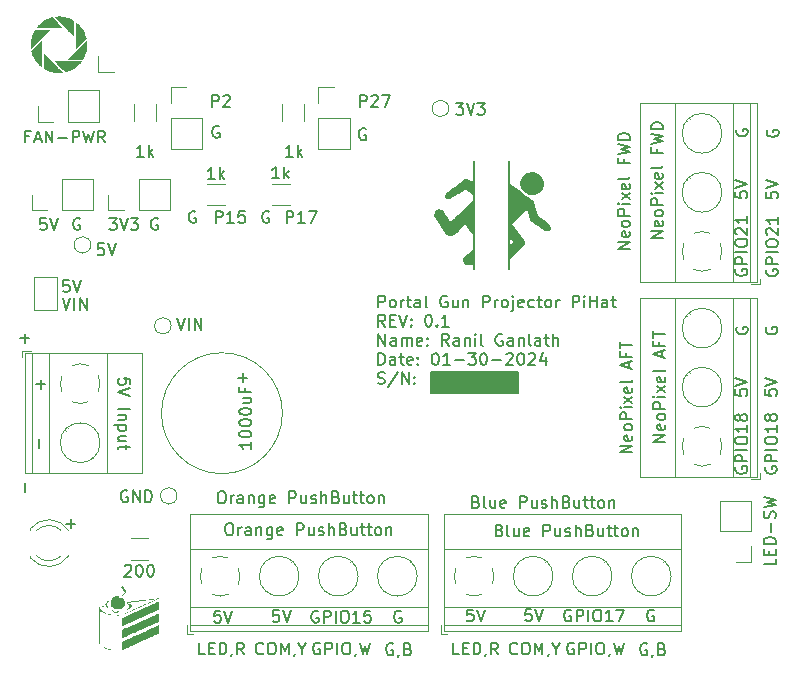
<source format=gbr>
%TF.GenerationSoftware,KiCad,Pcbnew,7.0.1*%
%TF.CreationDate,2024-01-31T00:22:47-07:00*%
%TF.ProjectId,Portal Gun PiHAT,506f7274-616c-4204-9775-6e2050694841,rev?*%
%TF.SameCoordinates,Original*%
%TF.FileFunction,Legend,Top*%
%TF.FilePolarity,Positive*%
%FSLAX46Y46*%
G04 Gerber Fmt 4.6, Leading zero omitted, Abs format (unit mm)*
G04 Created by KiCad (PCBNEW 7.0.1) date 2024-01-31 00:22:47*
%MOMM*%
%LPD*%
G01*
G04 APERTURE LIST*
%ADD10C,0.120000*%
%ADD11C,0.150000*%
%ADD12C,0.200000*%
G04 APERTURE END LIST*
D10*
X107040000Y-50100000D02*
X107040000Y-48770000D01*
X107040000Y-50100000D02*
X108370000Y-50100000D01*
D11*
X135217000Y-75500000D02*
X142583000Y-75500000D01*
X142583000Y-77278000D01*
X135217000Y-77278000D01*
X135217000Y-75500000D01*
G36*
X135217000Y-75500000D02*
G01*
X142583000Y-75500000D01*
X142583000Y-77278000D01*
X135217000Y-77278000D01*
X135217000Y-75500000D01*
G37*
D12*
X160977619Y-76990476D02*
X160977619Y-77466666D01*
X160977619Y-77466666D02*
X161453809Y-77514285D01*
X161453809Y-77514285D02*
X161406190Y-77466666D01*
X161406190Y-77466666D02*
X161358571Y-77371428D01*
X161358571Y-77371428D02*
X161358571Y-77133333D01*
X161358571Y-77133333D02*
X161406190Y-77038095D01*
X161406190Y-77038095D02*
X161453809Y-76990476D01*
X161453809Y-76990476D02*
X161549047Y-76942857D01*
X161549047Y-76942857D02*
X161787142Y-76942857D01*
X161787142Y-76942857D02*
X161882380Y-76990476D01*
X161882380Y-76990476D02*
X161930000Y-77038095D01*
X161930000Y-77038095D02*
X161977619Y-77133333D01*
X161977619Y-77133333D02*
X161977619Y-77371428D01*
X161977619Y-77371428D02*
X161930000Y-77466666D01*
X161930000Y-77466666D02*
X161882380Y-77514285D01*
X160977619Y-76657142D02*
X161977619Y-76323809D01*
X161977619Y-76323809D02*
X160977619Y-75990476D01*
X163525238Y-83552380D02*
X163477619Y-83647618D01*
X163477619Y-83647618D02*
X163477619Y-83790475D01*
X163477619Y-83790475D02*
X163525238Y-83933332D01*
X163525238Y-83933332D02*
X163620476Y-84028570D01*
X163620476Y-84028570D02*
X163715714Y-84076189D01*
X163715714Y-84076189D02*
X163906190Y-84123808D01*
X163906190Y-84123808D02*
X164049047Y-84123808D01*
X164049047Y-84123808D02*
X164239523Y-84076189D01*
X164239523Y-84076189D02*
X164334761Y-84028570D01*
X164334761Y-84028570D02*
X164430000Y-83933332D01*
X164430000Y-83933332D02*
X164477619Y-83790475D01*
X164477619Y-83790475D02*
X164477619Y-83695237D01*
X164477619Y-83695237D02*
X164430000Y-83552380D01*
X164430000Y-83552380D02*
X164382380Y-83504761D01*
X164382380Y-83504761D02*
X164049047Y-83504761D01*
X164049047Y-83504761D02*
X164049047Y-83695237D01*
X164477619Y-83076189D02*
X163477619Y-83076189D01*
X163477619Y-83076189D02*
X163477619Y-82695237D01*
X163477619Y-82695237D02*
X163525238Y-82599999D01*
X163525238Y-82599999D02*
X163572857Y-82552380D01*
X163572857Y-82552380D02*
X163668095Y-82504761D01*
X163668095Y-82504761D02*
X163810952Y-82504761D01*
X163810952Y-82504761D02*
X163906190Y-82552380D01*
X163906190Y-82552380D02*
X163953809Y-82599999D01*
X163953809Y-82599999D02*
X164001428Y-82695237D01*
X164001428Y-82695237D02*
X164001428Y-83076189D01*
X164477619Y-82076189D02*
X163477619Y-82076189D01*
X163477619Y-81409523D02*
X163477619Y-81219047D01*
X163477619Y-81219047D02*
X163525238Y-81123809D01*
X163525238Y-81123809D02*
X163620476Y-81028571D01*
X163620476Y-81028571D02*
X163810952Y-80980952D01*
X163810952Y-80980952D02*
X164144285Y-80980952D01*
X164144285Y-80980952D02*
X164334761Y-81028571D01*
X164334761Y-81028571D02*
X164430000Y-81123809D01*
X164430000Y-81123809D02*
X164477619Y-81219047D01*
X164477619Y-81219047D02*
X164477619Y-81409523D01*
X164477619Y-81409523D02*
X164430000Y-81504761D01*
X164430000Y-81504761D02*
X164334761Y-81599999D01*
X164334761Y-81599999D02*
X164144285Y-81647618D01*
X164144285Y-81647618D02*
X163810952Y-81647618D01*
X163810952Y-81647618D02*
X163620476Y-81599999D01*
X163620476Y-81599999D02*
X163525238Y-81504761D01*
X163525238Y-81504761D02*
X163477619Y-81409523D01*
X164477619Y-80028571D02*
X164477619Y-80599999D01*
X164477619Y-80314285D02*
X163477619Y-80314285D01*
X163477619Y-80314285D02*
X163620476Y-80409523D01*
X163620476Y-80409523D02*
X163715714Y-80504761D01*
X163715714Y-80504761D02*
X163763333Y-80599999D01*
X163906190Y-79457142D02*
X163858571Y-79552380D01*
X163858571Y-79552380D02*
X163810952Y-79599999D01*
X163810952Y-79599999D02*
X163715714Y-79647618D01*
X163715714Y-79647618D02*
X163668095Y-79647618D01*
X163668095Y-79647618D02*
X163572857Y-79599999D01*
X163572857Y-79599999D02*
X163525238Y-79552380D01*
X163525238Y-79552380D02*
X163477619Y-79457142D01*
X163477619Y-79457142D02*
X163477619Y-79266666D01*
X163477619Y-79266666D02*
X163525238Y-79171428D01*
X163525238Y-79171428D02*
X163572857Y-79123809D01*
X163572857Y-79123809D02*
X163668095Y-79076190D01*
X163668095Y-79076190D02*
X163715714Y-79076190D01*
X163715714Y-79076190D02*
X163810952Y-79123809D01*
X163810952Y-79123809D02*
X163858571Y-79171428D01*
X163858571Y-79171428D02*
X163906190Y-79266666D01*
X163906190Y-79266666D02*
X163906190Y-79457142D01*
X163906190Y-79457142D02*
X163953809Y-79552380D01*
X163953809Y-79552380D02*
X164001428Y-79599999D01*
X164001428Y-79599999D02*
X164096666Y-79647618D01*
X164096666Y-79647618D02*
X164287142Y-79647618D01*
X164287142Y-79647618D02*
X164382380Y-79599999D01*
X164382380Y-79599999D02*
X164430000Y-79552380D01*
X164430000Y-79552380D02*
X164477619Y-79457142D01*
X164477619Y-79457142D02*
X164477619Y-79266666D01*
X164477619Y-79266666D02*
X164430000Y-79171428D01*
X164430000Y-79171428D02*
X164382380Y-79123809D01*
X164382380Y-79123809D02*
X164287142Y-79076190D01*
X164287142Y-79076190D02*
X164096666Y-79076190D01*
X164096666Y-79076190D02*
X164001428Y-79123809D01*
X164001428Y-79123809D02*
X163953809Y-79171428D01*
X163953809Y-79171428D02*
X163906190Y-79266666D01*
X152227619Y-82319047D02*
X151227619Y-82319047D01*
X151227619Y-82319047D02*
X152227619Y-81747619D01*
X152227619Y-81747619D02*
X151227619Y-81747619D01*
X152180000Y-80890476D02*
X152227619Y-80985714D01*
X152227619Y-80985714D02*
X152227619Y-81176190D01*
X152227619Y-81176190D02*
X152180000Y-81271428D01*
X152180000Y-81271428D02*
X152084761Y-81319047D01*
X152084761Y-81319047D02*
X151703809Y-81319047D01*
X151703809Y-81319047D02*
X151608571Y-81271428D01*
X151608571Y-81271428D02*
X151560952Y-81176190D01*
X151560952Y-81176190D02*
X151560952Y-80985714D01*
X151560952Y-80985714D02*
X151608571Y-80890476D01*
X151608571Y-80890476D02*
X151703809Y-80842857D01*
X151703809Y-80842857D02*
X151799047Y-80842857D01*
X151799047Y-80842857D02*
X151894285Y-81319047D01*
X152227619Y-80271428D02*
X152180000Y-80366666D01*
X152180000Y-80366666D02*
X152132380Y-80414285D01*
X152132380Y-80414285D02*
X152037142Y-80461904D01*
X152037142Y-80461904D02*
X151751428Y-80461904D01*
X151751428Y-80461904D02*
X151656190Y-80414285D01*
X151656190Y-80414285D02*
X151608571Y-80366666D01*
X151608571Y-80366666D02*
X151560952Y-80271428D01*
X151560952Y-80271428D02*
X151560952Y-80128571D01*
X151560952Y-80128571D02*
X151608571Y-80033333D01*
X151608571Y-80033333D02*
X151656190Y-79985714D01*
X151656190Y-79985714D02*
X151751428Y-79938095D01*
X151751428Y-79938095D02*
X152037142Y-79938095D01*
X152037142Y-79938095D02*
X152132380Y-79985714D01*
X152132380Y-79985714D02*
X152180000Y-80033333D01*
X152180000Y-80033333D02*
X152227619Y-80128571D01*
X152227619Y-80128571D02*
X152227619Y-80271428D01*
X152227619Y-79509523D02*
X151227619Y-79509523D01*
X151227619Y-79509523D02*
X151227619Y-79128571D01*
X151227619Y-79128571D02*
X151275238Y-79033333D01*
X151275238Y-79033333D02*
X151322857Y-78985714D01*
X151322857Y-78985714D02*
X151418095Y-78938095D01*
X151418095Y-78938095D02*
X151560952Y-78938095D01*
X151560952Y-78938095D02*
X151656190Y-78985714D01*
X151656190Y-78985714D02*
X151703809Y-79033333D01*
X151703809Y-79033333D02*
X151751428Y-79128571D01*
X151751428Y-79128571D02*
X151751428Y-79509523D01*
X152227619Y-78509523D02*
X151560952Y-78509523D01*
X151227619Y-78509523D02*
X151275238Y-78557142D01*
X151275238Y-78557142D02*
X151322857Y-78509523D01*
X151322857Y-78509523D02*
X151275238Y-78461904D01*
X151275238Y-78461904D02*
X151227619Y-78509523D01*
X151227619Y-78509523D02*
X151322857Y-78509523D01*
X152227619Y-78128571D02*
X151560952Y-77604762D01*
X151560952Y-78128571D02*
X152227619Y-77604762D01*
X152180000Y-76842857D02*
X152227619Y-76938095D01*
X152227619Y-76938095D02*
X152227619Y-77128571D01*
X152227619Y-77128571D02*
X152180000Y-77223809D01*
X152180000Y-77223809D02*
X152084761Y-77271428D01*
X152084761Y-77271428D02*
X151703809Y-77271428D01*
X151703809Y-77271428D02*
X151608571Y-77223809D01*
X151608571Y-77223809D02*
X151560952Y-77128571D01*
X151560952Y-77128571D02*
X151560952Y-76938095D01*
X151560952Y-76938095D02*
X151608571Y-76842857D01*
X151608571Y-76842857D02*
X151703809Y-76795238D01*
X151703809Y-76795238D02*
X151799047Y-76795238D01*
X151799047Y-76795238D02*
X151894285Y-77271428D01*
X152227619Y-76223809D02*
X152180000Y-76319047D01*
X152180000Y-76319047D02*
X152084761Y-76366666D01*
X152084761Y-76366666D02*
X151227619Y-76366666D01*
X151941904Y-75128570D02*
X151941904Y-74652380D01*
X152227619Y-75223808D02*
X151227619Y-74890475D01*
X151227619Y-74890475D02*
X152227619Y-74557142D01*
X151703809Y-73890475D02*
X151703809Y-74223808D01*
X152227619Y-74223808D02*
X151227619Y-74223808D01*
X151227619Y-74223808D02*
X151227619Y-73747618D01*
X151227619Y-73509522D02*
X151227619Y-72938094D01*
X152227619Y-73223808D02*
X151227619Y-73223808D01*
X107961905Y-62477619D02*
X108580952Y-62477619D01*
X108580952Y-62477619D02*
X108247619Y-62858571D01*
X108247619Y-62858571D02*
X108390476Y-62858571D01*
X108390476Y-62858571D02*
X108485714Y-62906190D01*
X108485714Y-62906190D02*
X108533333Y-62953809D01*
X108533333Y-62953809D02*
X108580952Y-63049047D01*
X108580952Y-63049047D02*
X108580952Y-63287142D01*
X108580952Y-63287142D02*
X108533333Y-63382380D01*
X108533333Y-63382380D02*
X108485714Y-63430000D01*
X108485714Y-63430000D02*
X108390476Y-63477619D01*
X108390476Y-63477619D02*
X108104762Y-63477619D01*
X108104762Y-63477619D02*
X108009524Y-63430000D01*
X108009524Y-63430000D02*
X107961905Y-63382380D01*
X108866667Y-62477619D02*
X109200000Y-63477619D01*
X109200000Y-63477619D02*
X109533333Y-62477619D01*
X109771429Y-62477619D02*
X110390476Y-62477619D01*
X110390476Y-62477619D02*
X110057143Y-62858571D01*
X110057143Y-62858571D02*
X110200000Y-62858571D01*
X110200000Y-62858571D02*
X110295238Y-62906190D01*
X110295238Y-62906190D02*
X110342857Y-62953809D01*
X110342857Y-62953809D02*
X110390476Y-63049047D01*
X110390476Y-63049047D02*
X110390476Y-63287142D01*
X110390476Y-63287142D02*
X110342857Y-63382380D01*
X110342857Y-63382380D02*
X110295238Y-63430000D01*
X110295238Y-63430000D02*
X110200000Y-63477619D01*
X110200000Y-63477619D02*
X109914286Y-63477619D01*
X109914286Y-63477619D02*
X109819048Y-63430000D01*
X109819048Y-63430000D02*
X109771429Y-63382380D01*
X154827619Y-64180952D02*
X153827619Y-64180952D01*
X153827619Y-64180952D02*
X154827619Y-63609524D01*
X154827619Y-63609524D02*
X153827619Y-63609524D01*
X154780000Y-62752381D02*
X154827619Y-62847619D01*
X154827619Y-62847619D02*
X154827619Y-63038095D01*
X154827619Y-63038095D02*
X154780000Y-63133333D01*
X154780000Y-63133333D02*
X154684761Y-63180952D01*
X154684761Y-63180952D02*
X154303809Y-63180952D01*
X154303809Y-63180952D02*
X154208571Y-63133333D01*
X154208571Y-63133333D02*
X154160952Y-63038095D01*
X154160952Y-63038095D02*
X154160952Y-62847619D01*
X154160952Y-62847619D02*
X154208571Y-62752381D01*
X154208571Y-62752381D02*
X154303809Y-62704762D01*
X154303809Y-62704762D02*
X154399047Y-62704762D01*
X154399047Y-62704762D02*
X154494285Y-63180952D01*
X154827619Y-62133333D02*
X154780000Y-62228571D01*
X154780000Y-62228571D02*
X154732380Y-62276190D01*
X154732380Y-62276190D02*
X154637142Y-62323809D01*
X154637142Y-62323809D02*
X154351428Y-62323809D01*
X154351428Y-62323809D02*
X154256190Y-62276190D01*
X154256190Y-62276190D02*
X154208571Y-62228571D01*
X154208571Y-62228571D02*
X154160952Y-62133333D01*
X154160952Y-62133333D02*
X154160952Y-61990476D01*
X154160952Y-61990476D02*
X154208571Y-61895238D01*
X154208571Y-61895238D02*
X154256190Y-61847619D01*
X154256190Y-61847619D02*
X154351428Y-61800000D01*
X154351428Y-61800000D02*
X154637142Y-61800000D01*
X154637142Y-61800000D02*
X154732380Y-61847619D01*
X154732380Y-61847619D02*
X154780000Y-61895238D01*
X154780000Y-61895238D02*
X154827619Y-61990476D01*
X154827619Y-61990476D02*
X154827619Y-62133333D01*
X154827619Y-61371428D02*
X153827619Y-61371428D01*
X153827619Y-61371428D02*
X153827619Y-60990476D01*
X153827619Y-60990476D02*
X153875238Y-60895238D01*
X153875238Y-60895238D02*
X153922857Y-60847619D01*
X153922857Y-60847619D02*
X154018095Y-60800000D01*
X154018095Y-60800000D02*
X154160952Y-60800000D01*
X154160952Y-60800000D02*
X154256190Y-60847619D01*
X154256190Y-60847619D02*
X154303809Y-60895238D01*
X154303809Y-60895238D02*
X154351428Y-60990476D01*
X154351428Y-60990476D02*
X154351428Y-61371428D01*
X154827619Y-60371428D02*
X154160952Y-60371428D01*
X153827619Y-60371428D02*
X153875238Y-60419047D01*
X153875238Y-60419047D02*
X153922857Y-60371428D01*
X153922857Y-60371428D02*
X153875238Y-60323809D01*
X153875238Y-60323809D02*
X153827619Y-60371428D01*
X153827619Y-60371428D02*
X153922857Y-60371428D01*
X154827619Y-59990476D02*
X154160952Y-59466667D01*
X154160952Y-59990476D02*
X154827619Y-59466667D01*
X154780000Y-58704762D02*
X154827619Y-58800000D01*
X154827619Y-58800000D02*
X154827619Y-58990476D01*
X154827619Y-58990476D02*
X154780000Y-59085714D01*
X154780000Y-59085714D02*
X154684761Y-59133333D01*
X154684761Y-59133333D02*
X154303809Y-59133333D01*
X154303809Y-59133333D02*
X154208571Y-59085714D01*
X154208571Y-59085714D02*
X154160952Y-58990476D01*
X154160952Y-58990476D02*
X154160952Y-58800000D01*
X154160952Y-58800000D02*
X154208571Y-58704762D01*
X154208571Y-58704762D02*
X154303809Y-58657143D01*
X154303809Y-58657143D02*
X154399047Y-58657143D01*
X154399047Y-58657143D02*
X154494285Y-59133333D01*
X154827619Y-58085714D02*
X154780000Y-58180952D01*
X154780000Y-58180952D02*
X154684761Y-58228571D01*
X154684761Y-58228571D02*
X153827619Y-58228571D01*
X154303809Y-56609523D02*
X154303809Y-56942856D01*
X154827619Y-56942856D02*
X153827619Y-56942856D01*
X153827619Y-56942856D02*
X153827619Y-56466666D01*
X153827619Y-56180951D02*
X154827619Y-55942856D01*
X154827619Y-55942856D02*
X154113333Y-55752380D01*
X154113333Y-55752380D02*
X154827619Y-55561904D01*
X154827619Y-55561904D02*
X153827619Y-55323809D01*
X154827619Y-54942856D02*
X153827619Y-54942856D01*
X153827619Y-54942856D02*
X153827619Y-54704761D01*
X153827619Y-54704761D02*
X153875238Y-54561904D01*
X153875238Y-54561904D02*
X153970476Y-54466666D01*
X153970476Y-54466666D02*
X154065714Y-54419047D01*
X154065714Y-54419047D02*
X154256190Y-54371428D01*
X154256190Y-54371428D02*
X154399047Y-54371428D01*
X154399047Y-54371428D02*
X154589523Y-54419047D01*
X154589523Y-54419047D02*
X154684761Y-54466666D01*
X154684761Y-54466666D02*
X154780000Y-54561904D01*
X154780000Y-54561904D02*
X154827619Y-54704761D01*
X154827619Y-54704761D02*
X154827619Y-54942856D01*
X104004762Y-69227619D02*
X104338095Y-70227619D01*
X104338095Y-70227619D02*
X104671428Y-69227619D01*
X105004762Y-70227619D02*
X105004762Y-69227619D01*
X105480952Y-70227619D02*
X105480952Y-69227619D01*
X105480952Y-69227619D02*
X106052380Y-70227619D01*
X106052380Y-70227619D02*
X106052380Y-69227619D01*
X147047619Y-95675238D02*
X146952381Y-95627619D01*
X146952381Y-95627619D02*
X146809524Y-95627619D01*
X146809524Y-95627619D02*
X146666667Y-95675238D01*
X146666667Y-95675238D02*
X146571429Y-95770476D01*
X146571429Y-95770476D02*
X146523810Y-95865714D01*
X146523810Y-95865714D02*
X146476191Y-96056190D01*
X146476191Y-96056190D02*
X146476191Y-96199047D01*
X146476191Y-96199047D02*
X146523810Y-96389523D01*
X146523810Y-96389523D02*
X146571429Y-96484761D01*
X146571429Y-96484761D02*
X146666667Y-96580000D01*
X146666667Y-96580000D02*
X146809524Y-96627619D01*
X146809524Y-96627619D02*
X146904762Y-96627619D01*
X146904762Y-96627619D02*
X147047619Y-96580000D01*
X147047619Y-96580000D02*
X147095238Y-96532380D01*
X147095238Y-96532380D02*
X147095238Y-96199047D01*
X147095238Y-96199047D02*
X146904762Y-96199047D01*
X147523810Y-96627619D02*
X147523810Y-95627619D01*
X147523810Y-95627619D02*
X147904762Y-95627619D01*
X147904762Y-95627619D02*
X148000000Y-95675238D01*
X148000000Y-95675238D02*
X148047619Y-95722857D01*
X148047619Y-95722857D02*
X148095238Y-95818095D01*
X148095238Y-95818095D02*
X148095238Y-95960952D01*
X148095238Y-95960952D02*
X148047619Y-96056190D01*
X148047619Y-96056190D02*
X148000000Y-96103809D01*
X148000000Y-96103809D02*
X147904762Y-96151428D01*
X147904762Y-96151428D02*
X147523810Y-96151428D01*
X148523810Y-96627619D02*
X148523810Y-95627619D01*
X149190476Y-95627619D02*
X149380952Y-95627619D01*
X149380952Y-95627619D02*
X149476190Y-95675238D01*
X149476190Y-95675238D02*
X149571428Y-95770476D01*
X149571428Y-95770476D02*
X149619047Y-95960952D01*
X149619047Y-95960952D02*
X149619047Y-96294285D01*
X149619047Y-96294285D02*
X149571428Y-96484761D01*
X149571428Y-96484761D02*
X149476190Y-96580000D01*
X149476190Y-96580000D02*
X149380952Y-96627619D01*
X149380952Y-96627619D02*
X149190476Y-96627619D01*
X149190476Y-96627619D02*
X149095238Y-96580000D01*
X149095238Y-96580000D02*
X149000000Y-96484761D01*
X149000000Y-96484761D02*
X148952381Y-96294285D01*
X148952381Y-96294285D02*
X148952381Y-95960952D01*
X148952381Y-95960952D02*
X149000000Y-95770476D01*
X149000000Y-95770476D02*
X149095238Y-95675238D01*
X149095238Y-95675238D02*
X149190476Y-95627619D01*
X150571428Y-96627619D02*
X150000000Y-96627619D01*
X150285714Y-96627619D02*
X150285714Y-95627619D01*
X150285714Y-95627619D02*
X150190476Y-95770476D01*
X150190476Y-95770476D02*
X150095238Y-95865714D01*
X150095238Y-95865714D02*
X150000000Y-95913333D01*
X150904762Y-95627619D02*
X151571428Y-95627619D01*
X151571428Y-95627619D02*
X151142857Y-96627619D01*
X117261904Y-54725238D02*
X117166666Y-54677619D01*
X117166666Y-54677619D02*
X117023809Y-54677619D01*
X117023809Y-54677619D02*
X116880952Y-54725238D01*
X116880952Y-54725238D02*
X116785714Y-54820476D01*
X116785714Y-54820476D02*
X116738095Y-54915714D01*
X116738095Y-54915714D02*
X116690476Y-55106190D01*
X116690476Y-55106190D02*
X116690476Y-55249047D01*
X116690476Y-55249047D02*
X116738095Y-55439523D01*
X116738095Y-55439523D02*
X116785714Y-55534761D01*
X116785714Y-55534761D02*
X116880952Y-55630000D01*
X116880952Y-55630000D02*
X117023809Y-55677619D01*
X117023809Y-55677619D02*
X117119047Y-55677619D01*
X117119047Y-55677619D02*
X117261904Y-55630000D01*
X117261904Y-55630000D02*
X117309523Y-55582380D01*
X117309523Y-55582380D02*
X117309523Y-55249047D01*
X117309523Y-55249047D02*
X117119047Y-55249047D01*
X154061904Y-95675238D02*
X153966666Y-95627619D01*
X153966666Y-95627619D02*
X153823809Y-95627619D01*
X153823809Y-95627619D02*
X153680952Y-95675238D01*
X153680952Y-95675238D02*
X153585714Y-95770476D01*
X153585714Y-95770476D02*
X153538095Y-95865714D01*
X153538095Y-95865714D02*
X153490476Y-96056190D01*
X153490476Y-96056190D02*
X153490476Y-96199047D01*
X153490476Y-96199047D02*
X153538095Y-96389523D01*
X153538095Y-96389523D02*
X153585714Y-96484761D01*
X153585714Y-96484761D02*
X153680952Y-96580000D01*
X153680952Y-96580000D02*
X153823809Y-96627619D01*
X153823809Y-96627619D02*
X153919047Y-96627619D01*
X153919047Y-96627619D02*
X154061904Y-96580000D01*
X154061904Y-96580000D02*
X154109523Y-96532380D01*
X154109523Y-96532380D02*
X154109523Y-96199047D01*
X154109523Y-96199047D02*
X153919047Y-96199047D01*
X116880952Y-59177619D02*
X116309524Y-59177619D01*
X116595238Y-59177619D02*
X116595238Y-58177619D01*
X116595238Y-58177619D02*
X116500000Y-58320476D01*
X116500000Y-58320476D02*
X116404762Y-58415714D01*
X116404762Y-58415714D02*
X116309524Y-58463333D01*
X117309524Y-59177619D02*
X117309524Y-58177619D01*
X117404762Y-58796666D02*
X117690476Y-59177619D01*
X117690476Y-58510952D02*
X117309524Y-58891904D01*
X137569047Y-99427619D02*
X137092857Y-99427619D01*
X137092857Y-99427619D02*
X137092857Y-98427619D01*
X137902381Y-98903809D02*
X138235714Y-98903809D01*
X138378571Y-99427619D02*
X137902381Y-99427619D01*
X137902381Y-99427619D02*
X137902381Y-98427619D01*
X137902381Y-98427619D02*
X138378571Y-98427619D01*
X138807143Y-99427619D02*
X138807143Y-98427619D01*
X138807143Y-98427619D02*
X139045238Y-98427619D01*
X139045238Y-98427619D02*
X139188095Y-98475238D01*
X139188095Y-98475238D02*
X139283333Y-98570476D01*
X139283333Y-98570476D02*
X139330952Y-98665714D01*
X139330952Y-98665714D02*
X139378571Y-98856190D01*
X139378571Y-98856190D02*
X139378571Y-98999047D01*
X139378571Y-98999047D02*
X139330952Y-99189523D01*
X139330952Y-99189523D02*
X139283333Y-99284761D01*
X139283333Y-99284761D02*
X139188095Y-99380000D01*
X139188095Y-99380000D02*
X139045238Y-99427619D01*
X139045238Y-99427619D02*
X138807143Y-99427619D01*
X139854762Y-99380000D02*
X139854762Y-99427619D01*
X139854762Y-99427619D02*
X139807143Y-99522857D01*
X139807143Y-99522857D02*
X139759524Y-99570476D01*
X140854761Y-99427619D02*
X140521428Y-98951428D01*
X140283333Y-99427619D02*
X140283333Y-98427619D01*
X140283333Y-98427619D02*
X140664285Y-98427619D01*
X140664285Y-98427619D02*
X140759523Y-98475238D01*
X140759523Y-98475238D02*
X140807142Y-98522857D01*
X140807142Y-98522857D02*
X140854761Y-98618095D01*
X140854761Y-98618095D02*
X140854761Y-98760952D01*
X140854761Y-98760952D02*
X140807142Y-98856190D01*
X140807142Y-98856190D02*
X140759523Y-98903809D01*
X140759523Y-98903809D02*
X140664285Y-98951428D01*
X140664285Y-98951428D02*
X140283333Y-98951428D01*
X129185714Y-53077619D02*
X129185714Y-52077619D01*
X129185714Y-52077619D02*
X129566666Y-52077619D01*
X129566666Y-52077619D02*
X129661904Y-52125238D01*
X129661904Y-52125238D02*
X129709523Y-52172857D01*
X129709523Y-52172857D02*
X129757142Y-52268095D01*
X129757142Y-52268095D02*
X129757142Y-52410952D01*
X129757142Y-52410952D02*
X129709523Y-52506190D01*
X129709523Y-52506190D02*
X129661904Y-52553809D01*
X129661904Y-52553809D02*
X129566666Y-52601428D01*
X129566666Y-52601428D02*
X129185714Y-52601428D01*
X130138095Y-52172857D02*
X130185714Y-52125238D01*
X130185714Y-52125238D02*
X130280952Y-52077619D01*
X130280952Y-52077619D02*
X130519047Y-52077619D01*
X130519047Y-52077619D02*
X130614285Y-52125238D01*
X130614285Y-52125238D02*
X130661904Y-52172857D01*
X130661904Y-52172857D02*
X130709523Y-52268095D01*
X130709523Y-52268095D02*
X130709523Y-52363333D01*
X130709523Y-52363333D02*
X130661904Y-52506190D01*
X130661904Y-52506190D02*
X130090476Y-53077619D01*
X130090476Y-53077619D02*
X130709523Y-53077619D01*
X131042857Y-52077619D02*
X131709523Y-52077619D01*
X131709523Y-52077619D02*
X131280952Y-53077619D01*
X117359523Y-95727619D02*
X116883333Y-95727619D01*
X116883333Y-95727619D02*
X116835714Y-96203809D01*
X116835714Y-96203809D02*
X116883333Y-96156190D01*
X116883333Y-96156190D02*
X116978571Y-96108571D01*
X116978571Y-96108571D02*
X117216666Y-96108571D01*
X117216666Y-96108571D02*
X117311904Y-96156190D01*
X117311904Y-96156190D02*
X117359523Y-96203809D01*
X117359523Y-96203809D02*
X117407142Y-96299047D01*
X117407142Y-96299047D02*
X117407142Y-96537142D01*
X117407142Y-96537142D02*
X117359523Y-96632380D01*
X117359523Y-96632380D02*
X117311904Y-96680000D01*
X117311904Y-96680000D02*
X117216666Y-96727619D01*
X117216666Y-96727619D02*
X116978571Y-96727619D01*
X116978571Y-96727619D02*
X116883333Y-96680000D01*
X116883333Y-96680000D02*
X116835714Y-96632380D01*
X117692857Y-95727619D02*
X118026190Y-96727619D01*
X118026190Y-96727619D02*
X118359523Y-95727619D01*
X100803333Y-72269048D02*
X100803333Y-73030953D01*
X100422380Y-72650000D02*
X101184285Y-72650000D01*
X113704762Y-70977619D02*
X114038095Y-71977619D01*
X114038095Y-71977619D02*
X114371428Y-70977619D01*
X114704762Y-71977619D02*
X114704762Y-70977619D01*
X115180952Y-71977619D02*
X115180952Y-70977619D01*
X115180952Y-70977619D02*
X115752380Y-71977619D01*
X115752380Y-71977619D02*
X115752380Y-70977619D01*
X109488095Y-85575238D02*
X109392857Y-85527619D01*
X109392857Y-85527619D02*
X109250000Y-85527619D01*
X109250000Y-85527619D02*
X109107143Y-85575238D01*
X109107143Y-85575238D02*
X109011905Y-85670476D01*
X109011905Y-85670476D02*
X108964286Y-85765714D01*
X108964286Y-85765714D02*
X108916667Y-85956190D01*
X108916667Y-85956190D02*
X108916667Y-86099047D01*
X108916667Y-86099047D02*
X108964286Y-86289523D01*
X108964286Y-86289523D02*
X109011905Y-86384761D01*
X109011905Y-86384761D02*
X109107143Y-86480000D01*
X109107143Y-86480000D02*
X109250000Y-86527619D01*
X109250000Y-86527619D02*
X109345238Y-86527619D01*
X109345238Y-86527619D02*
X109488095Y-86480000D01*
X109488095Y-86480000D02*
X109535714Y-86432380D01*
X109535714Y-86432380D02*
X109535714Y-86099047D01*
X109535714Y-86099047D02*
X109345238Y-86099047D01*
X109964286Y-86527619D02*
X109964286Y-85527619D01*
X109964286Y-85527619D02*
X110535714Y-86527619D01*
X110535714Y-86527619D02*
X110535714Y-85527619D01*
X111011905Y-86527619D02*
X111011905Y-85527619D01*
X111011905Y-85527619D02*
X111250000Y-85527619D01*
X111250000Y-85527619D02*
X111392857Y-85575238D01*
X111392857Y-85575238D02*
X111488095Y-85670476D01*
X111488095Y-85670476D02*
X111535714Y-85765714D01*
X111535714Y-85765714D02*
X111583333Y-85956190D01*
X111583333Y-85956190D02*
X111583333Y-86099047D01*
X111583333Y-86099047D02*
X111535714Y-86289523D01*
X111535714Y-86289523D02*
X111488095Y-86384761D01*
X111488095Y-86384761D02*
X111392857Y-86480000D01*
X111392857Y-86480000D02*
X111250000Y-86527619D01*
X111250000Y-86527619D02*
X111011905Y-86527619D01*
X138759523Y-95627619D02*
X138283333Y-95627619D01*
X138283333Y-95627619D02*
X138235714Y-96103809D01*
X138235714Y-96103809D02*
X138283333Y-96056190D01*
X138283333Y-96056190D02*
X138378571Y-96008571D01*
X138378571Y-96008571D02*
X138616666Y-96008571D01*
X138616666Y-96008571D02*
X138711904Y-96056190D01*
X138711904Y-96056190D02*
X138759523Y-96103809D01*
X138759523Y-96103809D02*
X138807142Y-96199047D01*
X138807142Y-96199047D02*
X138807142Y-96437142D01*
X138807142Y-96437142D02*
X138759523Y-96532380D01*
X138759523Y-96532380D02*
X138711904Y-96580000D01*
X138711904Y-96580000D02*
X138616666Y-96627619D01*
X138616666Y-96627619D02*
X138378571Y-96627619D01*
X138378571Y-96627619D02*
X138283333Y-96580000D01*
X138283333Y-96580000D02*
X138235714Y-96532380D01*
X139092857Y-95627619D02*
X139426190Y-96627619D01*
X139426190Y-96627619D02*
X139759523Y-95627619D01*
X119253333Y-75619048D02*
X119253333Y-76380953D01*
X118872380Y-76000000D02*
X119634285Y-76000000D01*
X139009522Y-86503809D02*
X139152379Y-86551428D01*
X139152379Y-86551428D02*
X139199998Y-86599047D01*
X139199998Y-86599047D02*
X139247617Y-86694285D01*
X139247617Y-86694285D02*
X139247617Y-86837142D01*
X139247617Y-86837142D02*
X139199998Y-86932380D01*
X139199998Y-86932380D02*
X139152379Y-86980000D01*
X139152379Y-86980000D02*
X139057141Y-87027619D01*
X139057141Y-87027619D02*
X138676189Y-87027619D01*
X138676189Y-87027619D02*
X138676189Y-86027619D01*
X138676189Y-86027619D02*
X139009522Y-86027619D01*
X139009522Y-86027619D02*
X139104760Y-86075238D01*
X139104760Y-86075238D02*
X139152379Y-86122857D01*
X139152379Y-86122857D02*
X139199998Y-86218095D01*
X139199998Y-86218095D02*
X139199998Y-86313333D01*
X139199998Y-86313333D02*
X139152379Y-86408571D01*
X139152379Y-86408571D02*
X139104760Y-86456190D01*
X139104760Y-86456190D02*
X139009522Y-86503809D01*
X139009522Y-86503809D02*
X138676189Y-86503809D01*
X139819046Y-87027619D02*
X139723808Y-86980000D01*
X139723808Y-86980000D02*
X139676189Y-86884761D01*
X139676189Y-86884761D02*
X139676189Y-86027619D01*
X140628570Y-86360952D02*
X140628570Y-87027619D01*
X140199999Y-86360952D02*
X140199999Y-86884761D01*
X140199999Y-86884761D02*
X140247618Y-86980000D01*
X140247618Y-86980000D02*
X140342856Y-87027619D01*
X140342856Y-87027619D02*
X140485713Y-87027619D01*
X140485713Y-87027619D02*
X140580951Y-86980000D01*
X140580951Y-86980000D02*
X140628570Y-86932380D01*
X141485713Y-86980000D02*
X141390475Y-87027619D01*
X141390475Y-87027619D02*
X141199999Y-87027619D01*
X141199999Y-87027619D02*
X141104761Y-86980000D01*
X141104761Y-86980000D02*
X141057142Y-86884761D01*
X141057142Y-86884761D02*
X141057142Y-86503809D01*
X141057142Y-86503809D02*
X141104761Y-86408571D01*
X141104761Y-86408571D02*
X141199999Y-86360952D01*
X141199999Y-86360952D02*
X141390475Y-86360952D01*
X141390475Y-86360952D02*
X141485713Y-86408571D01*
X141485713Y-86408571D02*
X141533332Y-86503809D01*
X141533332Y-86503809D02*
X141533332Y-86599047D01*
X141533332Y-86599047D02*
X141057142Y-86694285D01*
X142723809Y-87027619D02*
X142723809Y-86027619D01*
X142723809Y-86027619D02*
X143104761Y-86027619D01*
X143104761Y-86027619D02*
X143199999Y-86075238D01*
X143199999Y-86075238D02*
X143247618Y-86122857D01*
X143247618Y-86122857D02*
X143295237Y-86218095D01*
X143295237Y-86218095D02*
X143295237Y-86360952D01*
X143295237Y-86360952D02*
X143247618Y-86456190D01*
X143247618Y-86456190D02*
X143199999Y-86503809D01*
X143199999Y-86503809D02*
X143104761Y-86551428D01*
X143104761Y-86551428D02*
X142723809Y-86551428D01*
X144152380Y-86360952D02*
X144152380Y-87027619D01*
X143723809Y-86360952D02*
X143723809Y-86884761D01*
X143723809Y-86884761D02*
X143771428Y-86980000D01*
X143771428Y-86980000D02*
X143866666Y-87027619D01*
X143866666Y-87027619D02*
X144009523Y-87027619D01*
X144009523Y-87027619D02*
X144104761Y-86980000D01*
X144104761Y-86980000D02*
X144152380Y-86932380D01*
X144580952Y-86980000D02*
X144676190Y-87027619D01*
X144676190Y-87027619D02*
X144866666Y-87027619D01*
X144866666Y-87027619D02*
X144961904Y-86980000D01*
X144961904Y-86980000D02*
X145009523Y-86884761D01*
X145009523Y-86884761D02*
X145009523Y-86837142D01*
X145009523Y-86837142D02*
X144961904Y-86741904D01*
X144961904Y-86741904D02*
X144866666Y-86694285D01*
X144866666Y-86694285D02*
X144723809Y-86694285D01*
X144723809Y-86694285D02*
X144628571Y-86646666D01*
X144628571Y-86646666D02*
X144580952Y-86551428D01*
X144580952Y-86551428D02*
X144580952Y-86503809D01*
X144580952Y-86503809D02*
X144628571Y-86408571D01*
X144628571Y-86408571D02*
X144723809Y-86360952D01*
X144723809Y-86360952D02*
X144866666Y-86360952D01*
X144866666Y-86360952D02*
X144961904Y-86408571D01*
X145438095Y-87027619D02*
X145438095Y-86027619D01*
X145866666Y-87027619D02*
X145866666Y-86503809D01*
X145866666Y-86503809D02*
X145819047Y-86408571D01*
X145819047Y-86408571D02*
X145723809Y-86360952D01*
X145723809Y-86360952D02*
X145580952Y-86360952D01*
X145580952Y-86360952D02*
X145485714Y-86408571D01*
X145485714Y-86408571D02*
X145438095Y-86456190D01*
X146676190Y-86503809D02*
X146819047Y-86551428D01*
X146819047Y-86551428D02*
X146866666Y-86599047D01*
X146866666Y-86599047D02*
X146914285Y-86694285D01*
X146914285Y-86694285D02*
X146914285Y-86837142D01*
X146914285Y-86837142D02*
X146866666Y-86932380D01*
X146866666Y-86932380D02*
X146819047Y-86980000D01*
X146819047Y-86980000D02*
X146723809Y-87027619D01*
X146723809Y-87027619D02*
X146342857Y-87027619D01*
X146342857Y-87027619D02*
X146342857Y-86027619D01*
X146342857Y-86027619D02*
X146676190Y-86027619D01*
X146676190Y-86027619D02*
X146771428Y-86075238D01*
X146771428Y-86075238D02*
X146819047Y-86122857D01*
X146819047Y-86122857D02*
X146866666Y-86218095D01*
X146866666Y-86218095D02*
X146866666Y-86313333D01*
X146866666Y-86313333D02*
X146819047Y-86408571D01*
X146819047Y-86408571D02*
X146771428Y-86456190D01*
X146771428Y-86456190D02*
X146676190Y-86503809D01*
X146676190Y-86503809D02*
X146342857Y-86503809D01*
X147771428Y-86360952D02*
X147771428Y-87027619D01*
X147342857Y-86360952D02*
X147342857Y-86884761D01*
X147342857Y-86884761D02*
X147390476Y-86980000D01*
X147390476Y-86980000D02*
X147485714Y-87027619D01*
X147485714Y-87027619D02*
X147628571Y-87027619D01*
X147628571Y-87027619D02*
X147723809Y-86980000D01*
X147723809Y-86980000D02*
X147771428Y-86932380D01*
X148104762Y-86360952D02*
X148485714Y-86360952D01*
X148247619Y-86027619D02*
X148247619Y-86884761D01*
X148247619Y-86884761D02*
X148295238Y-86980000D01*
X148295238Y-86980000D02*
X148390476Y-87027619D01*
X148390476Y-87027619D02*
X148485714Y-87027619D01*
X148676191Y-86360952D02*
X149057143Y-86360952D01*
X148819048Y-86027619D02*
X148819048Y-86884761D01*
X148819048Y-86884761D02*
X148866667Y-86980000D01*
X148866667Y-86980000D02*
X148961905Y-87027619D01*
X148961905Y-87027619D02*
X149057143Y-87027619D01*
X149533334Y-87027619D02*
X149438096Y-86980000D01*
X149438096Y-86980000D02*
X149390477Y-86932380D01*
X149390477Y-86932380D02*
X149342858Y-86837142D01*
X149342858Y-86837142D02*
X149342858Y-86551428D01*
X149342858Y-86551428D02*
X149390477Y-86456190D01*
X149390477Y-86456190D02*
X149438096Y-86408571D01*
X149438096Y-86408571D02*
X149533334Y-86360952D01*
X149533334Y-86360952D02*
X149676191Y-86360952D01*
X149676191Y-86360952D02*
X149771429Y-86408571D01*
X149771429Y-86408571D02*
X149819048Y-86456190D01*
X149819048Y-86456190D02*
X149866667Y-86551428D01*
X149866667Y-86551428D02*
X149866667Y-86837142D01*
X149866667Y-86837142D02*
X149819048Y-86932380D01*
X149819048Y-86932380D02*
X149771429Y-86980000D01*
X149771429Y-86980000D02*
X149676191Y-87027619D01*
X149676191Y-87027619D02*
X149533334Y-87027619D01*
X150295239Y-86360952D02*
X150295239Y-87027619D01*
X150295239Y-86456190D02*
X150342858Y-86408571D01*
X150342858Y-86408571D02*
X150438096Y-86360952D01*
X150438096Y-86360952D02*
X150580953Y-86360952D01*
X150580953Y-86360952D02*
X150676191Y-86408571D01*
X150676191Y-86408571D02*
X150723810Y-86503809D01*
X150723810Y-86503809D02*
X150723810Y-87027619D01*
X101200000Y-55553809D02*
X100866667Y-55553809D01*
X100866667Y-56077619D02*
X100866667Y-55077619D01*
X100866667Y-55077619D02*
X101342857Y-55077619D01*
X101676191Y-55791904D02*
X102152381Y-55791904D01*
X101580953Y-56077619D02*
X101914286Y-55077619D01*
X101914286Y-55077619D02*
X102247619Y-56077619D01*
X102580953Y-56077619D02*
X102580953Y-55077619D01*
X102580953Y-55077619D02*
X103152381Y-56077619D01*
X103152381Y-56077619D02*
X103152381Y-55077619D01*
X103628572Y-55696666D02*
X104390477Y-55696666D01*
X104866667Y-56077619D02*
X104866667Y-55077619D01*
X104866667Y-55077619D02*
X105247619Y-55077619D01*
X105247619Y-55077619D02*
X105342857Y-55125238D01*
X105342857Y-55125238D02*
X105390476Y-55172857D01*
X105390476Y-55172857D02*
X105438095Y-55268095D01*
X105438095Y-55268095D02*
X105438095Y-55410952D01*
X105438095Y-55410952D02*
X105390476Y-55506190D01*
X105390476Y-55506190D02*
X105342857Y-55553809D01*
X105342857Y-55553809D02*
X105247619Y-55601428D01*
X105247619Y-55601428D02*
X104866667Y-55601428D01*
X105771429Y-55077619D02*
X106009524Y-56077619D01*
X106009524Y-56077619D02*
X106200000Y-55363333D01*
X106200000Y-55363333D02*
X106390476Y-56077619D01*
X106390476Y-56077619D02*
X106628572Y-55077619D01*
X107580952Y-56077619D02*
X107247619Y-55601428D01*
X107009524Y-56077619D02*
X107009524Y-55077619D01*
X107009524Y-55077619D02*
X107390476Y-55077619D01*
X107390476Y-55077619D02*
X107485714Y-55125238D01*
X107485714Y-55125238D02*
X107533333Y-55172857D01*
X107533333Y-55172857D02*
X107580952Y-55268095D01*
X107580952Y-55268095D02*
X107580952Y-55410952D01*
X107580952Y-55410952D02*
X107533333Y-55506190D01*
X107533333Y-55506190D02*
X107485714Y-55553809D01*
X107485714Y-55553809D02*
X107390476Y-55601428D01*
X107390476Y-55601428D02*
X107009524Y-55601428D01*
X125647619Y-95775238D02*
X125552381Y-95727619D01*
X125552381Y-95727619D02*
X125409524Y-95727619D01*
X125409524Y-95727619D02*
X125266667Y-95775238D01*
X125266667Y-95775238D02*
X125171429Y-95870476D01*
X125171429Y-95870476D02*
X125123810Y-95965714D01*
X125123810Y-95965714D02*
X125076191Y-96156190D01*
X125076191Y-96156190D02*
X125076191Y-96299047D01*
X125076191Y-96299047D02*
X125123810Y-96489523D01*
X125123810Y-96489523D02*
X125171429Y-96584761D01*
X125171429Y-96584761D02*
X125266667Y-96680000D01*
X125266667Y-96680000D02*
X125409524Y-96727619D01*
X125409524Y-96727619D02*
X125504762Y-96727619D01*
X125504762Y-96727619D02*
X125647619Y-96680000D01*
X125647619Y-96680000D02*
X125695238Y-96632380D01*
X125695238Y-96632380D02*
X125695238Y-96299047D01*
X125695238Y-96299047D02*
X125504762Y-96299047D01*
X126123810Y-96727619D02*
X126123810Y-95727619D01*
X126123810Y-95727619D02*
X126504762Y-95727619D01*
X126504762Y-95727619D02*
X126600000Y-95775238D01*
X126600000Y-95775238D02*
X126647619Y-95822857D01*
X126647619Y-95822857D02*
X126695238Y-95918095D01*
X126695238Y-95918095D02*
X126695238Y-96060952D01*
X126695238Y-96060952D02*
X126647619Y-96156190D01*
X126647619Y-96156190D02*
X126600000Y-96203809D01*
X126600000Y-96203809D02*
X126504762Y-96251428D01*
X126504762Y-96251428D02*
X126123810Y-96251428D01*
X127123810Y-96727619D02*
X127123810Y-95727619D01*
X127790476Y-95727619D02*
X127980952Y-95727619D01*
X127980952Y-95727619D02*
X128076190Y-95775238D01*
X128076190Y-95775238D02*
X128171428Y-95870476D01*
X128171428Y-95870476D02*
X128219047Y-96060952D01*
X128219047Y-96060952D02*
X128219047Y-96394285D01*
X128219047Y-96394285D02*
X128171428Y-96584761D01*
X128171428Y-96584761D02*
X128076190Y-96680000D01*
X128076190Y-96680000D02*
X127980952Y-96727619D01*
X127980952Y-96727619D02*
X127790476Y-96727619D01*
X127790476Y-96727619D02*
X127695238Y-96680000D01*
X127695238Y-96680000D02*
X127600000Y-96584761D01*
X127600000Y-96584761D02*
X127552381Y-96394285D01*
X127552381Y-96394285D02*
X127552381Y-96060952D01*
X127552381Y-96060952D02*
X127600000Y-95870476D01*
X127600000Y-95870476D02*
X127695238Y-95775238D01*
X127695238Y-95775238D02*
X127790476Y-95727619D01*
X129171428Y-96727619D02*
X128600000Y-96727619D01*
X128885714Y-96727619D02*
X128885714Y-95727619D01*
X128885714Y-95727619D02*
X128790476Y-95870476D01*
X128790476Y-95870476D02*
X128695238Y-95965714D01*
X128695238Y-95965714D02*
X128600000Y-96013333D01*
X130076190Y-95727619D02*
X129600000Y-95727619D01*
X129600000Y-95727619D02*
X129552381Y-96203809D01*
X129552381Y-96203809D02*
X129600000Y-96156190D01*
X129600000Y-96156190D02*
X129695238Y-96108571D01*
X129695238Y-96108571D02*
X129933333Y-96108571D01*
X129933333Y-96108571D02*
X130028571Y-96156190D01*
X130028571Y-96156190D02*
X130076190Y-96203809D01*
X130076190Y-96203809D02*
X130123809Y-96299047D01*
X130123809Y-96299047D02*
X130123809Y-96537142D01*
X130123809Y-96537142D02*
X130076190Y-96632380D01*
X130076190Y-96632380D02*
X130028571Y-96680000D01*
X130028571Y-96680000D02*
X129933333Y-96727619D01*
X129933333Y-96727619D02*
X129695238Y-96727619D01*
X129695238Y-96727619D02*
X129600000Y-96680000D01*
X129600000Y-96680000D02*
X129552381Y-96632380D01*
X116985714Y-62877619D02*
X116985714Y-61877619D01*
X116985714Y-61877619D02*
X117366666Y-61877619D01*
X117366666Y-61877619D02*
X117461904Y-61925238D01*
X117461904Y-61925238D02*
X117509523Y-61972857D01*
X117509523Y-61972857D02*
X117557142Y-62068095D01*
X117557142Y-62068095D02*
X117557142Y-62210952D01*
X117557142Y-62210952D02*
X117509523Y-62306190D01*
X117509523Y-62306190D02*
X117461904Y-62353809D01*
X117461904Y-62353809D02*
X117366666Y-62401428D01*
X117366666Y-62401428D02*
X116985714Y-62401428D01*
X118509523Y-62877619D02*
X117938095Y-62877619D01*
X118223809Y-62877619D02*
X118223809Y-61877619D01*
X118223809Y-61877619D02*
X118128571Y-62020476D01*
X118128571Y-62020476D02*
X118033333Y-62115714D01*
X118033333Y-62115714D02*
X117938095Y-62163333D01*
X119414285Y-61877619D02*
X118938095Y-61877619D01*
X118938095Y-61877619D02*
X118890476Y-62353809D01*
X118890476Y-62353809D02*
X118938095Y-62306190D01*
X118938095Y-62306190D02*
X119033333Y-62258571D01*
X119033333Y-62258571D02*
X119271428Y-62258571D01*
X119271428Y-62258571D02*
X119366666Y-62306190D01*
X119366666Y-62306190D02*
X119414285Y-62353809D01*
X119414285Y-62353809D02*
X119461904Y-62449047D01*
X119461904Y-62449047D02*
X119461904Y-62687142D01*
X119461904Y-62687142D02*
X119414285Y-62782380D01*
X119414285Y-62782380D02*
X119366666Y-62830000D01*
X119366666Y-62830000D02*
X119271428Y-62877619D01*
X119271428Y-62877619D02*
X119033333Y-62877619D01*
X119033333Y-62877619D02*
X118938095Y-62830000D01*
X118938095Y-62830000D02*
X118890476Y-62782380D01*
X161075238Y-54988095D02*
X161027619Y-55083333D01*
X161027619Y-55083333D02*
X161027619Y-55226190D01*
X161027619Y-55226190D02*
X161075238Y-55369047D01*
X161075238Y-55369047D02*
X161170476Y-55464285D01*
X161170476Y-55464285D02*
X161265714Y-55511904D01*
X161265714Y-55511904D02*
X161456190Y-55559523D01*
X161456190Y-55559523D02*
X161599047Y-55559523D01*
X161599047Y-55559523D02*
X161789523Y-55511904D01*
X161789523Y-55511904D02*
X161884761Y-55464285D01*
X161884761Y-55464285D02*
X161980000Y-55369047D01*
X161980000Y-55369047D02*
X162027619Y-55226190D01*
X162027619Y-55226190D02*
X162027619Y-55130952D01*
X162027619Y-55130952D02*
X161980000Y-54988095D01*
X161980000Y-54988095D02*
X161932380Y-54940476D01*
X161932380Y-54940476D02*
X161599047Y-54940476D01*
X161599047Y-54940476D02*
X161599047Y-55130952D01*
X147290476Y-98475238D02*
X147195238Y-98427619D01*
X147195238Y-98427619D02*
X147052381Y-98427619D01*
X147052381Y-98427619D02*
X146909524Y-98475238D01*
X146909524Y-98475238D02*
X146814286Y-98570476D01*
X146814286Y-98570476D02*
X146766667Y-98665714D01*
X146766667Y-98665714D02*
X146719048Y-98856190D01*
X146719048Y-98856190D02*
X146719048Y-98999047D01*
X146719048Y-98999047D02*
X146766667Y-99189523D01*
X146766667Y-99189523D02*
X146814286Y-99284761D01*
X146814286Y-99284761D02*
X146909524Y-99380000D01*
X146909524Y-99380000D02*
X147052381Y-99427619D01*
X147052381Y-99427619D02*
X147147619Y-99427619D01*
X147147619Y-99427619D02*
X147290476Y-99380000D01*
X147290476Y-99380000D02*
X147338095Y-99332380D01*
X147338095Y-99332380D02*
X147338095Y-98999047D01*
X147338095Y-98999047D02*
X147147619Y-98999047D01*
X147766667Y-99427619D02*
X147766667Y-98427619D01*
X147766667Y-98427619D02*
X148147619Y-98427619D01*
X148147619Y-98427619D02*
X148242857Y-98475238D01*
X148242857Y-98475238D02*
X148290476Y-98522857D01*
X148290476Y-98522857D02*
X148338095Y-98618095D01*
X148338095Y-98618095D02*
X148338095Y-98760952D01*
X148338095Y-98760952D02*
X148290476Y-98856190D01*
X148290476Y-98856190D02*
X148242857Y-98903809D01*
X148242857Y-98903809D02*
X148147619Y-98951428D01*
X148147619Y-98951428D02*
X147766667Y-98951428D01*
X148766667Y-99427619D02*
X148766667Y-98427619D01*
X149433333Y-98427619D02*
X149623809Y-98427619D01*
X149623809Y-98427619D02*
X149719047Y-98475238D01*
X149719047Y-98475238D02*
X149814285Y-98570476D01*
X149814285Y-98570476D02*
X149861904Y-98760952D01*
X149861904Y-98760952D02*
X149861904Y-99094285D01*
X149861904Y-99094285D02*
X149814285Y-99284761D01*
X149814285Y-99284761D02*
X149719047Y-99380000D01*
X149719047Y-99380000D02*
X149623809Y-99427619D01*
X149623809Y-99427619D02*
X149433333Y-99427619D01*
X149433333Y-99427619D02*
X149338095Y-99380000D01*
X149338095Y-99380000D02*
X149242857Y-99284761D01*
X149242857Y-99284761D02*
X149195238Y-99094285D01*
X149195238Y-99094285D02*
X149195238Y-98760952D01*
X149195238Y-98760952D02*
X149242857Y-98570476D01*
X149242857Y-98570476D02*
X149338095Y-98475238D01*
X149338095Y-98475238D02*
X149433333Y-98427619D01*
X150338095Y-99380000D02*
X150338095Y-99427619D01*
X150338095Y-99427619D02*
X150290476Y-99522857D01*
X150290476Y-99522857D02*
X150242857Y-99570476D01*
X150671428Y-98427619D02*
X150909523Y-99427619D01*
X150909523Y-99427619D02*
X151099999Y-98713333D01*
X151099999Y-98713333D02*
X151290475Y-99427619D01*
X151290475Y-99427619D02*
X151528571Y-98427619D01*
X100853333Y-84919048D02*
X100853333Y-85680953D01*
X131973809Y-98525238D02*
X131878571Y-98477619D01*
X131878571Y-98477619D02*
X131735714Y-98477619D01*
X131735714Y-98477619D02*
X131592857Y-98525238D01*
X131592857Y-98525238D02*
X131497619Y-98620476D01*
X131497619Y-98620476D02*
X131450000Y-98715714D01*
X131450000Y-98715714D02*
X131402381Y-98906190D01*
X131402381Y-98906190D02*
X131402381Y-99049047D01*
X131402381Y-99049047D02*
X131450000Y-99239523D01*
X131450000Y-99239523D02*
X131497619Y-99334761D01*
X131497619Y-99334761D02*
X131592857Y-99430000D01*
X131592857Y-99430000D02*
X131735714Y-99477619D01*
X131735714Y-99477619D02*
X131830952Y-99477619D01*
X131830952Y-99477619D02*
X131973809Y-99430000D01*
X131973809Y-99430000D02*
X132021428Y-99382380D01*
X132021428Y-99382380D02*
X132021428Y-99049047D01*
X132021428Y-99049047D02*
X131830952Y-99049047D01*
X132497619Y-99430000D02*
X132497619Y-99477619D01*
X132497619Y-99477619D02*
X132450000Y-99572857D01*
X132450000Y-99572857D02*
X132402381Y-99620476D01*
X133259523Y-98953809D02*
X133402380Y-99001428D01*
X133402380Y-99001428D02*
X133449999Y-99049047D01*
X133449999Y-99049047D02*
X133497618Y-99144285D01*
X133497618Y-99144285D02*
X133497618Y-99287142D01*
X133497618Y-99287142D02*
X133449999Y-99382380D01*
X133449999Y-99382380D02*
X133402380Y-99430000D01*
X133402380Y-99430000D02*
X133307142Y-99477619D01*
X133307142Y-99477619D02*
X132926190Y-99477619D01*
X132926190Y-99477619D02*
X132926190Y-98477619D01*
X132926190Y-98477619D02*
X133259523Y-98477619D01*
X133259523Y-98477619D02*
X133354761Y-98525238D01*
X133354761Y-98525238D02*
X133402380Y-98572857D01*
X133402380Y-98572857D02*
X133449999Y-98668095D01*
X133449999Y-98668095D02*
X133449999Y-98763333D01*
X133449999Y-98763333D02*
X133402380Y-98858571D01*
X133402380Y-98858571D02*
X133354761Y-98906190D01*
X133354761Y-98906190D02*
X133259523Y-98953809D01*
X133259523Y-98953809D02*
X132926190Y-98953809D01*
X161075238Y-71738095D02*
X161027619Y-71833333D01*
X161027619Y-71833333D02*
X161027619Y-71976190D01*
X161027619Y-71976190D02*
X161075238Y-72119047D01*
X161075238Y-72119047D02*
X161170476Y-72214285D01*
X161170476Y-72214285D02*
X161265714Y-72261904D01*
X161265714Y-72261904D02*
X161456190Y-72309523D01*
X161456190Y-72309523D02*
X161599047Y-72309523D01*
X161599047Y-72309523D02*
X161789523Y-72261904D01*
X161789523Y-72261904D02*
X161884761Y-72214285D01*
X161884761Y-72214285D02*
X161980000Y-72119047D01*
X161980000Y-72119047D02*
X162027619Y-71976190D01*
X162027619Y-71976190D02*
X162027619Y-71880952D01*
X162027619Y-71880952D02*
X161980000Y-71738095D01*
X161980000Y-71738095D02*
X161932380Y-71690476D01*
X161932380Y-71690476D02*
X161599047Y-71690476D01*
X161599047Y-71690476D02*
X161599047Y-71880952D01*
X112061904Y-62525238D02*
X111966666Y-62477619D01*
X111966666Y-62477619D02*
X111823809Y-62477619D01*
X111823809Y-62477619D02*
X111680952Y-62525238D01*
X111680952Y-62525238D02*
X111585714Y-62620476D01*
X111585714Y-62620476D02*
X111538095Y-62715714D01*
X111538095Y-62715714D02*
X111490476Y-62906190D01*
X111490476Y-62906190D02*
X111490476Y-63049047D01*
X111490476Y-63049047D02*
X111538095Y-63239523D01*
X111538095Y-63239523D02*
X111585714Y-63334761D01*
X111585714Y-63334761D02*
X111680952Y-63430000D01*
X111680952Y-63430000D02*
X111823809Y-63477619D01*
X111823809Y-63477619D02*
X111919047Y-63477619D01*
X111919047Y-63477619D02*
X112061904Y-63430000D01*
X112061904Y-63430000D02*
X112109523Y-63382380D01*
X112109523Y-63382380D02*
X112109523Y-63049047D01*
X112109523Y-63049047D02*
X111919047Y-63049047D01*
X132661904Y-95775238D02*
X132566666Y-95727619D01*
X132566666Y-95727619D02*
X132423809Y-95727619D01*
X132423809Y-95727619D02*
X132280952Y-95775238D01*
X132280952Y-95775238D02*
X132185714Y-95870476D01*
X132185714Y-95870476D02*
X132138095Y-95965714D01*
X132138095Y-95965714D02*
X132090476Y-96156190D01*
X132090476Y-96156190D02*
X132090476Y-96299047D01*
X132090476Y-96299047D02*
X132138095Y-96489523D01*
X132138095Y-96489523D02*
X132185714Y-96584761D01*
X132185714Y-96584761D02*
X132280952Y-96680000D01*
X132280952Y-96680000D02*
X132423809Y-96727619D01*
X132423809Y-96727619D02*
X132519047Y-96727619D01*
X132519047Y-96727619D02*
X132661904Y-96680000D01*
X132661904Y-96680000D02*
X132709523Y-96632380D01*
X132709523Y-96632380D02*
X132709523Y-96299047D01*
X132709523Y-96299047D02*
X132519047Y-96299047D01*
X125790476Y-98475238D02*
X125695238Y-98427619D01*
X125695238Y-98427619D02*
X125552381Y-98427619D01*
X125552381Y-98427619D02*
X125409524Y-98475238D01*
X125409524Y-98475238D02*
X125314286Y-98570476D01*
X125314286Y-98570476D02*
X125266667Y-98665714D01*
X125266667Y-98665714D02*
X125219048Y-98856190D01*
X125219048Y-98856190D02*
X125219048Y-98999047D01*
X125219048Y-98999047D02*
X125266667Y-99189523D01*
X125266667Y-99189523D02*
X125314286Y-99284761D01*
X125314286Y-99284761D02*
X125409524Y-99380000D01*
X125409524Y-99380000D02*
X125552381Y-99427619D01*
X125552381Y-99427619D02*
X125647619Y-99427619D01*
X125647619Y-99427619D02*
X125790476Y-99380000D01*
X125790476Y-99380000D02*
X125838095Y-99332380D01*
X125838095Y-99332380D02*
X125838095Y-98999047D01*
X125838095Y-98999047D02*
X125647619Y-98999047D01*
X126266667Y-99427619D02*
X126266667Y-98427619D01*
X126266667Y-98427619D02*
X126647619Y-98427619D01*
X126647619Y-98427619D02*
X126742857Y-98475238D01*
X126742857Y-98475238D02*
X126790476Y-98522857D01*
X126790476Y-98522857D02*
X126838095Y-98618095D01*
X126838095Y-98618095D02*
X126838095Y-98760952D01*
X126838095Y-98760952D02*
X126790476Y-98856190D01*
X126790476Y-98856190D02*
X126742857Y-98903809D01*
X126742857Y-98903809D02*
X126647619Y-98951428D01*
X126647619Y-98951428D02*
X126266667Y-98951428D01*
X127266667Y-99427619D02*
X127266667Y-98427619D01*
X127933333Y-98427619D02*
X128123809Y-98427619D01*
X128123809Y-98427619D02*
X128219047Y-98475238D01*
X128219047Y-98475238D02*
X128314285Y-98570476D01*
X128314285Y-98570476D02*
X128361904Y-98760952D01*
X128361904Y-98760952D02*
X128361904Y-99094285D01*
X128361904Y-99094285D02*
X128314285Y-99284761D01*
X128314285Y-99284761D02*
X128219047Y-99380000D01*
X128219047Y-99380000D02*
X128123809Y-99427619D01*
X128123809Y-99427619D02*
X127933333Y-99427619D01*
X127933333Y-99427619D02*
X127838095Y-99380000D01*
X127838095Y-99380000D02*
X127742857Y-99284761D01*
X127742857Y-99284761D02*
X127695238Y-99094285D01*
X127695238Y-99094285D02*
X127695238Y-98760952D01*
X127695238Y-98760952D02*
X127742857Y-98570476D01*
X127742857Y-98570476D02*
X127838095Y-98475238D01*
X127838095Y-98475238D02*
X127933333Y-98427619D01*
X128838095Y-99380000D02*
X128838095Y-99427619D01*
X128838095Y-99427619D02*
X128790476Y-99522857D01*
X128790476Y-99522857D02*
X128742857Y-99570476D01*
X129171428Y-98427619D02*
X129409523Y-99427619D01*
X129409523Y-99427619D02*
X129599999Y-98713333D01*
X129599999Y-98713333D02*
X129790475Y-99427619D01*
X129790475Y-99427619D02*
X130028571Y-98427619D01*
X117390475Y-85627619D02*
X117580951Y-85627619D01*
X117580951Y-85627619D02*
X117676189Y-85675238D01*
X117676189Y-85675238D02*
X117771427Y-85770476D01*
X117771427Y-85770476D02*
X117819046Y-85960952D01*
X117819046Y-85960952D02*
X117819046Y-86294285D01*
X117819046Y-86294285D02*
X117771427Y-86484761D01*
X117771427Y-86484761D02*
X117676189Y-86580000D01*
X117676189Y-86580000D02*
X117580951Y-86627619D01*
X117580951Y-86627619D02*
X117390475Y-86627619D01*
X117390475Y-86627619D02*
X117295237Y-86580000D01*
X117295237Y-86580000D02*
X117199999Y-86484761D01*
X117199999Y-86484761D02*
X117152380Y-86294285D01*
X117152380Y-86294285D02*
X117152380Y-85960952D01*
X117152380Y-85960952D02*
X117199999Y-85770476D01*
X117199999Y-85770476D02*
X117295237Y-85675238D01*
X117295237Y-85675238D02*
X117390475Y-85627619D01*
X118247618Y-86627619D02*
X118247618Y-85960952D01*
X118247618Y-86151428D02*
X118295237Y-86056190D01*
X118295237Y-86056190D02*
X118342856Y-86008571D01*
X118342856Y-86008571D02*
X118438094Y-85960952D01*
X118438094Y-85960952D02*
X118533332Y-85960952D01*
X119295237Y-86627619D02*
X119295237Y-86103809D01*
X119295237Y-86103809D02*
X119247618Y-86008571D01*
X119247618Y-86008571D02*
X119152380Y-85960952D01*
X119152380Y-85960952D02*
X118961904Y-85960952D01*
X118961904Y-85960952D02*
X118866666Y-86008571D01*
X119295237Y-86580000D02*
X119199999Y-86627619D01*
X119199999Y-86627619D02*
X118961904Y-86627619D01*
X118961904Y-86627619D02*
X118866666Y-86580000D01*
X118866666Y-86580000D02*
X118819047Y-86484761D01*
X118819047Y-86484761D02*
X118819047Y-86389523D01*
X118819047Y-86389523D02*
X118866666Y-86294285D01*
X118866666Y-86294285D02*
X118961904Y-86246666D01*
X118961904Y-86246666D02*
X119199999Y-86246666D01*
X119199999Y-86246666D02*
X119295237Y-86199047D01*
X119771428Y-85960952D02*
X119771428Y-86627619D01*
X119771428Y-86056190D02*
X119819047Y-86008571D01*
X119819047Y-86008571D02*
X119914285Y-85960952D01*
X119914285Y-85960952D02*
X120057142Y-85960952D01*
X120057142Y-85960952D02*
X120152380Y-86008571D01*
X120152380Y-86008571D02*
X120199999Y-86103809D01*
X120199999Y-86103809D02*
X120199999Y-86627619D01*
X121104761Y-85960952D02*
X121104761Y-86770476D01*
X121104761Y-86770476D02*
X121057142Y-86865714D01*
X121057142Y-86865714D02*
X121009523Y-86913333D01*
X121009523Y-86913333D02*
X120914285Y-86960952D01*
X120914285Y-86960952D02*
X120771428Y-86960952D01*
X120771428Y-86960952D02*
X120676190Y-86913333D01*
X121104761Y-86580000D02*
X121009523Y-86627619D01*
X121009523Y-86627619D02*
X120819047Y-86627619D01*
X120819047Y-86627619D02*
X120723809Y-86580000D01*
X120723809Y-86580000D02*
X120676190Y-86532380D01*
X120676190Y-86532380D02*
X120628571Y-86437142D01*
X120628571Y-86437142D02*
X120628571Y-86151428D01*
X120628571Y-86151428D02*
X120676190Y-86056190D01*
X120676190Y-86056190D02*
X120723809Y-86008571D01*
X120723809Y-86008571D02*
X120819047Y-85960952D01*
X120819047Y-85960952D02*
X121009523Y-85960952D01*
X121009523Y-85960952D02*
X121104761Y-86008571D01*
X121961904Y-86580000D02*
X121866666Y-86627619D01*
X121866666Y-86627619D02*
X121676190Y-86627619D01*
X121676190Y-86627619D02*
X121580952Y-86580000D01*
X121580952Y-86580000D02*
X121533333Y-86484761D01*
X121533333Y-86484761D02*
X121533333Y-86103809D01*
X121533333Y-86103809D02*
X121580952Y-86008571D01*
X121580952Y-86008571D02*
X121676190Y-85960952D01*
X121676190Y-85960952D02*
X121866666Y-85960952D01*
X121866666Y-85960952D02*
X121961904Y-86008571D01*
X121961904Y-86008571D02*
X122009523Y-86103809D01*
X122009523Y-86103809D02*
X122009523Y-86199047D01*
X122009523Y-86199047D02*
X121533333Y-86294285D01*
X123200000Y-86627619D02*
X123200000Y-85627619D01*
X123200000Y-85627619D02*
X123580952Y-85627619D01*
X123580952Y-85627619D02*
X123676190Y-85675238D01*
X123676190Y-85675238D02*
X123723809Y-85722857D01*
X123723809Y-85722857D02*
X123771428Y-85818095D01*
X123771428Y-85818095D02*
X123771428Y-85960952D01*
X123771428Y-85960952D02*
X123723809Y-86056190D01*
X123723809Y-86056190D02*
X123676190Y-86103809D01*
X123676190Y-86103809D02*
X123580952Y-86151428D01*
X123580952Y-86151428D02*
X123200000Y-86151428D01*
X124628571Y-85960952D02*
X124628571Y-86627619D01*
X124200000Y-85960952D02*
X124200000Y-86484761D01*
X124200000Y-86484761D02*
X124247619Y-86580000D01*
X124247619Y-86580000D02*
X124342857Y-86627619D01*
X124342857Y-86627619D02*
X124485714Y-86627619D01*
X124485714Y-86627619D02*
X124580952Y-86580000D01*
X124580952Y-86580000D02*
X124628571Y-86532380D01*
X125057143Y-86580000D02*
X125152381Y-86627619D01*
X125152381Y-86627619D02*
X125342857Y-86627619D01*
X125342857Y-86627619D02*
X125438095Y-86580000D01*
X125438095Y-86580000D02*
X125485714Y-86484761D01*
X125485714Y-86484761D02*
X125485714Y-86437142D01*
X125485714Y-86437142D02*
X125438095Y-86341904D01*
X125438095Y-86341904D02*
X125342857Y-86294285D01*
X125342857Y-86294285D02*
X125200000Y-86294285D01*
X125200000Y-86294285D02*
X125104762Y-86246666D01*
X125104762Y-86246666D02*
X125057143Y-86151428D01*
X125057143Y-86151428D02*
X125057143Y-86103809D01*
X125057143Y-86103809D02*
X125104762Y-86008571D01*
X125104762Y-86008571D02*
X125200000Y-85960952D01*
X125200000Y-85960952D02*
X125342857Y-85960952D01*
X125342857Y-85960952D02*
X125438095Y-86008571D01*
X125914286Y-86627619D02*
X125914286Y-85627619D01*
X126342857Y-86627619D02*
X126342857Y-86103809D01*
X126342857Y-86103809D02*
X126295238Y-86008571D01*
X126295238Y-86008571D02*
X126200000Y-85960952D01*
X126200000Y-85960952D02*
X126057143Y-85960952D01*
X126057143Y-85960952D02*
X125961905Y-86008571D01*
X125961905Y-86008571D02*
X125914286Y-86056190D01*
X127152381Y-86103809D02*
X127295238Y-86151428D01*
X127295238Y-86151428D02*
X127342857Y-86199047D01*
X127342857Y-86199047D02*
X127390476Y-86294285D01*
X127390476Y-86294285D02*
X127390476Y-86437142D01*
X127390476Y-86437142D02*
X127342857Y-86532380D01*
X127342857Y-86532380D02*
X127295238Y-86580000D01*
X127295238Y-86580000D02*
X127200000Y-86627619D01*
X127200000Y-86627619D02*
X126819048Y-86627619D01*
X126819048Y-86627619D02*
X126819048Y-85627619D01*
X126819048Y-85627619D02*
X127152381Y-85627619D01*
X127152381Y-85627619D02*
X127247619Y-85675238D01*
X127247619Y-85675238D02*
X127295238Y-85722857D01*
X127295238Y-85722857D02*
X127342857Y-85818095D01*
X127342857Y-85818095D02*
X127342857Y-85913333D01*
X127342857Y-85913333D02*
X127295238Y-86008571D01*
X127295238Y-86008571D02*
X127247619Y-86056190D01*
X127247619Y-86056190D02*
X127152381Y-86103809D01*
X127152381Y-86103809D02*
X126819048Y-86103809D01*
X128247619Y-85960952D02*
X128247619Y-86627619D01*
X127819048Y-85960952D02*
X127819048Y-86484761D01*
X127819048Y-86484761D02*
X127866667Y-86580000D01*
X127866667Y-86580000D02*
X127961905Y-86627619D01*
X127961905Y-86627619D02*
X128104762Y-86627619D01*
X128104762Y-86627619D02*
X128200000Y-86580000D01*
X128200000Y-86580000D02*
X128247619Y-86532380D01*
X128580953Y-85960952D02*
X128961905Y-85960952D01*
X128723810Y-85627619D02*
X128723810Y-86484761D01*
X128723810Y-86484761D02*
X128771429Y-86580000D01*
X128771429Y-86580000D02*
X128866667Y-86627619D01*
X128866667Y-86627619D02*
X128961905Y-86627619D01*
X129152382Y-85960952D02*
X129533334Y-85960952D01*
X129295239Y-85627619D02*
X129295239Y-86484761D01*
X129295239Y-86484761D02*
X129342858Y-86580000D01*
X129342858Y-86580000D02*
X129438096Y-86627619D01*
X129438096Y-86627619D02*
X129533334Y-86627619D01*
X130009525Y-86627619D02*
X129914287Y-86580000D01*
X129914287Y-86580000D02*
X129866668Y-86532380D01*
X129866668Y-86532380D02*
X129819049Y-86437142D01*
X129819049Y-86437142D02*
X129819049Y-86151428D01*
X129819049Y-86151428D02*
X129866668Y-86056190D01*
X129866668Y-86056190D02*
X129914287Y-86008571D01*
X129914287Y-86008571D02*
X130009525Y-85960952D01*
X130009525Y-85960952D02*
X130152382Y-85960952D01*
X130152382Y-85960952D02*
X130247620Y-86008571D01*
X130247620Y-86008571D02*
X130295239Y-86056190D01*
X130295239Y-86056190D02*
X130342858Y-86151428D01*
X130342858Y-86151428D02*
X130342858Y-86437142D01*
X130342858Y-86437142D02*
X130295239Y-86532380D01*
X130295239Y-86532380D02*
X130247620Y-86580000D01*
X130247620Y-86580000D02*
X130152382Y-86627619D01*
X130152382Y-86627619D02*
X130009525Y-86627619D01*
X130771430Y-85960952D02*
X130771430Y-86627619D01*
X130771430Y-86056190D02*
X130819049Y-86008571D01*
X130819049Y-86008571D02*
X130914287Y-85960952D01*
X130914287Y-85960952D02*
X131057144Y-85960952D01*
X131057144Y-85960952D02*
X131152382Y-86008571D01*
X131152382Y-86008571D02*
X131200001Y-86103809D01*
X131200001Y-86103809D02*
X131200001Y-86627619D01*
X143709523Y-95577619D02*
X143233333Y-95577619D01*
X143233333Y-95577619D02*
X143185714Y-96053809D01*
X143185714Y-96053809D02*
X143233333Y-96006190D01*
X143233333Y-96006190D02*
X143328571Y-95958571D01*
X143328571Y-95958571D02*
X143566666Y-95958571D01*
X143566666Y-95958571D02*
X143661904Y-96006190D01*
X143661904Y-96006190D02*
X143709523Y-96053809D01*
X143709523Y-96053809D02*
X143757142Y-96149047D01*
X143757142Y-96149047D02*
X143757142Y-96387142D01*
X143757142Y-96387142D02*
X143709523Y-96482380D01*
X143709523Y-96482380D02*
X143661904Y-96530000D01*
X143661904Y-96530000D02*
X143566666Y-96577619D01*
X143566666Y-96577619D02*
X143328571Y-96577619D01*
X143328571Y-96577619D02*
X143233333Y-96530000D01*
X143233333Y-96530000D02*
X143185714Y-96482380D01*
X144042857Y-95577619D02*
X144376190Y-96577619D01*
X144376190Y-96577619D02*
X144709523Y-95577619D01*
X130756095Y-70040619D02*
X130756095Y-69040619D01*
X130756095Y-69040619D02*
X131137047Y-69040619D01*
X131137047Y-69040619D02*
X131232285Y-69088238D01*
X131232285Y-69088238D02*
X131279904Y-69135857D01*
X131279904Y-69135857D02*
X131327523Y-69231095D01*
X131327523Y-69231095D02*
X131327523Y-69373952D01*
X131327523Y-69373952D02*
X131279904Y-69469190D01*
X131279904Y-69469190D02*
X131232285Y-69516809D01*
X131232285Y-69516809D02*
X131137047Y-69564428D01*
X131137047Y-69564428D02*
X130756095Y-69564428D01*
X131898952Y-70040619D02*
X131803714Y-69993000D01*
X131803714Y-69993000D02*
X131756095Y-69945380D01*
X131756095Y-69945380D02*
X131708476Y-69850142D01*
X131708476Y-69850142D02*
X131708476Y-69564428D01*
X131708476Y-69564428D02*
X131756095Y-69469190D01*
X131756095Y-69469190D02*
X131803714Y-69421571D01*
X131803714Y-69421571D02*
X131898952Y-69373952D01*
X131898952Y-69373952D02*
X132041809Y-69373952D01*
X132041809Y-69373952D02*
X132137047Y-69421571D01*
X132137047Y-69421571D02*
X132184666Y-69469190D01*
X132184666Y-69469190D02*
X132232285Y-69564428D01*
X132232285Y-69564428D02*
X132232285Y-69850142D01*
X132232285Y-69850142D02*
X132184666Y-69945380D01*
X132184666Y-69945380D02*
X132137047Y-69993000D01*
X132137047Y-69993000D02*
X132041809Y-70040619D01*
X132041809Y-70040619D02*
X131898952Y-70040619D01*
X132660857Y-70040619D02*
X132660857Y-69373952D01*
X132660857Y-69564428D02*
X132708476Y-69469190D01*
X132708476Y-69469190D02*
X132756095Y-69421571D01*
X132756095Y-69421571D02*
X132851333Y-69373952D01*
X132851333Y-69373952D02*
X132946571Y-69373952D01*
X133137048Y-69373952D02*
X133518000Y-69373952D01*
X133279905Y-69040619D02*
X133279905Y-69897761D01*
X133279905Y-69897761D02*
X133327524Y-69993000D01*
X133327524Y-69993000D02*
X133422762Y-70040619D01*
X133422762Y-70040619D02*
X133518000Y-70040619D01*
X134279905Y-70040619D02*
X134279905Y-69516809D01*
X134279905Y-69516809D02*
X134232286Y-69421571D01*
X134232286Y-69421571D02*
X134137048Y-69373952D01*
X134137048Y-69373952D02*
X133946572Y-69373952D01*
X133946572Y-69373952D02*
X133851334Y-69421571D01*
X134279905Y-69993000D02*
X134184667Y-70040619D01*
X134184667Y-70040619D02*
X133946572Y-70040619D01*
X133946572Y-70040619D02*
X133851334Y-69993000D01*
X133851334Y-69993000D02*
X133803715Y-69897761D01*
X133803715Y-69897761D02*
X133803715Y-69802523D01*
X133803715Y-69802523D02*
X133851334Y-69707285D01*
X133851334Y-69707285D02*
X133946572Y-69659666D01*
X133946572Y-69659666D02*
X134184667Y-69659666D01*
X134184667Y-69659666D02*
X134279905Y-69612047D01*
X134898953Y-70040619D02*
X134803715Y-69993000D01*
X134803715Y-69993000D02*
X134756096Y-69897761D01*
X134756096Y-69897761D02*
X134756096Y-69040619D01*
X136565620Y-69088238D02*
X136470382Y-69040619D01*
X136470382Y-69040619D02*
X136327525Y-69040619D01*
X136327525Y-69040619D02*
X136184668Y-69088238D01*
X136184668Y-69088238D02*
X136089430Y-69183476D01*
X136089430Y-69183476D02*
X136041811Y-69278714D01*
X136041811Y-69278714D02*
X135994192Y-69469190D01*
X135994192Y-69469190D02*
X135994192Y-69612047D01*
X135994192Y-69612047D02*
X136041811Y-69802523D01*
X136041811Y-69802523D02*
X136089430Y-69897761D01*
X136089430Y-69897761D02*
X136184668Y-69993000D01*
X136184668Y-69993000D02*
X136327525Y-70040619D01*
X136327525Y-70040619D02*
X136422763Y-70040619D01*
X136422763Y-70040619D02*
X136565620Y-69993000D01*
X136565620Y-69993000D02*
X136613239Y-69945380D01*
X136613239Y-69945380D02*
X136613239Y-69612047D01*
X136613239Y-69612047D02*
X136422763Y-69612047D01*
X137470382Y-69373952D02*
X137470382Y-70040619D01*
X137041811Y-69373952D02*
X137041811Y-69897761D01*
X137041811Y-69897761D02*
X137089430Y-69993000D01*
X137089430Y-69993000D02*
X137184668Y-70040619D01*
X137184668Y-70040619D02*
X137327525Y-70040619D01*
X137327525Y-70040619D02*
X137422763Y-69993000D01*
X137422763Y-69993000D02*
X137470382Y-69945380D01*
X137946573Y-69373952D02*
X137946573Y-70040619D01*
X137946573Y-69469190D02*
X137994192Y-69421571D01*
X137994192Y-69421571D02*
X138089430Y-69373952D01*
X138089430Y-69373952D02*
X138232287Y-69373952D01*
X138232287Y-69373952D02*
X138327525Y-69421571D01*
X138327525Y-69421571D02*
X138375144Y-69516809D01*
X138375144Y-69516809D02*
X138375144Y-70040619D01*
X139613240Y-70040619D02*
X139613240Y-69040619D01*
X139613240Y-69040619D02*
X139994192Y-69040619D01*
X139994192Y-69040619D02*
X140089430Y-69088238D01*
X140089430Y-69088238D02*
X140137049Y-69135857D01*
X140137049Y-69135857D02*
X140184668Y-69231095D01*
X140184668Y-69231095D02*
X140184668Y-69373952D01*
X140184668Y-69373952D02*
X140137049Y-69469190D01*
X140137049Y-69469190D02*
X140089430Y-69516809D01*
X140089430Y-69516809D02*
X139994192Y-69564428D01*
X139994192Y-69564428D02*
X139613240Y-69564428D01*
X140613240Y-70040619D02*
X140613240Y-69373952D01*
X140613240Y-69564428D02*
X140660859Y-69469190D01*
X140660859Y-69469190D02*
X140708478Y-69421571D01*
X140708478Y-69421571D02*
X140803716Y-69373952D01*
X140803716Y-69373952D02*
X140898954Y-69373952D01*
X141375145Y-70040619D02*
X141279907Y-69993000D01*
X141279907Y-69993000D02*
X141232288Y-69945380D01*
X141232288Y-69945380D02*
X141184669Y-69850142D01*
X141184669Y-69850142D02*
X141184669Y-69564428D01*
X141184669Y-69564428D02*
X141232288Y-69469190D01*
X141232288Y-69469190D02*
X141279907Y-69421571D01*
X141279907Y-69421571D02*
X141375145Y-69373952D01*
X141375145Y-69373952D02*
X141518002Y-69373952D01*
X141518002Y-69373952D02*
X141613240Y-69421571D01*
X141613240Y-69421571D02*
X141660859Y-69469190D01*
X141660859Y-69469190D02*
X141708478Y-69564428D01*
X141708478Y-69564428D02*
X141708478Y-69850142D01*
X141708478Y-69850142D02*
X141660859Y-69945380D01*
X141660859Y-69945380D02*
X141613240Y-69993000D01*
X141613240Y-69993000D02*
X141518002Y-70040619D01*
X141518002Y-70040619D02*
X141375145Y-70040619D01*
X142137050Y-69373952D02*
X142137050Y-70231095D01*
X142137050Y-70231095D02*
X142089431Y-70326333D01*
X142089431Y-70326333D02*
X141994193Y-70373952D01*
X141994193Y-70373952D02*
X141946574Y-70373952D01*
X142137050Y-69040619D02*
X142089431Y-69088238D01*
X142089431Y-69088238D02*
X142137050Y-69135857D01*
X142137050Y-69135857D02*
X142184669Y-69088238D01*
X142184669Y-69088238D02*
X142137050Y-69040619D01*
X142137050Y-69040619D02*
X142137050Y-69135857D01*
X142994192Y-69993000D02*
X142898954Y-70040619D01*
X142898954Y-70040619D02*
X142708478Y-70040619D01*
X142708478Y-70040619D02*
X142613240Y-69993000D01*
X142613240Y-69993000D02*
X142565621Y-69897761D01*
X142565621Y-69897761D02*
X142565621Y-69516809D01*
X142565621Y-69516809D02*
X142613240Y-69421571D01*
X142613240Y-69421571D02*
X142708478Y-69373952D01*
X142708478Y-69373952D02*
X142898954Y-69373952D01*
X142898954Y-69373952D02*
X142994192Y-69421571D01*
X142994192Y-69421571D02*
X143041811Y-69516809D01*
X143041811Y-69516809D02*
X143041811Y-69612047D01*
X143041811Y-69612047D02*
X142565621Y-69707285D01*
X143898954Y-69993000D02*
X143803716Y-70040619D01*
X143803716Y-70040619D02*
X143613240Y-70040619D01*
X143613240Y-70040619D02*
X143518002Y-69993000D01*
X143518002Y-69993000D02*
X143470383Y-69945380D01*
X143470383Y-69945380D02*
X143422764Y-69850142D01*
X143422764Y-69850142D02*
X143422764Y-69564428D01*
X143422764Y-69564428D02*
X143470383Y-69469190D01*
X143470383Y-69469190D02*
X143518002Y-69421571D01*
X143518002Y-69421571D02*
X143613240Y-69373952D01*
X143613240Y-69373952D02*
X143803716Y-69373952D01*
X143803716Y-69373952D02*
X143898954Y-69421571D01*
X144184669Y-69373952D02*
X144565621Y-69373952D01*
X144327526Y-69040619D02*
X144327526Y-69897761D01*
X144327526Y-69897761D02*
X144375145Y-69993000D01*
X144375145Y-69993000D02*
X144470383Y-70040619D01*
X144470383Y-70040619D02*
X144565621Y-70040619D01*
X145041812Y-70040619D02*
X144946574Y-69993000D01*
X144946574Y-69993000D02*
X144898955Y-69945380D01*
X144898955Y-69945380D02*
X144851336Y-69850142D01*
X144851336Y-69850142D02*
X144851336Y-69564428D01*
X144851336Y-69564428D02*
X144898955Y-69469190D01*
X144898955Y-69469190D02*
X144946574Y-69421571D01*
X144946574Y-69421571D02*
X145041812Y-69373952D01*
X145041812Y-69373952D02*
X145184669Y-69373952D01*
X145184669Y-69373952D02*
X145279907Y-69421571D01*
X145279907Y-69421571D02*
X145327526Y-69469190D01*
X145327526Y-69469190D02*
X145375145Y-69564428D01*
X145375145Y-69564428D02*
X145375145Y-69850142D01*
X145375145Y-69850142D02*
X145327526Y-69945380D01*
X145327526Y-69945380D02*
X145279907Y-69993000D01*
X145279907Y-69993000D02*
X145184669Y-70040619D01*
X145184669Y-70040619D02*
X145041812Y-70040619D01*
X145803717Y-70040619D02*
X145803717Y-69373952D01*
X145803717Y-69564428D02*
X145851336Y-69469190D01*
X145851336Y-69469190D02*
X145898955Y-69421571D01*
X145898955Y-69421571D02*
X145994193Y-69373952D01*
X145994193Y-69373952D02*
X146089431Y-69373952D01*
X147184670Y-70040619D02*
X147184670Y-69040619D01*
X147184670Y-69040619D02*
X147565622Y-69040619D01*
X147565622Y-69040619D02*
X147660860Y-69088238D01*
X147660860Y-69088238D02*
X147708479Y-69135857D01*
X147708479Y-69135857D02*
X147756098Y-69231095D01*
X147756098Y-69231095D02*
X147756098Y-69373952D01*
X147756098Y-69373952D02*
X147708479Y-69469190D01*
X147708479Y-69469190D02*
X147660860Y-69516809D01*
X147660860Y-69516809D02*
X147565622Y-69564428D01*
X147565622Y-69564428D02*
X147184670Y-69564428D01*
X148184670Y-70040619D02*
X148184670Y-69373952D01*
X148184670Y-69040619D02*
X148137051Y-69088238D01*
X148137051Y-69088238D02*
X148184670Y-69135857D01*
X148184670Y-69135857D02*
X148232289Y-69088238D01*
X148232289Y-69088238D02*
X148184670Y-69040619D01*
X148184670Y-69040619D02*
X148184670Y-69135857D01*
X148660860Y-70040619D02*
X148660860Y-69040619D01*
X148660860Y-69516809D02*
X149232288Y-69516809D01*
X149232288Y-70040619D02*
X149232288Y-69040619D01*
X150137050Y-70040619D02*
X150137050Y-69516809D01*
X150137050Y-69516809D02*
X150089431Y-69421571D01*
X150089431Y-69421571D02*
X149994193Y-69373952D01*
X149994193Y-69373952D02*
X149803717Y-69373952D01*
X149803717Y-69373952D02*
X149708479Y-69421571D01*
X150137050Y-69993000D02*
X150041812Y-70040619D01*
X150041812Y-70040619D02*
X149803717Y-70040619D01*
X149803717Y-70040619D02*
X149708479Y-69993000D01*
X149708479Y-69993000D02*
X149660860Y-69897761D01*
X149660860Y-69897761D02*
X149660860Y-69802523D01*
X149660860Y-69802523D02*
X149708479Y-69707285D01*
X149708479Y-69707285D02*
X149803717Y-69659666D01*
X149803717Y-69659666D02*
X150041812Y-69659666D01*
X150041812Y-69659666D02*
X150137050Y-69612047D01*
X150470384Y-69373952D02*
X150851336Y-69373952D01*
X150613241Y-69040619D02*
X150613241Y-69897761D01*
X150613241Y-69897761D02*
X150660860Y-69993000D01*
X150660860Y-69993000D02*
X150756098Y-70040619D01*
X150756098Y-70040619D02*
X150851336Y-70040619D01*
X131327523Y-71660619D02*
X130994190Y-71184428D01*
X130756095Y-71660619D02*
X130756095Y-70660619D01*
X130756095Y-70660619D02*
X131137047Y-70660619D01*
X131137047Y-70660619D02*
X131232285Y-70708238D01*
X131232285Y-70708238D02*
X131279904Y-70755857D01*
X131279904Y-70755857D02*
X131327523Y-70851095D01*
X131327523Y-70851095D02*
X131327523Y-70993952D01*
X131327523Y-70993952D02*
X131279904Y-71089190D01*
X131279904Y-71089190D02*
X131232285Y-71136809D01*
X131232285Y-71136809D02*
X131137047Y-71184428D01*
X131137047Y-71184428D02*
X130756095Y-71184428D01*
X131756095Y-71136809D02*
X132089428Y-71136809D01*
X132232285Y-71660619D02*
X131756095Y-71660619D01*
X131756095Y-71660619D02*
X131756095Y-70660619D01*
X131756095Y-70660619D02*
X132232285Y-70660619D01*
X132518000Y-70660619D02*
X132851333Y-71660619D01*
X132851333Y-71660619D02*
X133184666Y-70660619D01*
X133518000Y-71565380D02*
X133565619Y-71613000D01*
X133565619Y-71613000D02*
X133518000Y-71660619D01*
X133518000Y-71660619D02*
X133470381Y-71613000D01*
X133470381Y-71613000D02*
X133518000Y-71565380D01*
X133518000Y-71565380D02*
X133518000Y-71660619D01*
X133518000Y-71041571D02*
X133565619Y-71089190D01*
X133565619Y-71089190D02*
X133518000Y-71136809D01*
X133518000Y-71136809D02*
X133470381Y-71089190D01*
X133470381Y-71089190D02*
X133518000Y-71041571D01*
X133518000Y-71041571D02*
X133518000Y-71136809D01*
X134946571Y-70660619D02*
X135041809Y-70660619D01*
X135041809Y-70660619D02*
X135137047Y-70708238D01*
X135137047Y-70708238D02*
X135184666Y-70755857D01*
X135184666Y-70755857D02*
X135232285Y-70851095D01*
X135232285Y-70851095D02*
X135279904Y-71041571D01*
X135279904Y-71041571D02*
X135279904Y-71279666D01*
X135279904Y-71279666D02*
X135232285Y-71470142D01*
X135232285Y-71470142D02*
X135184666Y-71565380D01*
X135184666Y-71565380D02*
X135137047Y-71613000D01*
X135137047Y-71613000D02*
X135041809Y-71660619D01*
X135041809Y-71660619D02*
X134946571Y-71660619D01*
X134946571Y-71660619D02*
X134851333Y-71613000D01*
X134851333Y-71613000D02*
X134803714Y-71565380D01*
X134803714Y-71565380D02*
X134756095Y-71470142D01*
X134756095Y-71470142D02*
X134708476Y-71279666D01*
X134708476Y-71279666D02*
X134708476Y-71041571D01*
X134708476Y-71041571D02*
X134756095Y-70851095D01*
X134756095Y-70851095D02*
X134803714Y-70755857D01*
X134803714Y-70755857D02*
X134851333Y-70708238D01*
X134851333Y-70708238D02*
X134946571Y-70660619D01*
X135708476Y-71565380D02*
X135756095Y-71613000D01*
X135756095Y-71613000D02*
X135708476Y-71660619D01*
X135708476Y-71660619D02*
X135660857Y-71613000D01*
X135660857Y-71613000D02*
X135708476Y-71565380D01*
X135708476Y-71565380D02*
X135708476Y-71660619D01*
X136708475Y-71660619D02*
X136137047Y-71660619D01*
X136422761Y-71660619D02*
X136422761Y-70660619D01*
X136422761Y-70660619D02*
X136327523Y-70803476D01*
X136327523Y-70803476D02*
X136232285Y-70898714D01*
X136232285Y-70898714D02*
X136137047Y-70946333D01*
X130756095Y-73280619D02*
X130756095Y-72280619D01*
X130756095Y-72280619D02*
X131327523Y-73280619D01*
X131327523Y-73280619D02*
X131327523Y-72280619D01*
X132232285Y-73280619D02*
X132232285Y-72756809D01*
X132232285Y-72756809D02*
X132184666Y-72661571D01*
X132184666Y-72661571D02*
X132089428Y-72613952D01*
X132089428Y-72613952D02*
X131898952Y-72613952D01*
X131898952Y-72613952D02*
X131803714Y-72661571D01*
X132232285Y-73233000D02*
X132137047Y-73280619D01*
X132137047Y-73280619D02*
X131898952Y-73280619D01*
X131898952Y-73280619D02*
X131803714Y-73233000D01*
X131803714Y-73233000D02*
X131756095Y-73137761D01*
X131756095Y-73137761D02*
X131756095Y-73042523D01*
X131756095Y-73042523D02*
X131803714Y-72947285D01*
X131803714Y-72947285D02*
X131898952Y-72899666D01*
X131898952Y-72899666D02*
X132137047Y-72899666D01*
X132137047Y-72899666D02*
X132232285Y-72852047D01*
X132708476Y-73280619D02*
X132708476Y-72613952D01*
X132708476Y-72709190D02*
X132756095Y-72661571D01*
X132756095Y-72661571D02*
X132851333Y-72613952D01*
X132851333Y-72613952D02*
X132994190Y-72613952D01*
X132994190Y-72613952D02*
X133089428Y-72661571D01*
X133089428Y-72661571D02*
X133137047Y-72756809D01*
X133137047Y-72756809D02*
X133137047Y-73280619D01*
X133137047Y-72756809D02*
X133184666Y-72661571D01*
X133184666Y-72661571D02*
X133279904Y-72613952D01*
X133279904Y-72613952D02*
X133422761Y-72613952D01*
X133422761Y-72613952D02*
X133518000Y-72661571D01*
X133518000Y-72661571D02*
X133565619Y-72756809D01*
X133565619Y-72756809D02*
X133565619Y-73280619D01*
X134422761Y-73233000D02*
X134327523Y-73280619D01*
X134327523Y-73280619D02*
X134137047Y-73280619D01*
X134137047Y-73280619D02*
X134041809Y-73233000D01*
X134041809Y-73233000D02*
X133994190Y-73137761D01*
X133994190Y-73137761D02*
X133994190Y-72756809D01*
X133994190Y-72756809D02*
X134041809Y-72661571D01*
X134041809Y-72661571D02*
X134137047Y-72613952D01*
X134137047Y-72613952D02*
X134327523Y-72613952D01*
X134327523Y-72613952D02*
X134422761Y-72661571D01*
X134422761Y-72661571D02*
X134470380Y-72756809D01*
X134470380Y-72756809D02*
X134470380Y-72852047D01*
X134470380Y-72852047D02*
X133994190Y-72947285D01*
X134898952Y-73185380D02*
X134946571Y-73233000D01*
X134946571Y-73233000D02*
X134898952Y-73280619D01*
X134898952Y-73280619D02*
X134851333Y-73233000D01*
X134851333Y-73233000D02*
X134898952Y-73185380D01*
X134898952Y-73185380D02*
X134898952Y-73280619D01*
X134898952Y-72661571D02*
X134946571Y-72709190D01*
X134946571Y-72709190D02*
X134898952Y-72756809D01*
X134898952Y-72756809D02*
X134851333Y-72709190D01*
X134851333Y-72709190D02*
X134898952Y-72661571D01*
X134898952Y-72661571D02*
X134898952Y-72756809D01*
X136708475Y-73280619D02*
X136375142Y-72804428D01*
X136137047Y-73280619D02*
X136137047Y-72280619D01*
X136137047Y-72280619D02*
X136517999Y-72280619D01*
X136517999Y-72280619D02*
X136613237Y-72328238D01*
X136613237Y-72328238D02*
X136660856Y-72375857D01*
X136660856Y-72375857D02*
X136708475Y-72471095D01*
X136708475Y-72471095D02*
X136708475Y-72613952D01*
X136708475Y-72613952D02*
X136660856Y-72709190D01*
X136660856Y-72709190D02*
X136613237Y-72756809D01*
X136613237Y-72756809D02*
X136517999Y-72804428D01*
X136517999Y-72804428D02*
X136137047Y-72804428D01*
X137565618Y-73280619D02*
X137565618Y-72756809D01*
X137565618Y-72756809D02*
X137517999Y-72661571D01*
X137517999Y-72661571D02*
X137422761Y-72613952D01*
X137422761Y-72613952D02*
X137232285Y-72613952D01*
X137232285Y-72613952D02*
X137137047Y-72661571D01*
X137565618Y-73233000D02*
X137470380Y-73280619D01*
X137470380Y-73280619D02*
X137232285Y-73280619D01*
X137232285Y-73280619D02*
X137137047Y-73233000D01*
X137137047Y-73233000D02*
X137089428Y-73137761D01*
X137089428Y-73137761D02*
X137089428Y-73042523D01*
X137089428Y-73042523D02*
X137137047Y-72947285D01*
X137137047Y-72947285D02*
X137232285Y-72899666D01*
X137232285Y-72899666D02*
X137470380Y-72899666D01*
X137470380Y-72899666D02*
X137565618Y-72852047D01*
X138041809Y-72613952D02*
X138041809Y-73280619D01*
X138041809Y-72709190D02*
X138089428Y-72661571D01*
X138089428Y-72661571D02*
X138184666Y-72613952D01*
X138184666Y-72613952D02*
X138327523Y-72613952D01*
X138327523Y-72613952D02*
X138422761Y-72661571D01*
X138422761Y-72661571D02*
X138470380Y-72756809D01*
X138470380Y-72756809D02*
X138470380Y-73280619D01*
X138946571Y-73280619D02*
X138946571Y-72613952D01*
X138946571Y-72280619D02*
X138898952Y-72328238D01*
X138898952Y-72328238D02*
X138946571Y-72375857D01*
X138946571Y-72375857D02*
X138994190Y-72328238D01*
X138994190Y-72328238D02*
X138946571Y-72280619D01*
X138946571Y-72280619D02*
X138946571Y-72375857D01*
X139565618Y-73280619D02*
X139470380Y-73233000D01*
X139470380Y-73233000D02*
X139422761Y-73137761D01*
X139422761Y-73137761D02*
X139422761Y-72280619D01*
X141232285Y-72328238D02*
X141137047Y-72280619D01*
X141137047Y-72280619D02*
X140994190Y-72280619D01*
X140994190Y-72280619D02*
X140851333Y-72328238D01*
X140851333Y-72328238D02*
X140756095Y-72423476D01*
X140756095Y-72423476D02*
X140708476Y-72518714D01*
X140708476Y-72518714D02*
X140660857Y-72709190D01*
X140660857Y-72709190D02*
X140660857Y-72852047D01*
X140660857Y-72852047D02*
X140708476Y-73042523D01*
X140708476Y-73042523D02*
X140756095Y-73137761D01*
X140756095Y-73137761D02*
X140851333Y-73233000D01*
X140851333Y-73233000D02*
X140994190Y-73280619D01*
X140994190Y-73280619D02*
X141089428Y-73280619D01*
X141089428Y-73280619D02*
X141232285Y-73233000D01*
X141232285Y-73233000D02*
X141279904Y-73185380D01*
X141279904Y-73185380D02*
X141279904Y-72852047D01*
X141279904Y-72852047D02*
X141089428Y-72852047D01*
X142137047Y-73280619D02*
X142137047Y-72756809D01*
X142137047Y-72756809D02*
X142089428Y-72661571D01*
X142089428Y-72661571D02*
X141994190Y-72613952D01*
X141994190Y-72613952D02*
X141803714Y-72613952D01*
X141803714Y-72613952D02*
X141708476Y-72661571D01*
X142137047Y-73233000D02*
X142041809Y-73280619D01*
X142041809Y-73280619D02*
X141803714Y-73280619D01*
X141803714Y-73280619D02*
X141708476Y-73233000D01*
X141708476Y-73233000D02*
X141660857Y-73137761D01*
X141660857Y-73137761D02*
X141660857Y-73042523D01*
X141660857Y-73042523D02*
X141708476Y-72947285D01*
X141708476Y-72947285D02*
X141803714Y-72899666D01*
X141803714Y-72899666D02*
X142041809Y-72899666D01*
X142041809Y-72899666D02*
X142137047Y-72852047D01*
X142613238Y-72613952D02*
X142613238Y-73280619D01*
X142613238Y-72709190D02*
X142660857Y-72661571D01*
X142660857Y-72661571D02*
X142756095Y-72613952D01*
X142756095Y-72613952D02*
X142898952Y-72613952D01*
X142898952Y-72613952D02*
X142994190Y-72661571D01*
X142994190Y-72661571D02*
X143041809Y-72756809D01*
X143041809Y-72756809D02*
X143041809Y-73280619D01*
X143660857Y-73280619D02*
X143565619Y-73233000D01*
X143565619Y-73233000D02*
X143518000Y-73137761D01*
X143518000Y-73137761D02*
X143518000Y-72280619D01*
X144470381Y-73280619D02*
X144470381Y-72756809D01*
X144470381Y-72756809D02*
X144422762Y-72661571D01*
X144422762Y-72661571D02*
X144327524Y-72613952D01*
X144327524Y-72613952D02*
X144137048Y-72613952D01*
X144137048Y-72613952D02*
X144041810Y-72661571D01*
X144470381Y-73233000D02*
X144375143Y-73280619D01*
X144375143Y-73280619D02*
X144137048Y-73280619D01*
X144137048Y-73280619D02*
X144041810Y-73233000D01*
X144041810Y-73233000D02*
X143994191Y-73137761D01*
X143994191Y-73137761D02*
X143994191Y-73042523D01*
X143994191Y-73042523D02*
X144041810Y-72947285D01*
X144041810Y-72947285D02*
X144137048Y-72899666D01*
X144137048Y-72899666D02*
X144375143Y-72899666D01*
X144375143Y-72899666D02*
X144470381Y-72852047D01*
X144803715Y-72613952D02*
X145184667Y-72613952D01*
X144946572Y-72280619D02*
X144946572Y-73137761D01*
X144946572Y-73137761D02*
X144994191Y-73233000D01*
X144994191Y-73233000D02*
X145089429Y-73280619D01*
X145089429Y-73280619D02*
X145184667Y-73280619D01*
X145518001Y-73280619D02*
X145518001Y-72280619D01*
X145946572Y-73280619D02*
X145946572Y-72756809D01*
X145946572Y-72756809D02*
X145898953Y-72661571D01*
X145898953Y-72661571D02*
X145803715Y-72613952D01*
X145803715Y-72613952D02*
X145660858Y-72613952D01*
X145660858Y-72613952D02*
X145565620Y-72661571D01*
X145565620Y-72661571D02*
X145518001Y-72709190D01*
X130756095Y-74900619D02*
X130756095Y-73900619D01*
X130756095Y-73900619D02*
X130994190Y-73900619D01*
X130994190Y-73900619D02*
X131137047Y-73948238D01*
X131137047Y-73948238D02*
X131232285Y-74043476D01*
X131232285Y-74043476D02*
X131279904Y-74138714D01*
X131279904Y-74138714D02*
X131327523Y-74329190D01*
X131327523Y-74329190D02*
X131327523Y-74472047D01*
X131327523Y-74472047D02*
X131279904Y-74662523D01*
X131279904Y-74662523D02*
X131232285Y-74757761D01*
X131232285Y-74757761D02*
X131137047Y-74853000D01*
X131137047Y-74853000D02*
X130994190Y-74900619D01*
X130994190Y-74900619D02*
X130756095Y-74900619D01*
X132184666Y-74900619D02*
X132184666Y-74376809D01*
X132184666Y-74376809D02*
X132137047Y-74281571D01*
X132137047Y-74281571D02*
X132041809Y-74233952D01*
X132041809Y-74233952D02*
X131851333Y-74233952D01*
X131851333Y-74233952D02*
X131756095Y-74281571D01*
X132184666Y-74853000D02*
X132089428Y-74900619D01*
X132089428Y-74900619D02*
X131851333Y-74900619D01*
X131851333Y-74900619D02*
X131756095Y-74853000D01*
X131756095Y-74853000D02*
X131708476Y-74757761D01*
X131708476Y-74757761D02*
X131708476Y-74662523D01*
X131708476Y-74662523D02*
X131756095Y-74567285D01*
X131756095Y-74567285D02*
X131851333Y-74519666D01*
X131851333Y-74519666D02*
X132089428Y-74519666D01*
X132089428Y-74519666D02*
X132184666Y-74472047D01*
X132518000Y-74233952D02*
X132898952Y-74233952D01*
X132660857Y-73900619D02*
X132660857Y-74757761D01*
X132660857Y-74757761D02*
X132708476Y-74853000D01*
X132708476Y-74853000D02*
X132803714Y-74900619D01*
X132803714Y-74900619D02*
X132898952Y-74900619D01*
X133613238Y-74853000D02*
X133518000Y-74900619D01*
X133518000Y-74900619D02*
X133327524Y-74900619D01*
X133327524Y-74900619D02*
X133232286Y-74853000D01*
X133232286Y-74853000D02*
X133184667Y-74757761D01*
X133184667Y-74757761D02*
X133184667Y-74376809D01*
X133184667Y-74376809D02*
X133232286Y-74281571D01*
X133232286Y-74281571D02*
X133327524Y-74233952D01*
X133327524Y-74233952D02*
X133518000Y-74233952D01*
X133518000Y-74233952D02*
X133613238Y-74281571D01*
X133613238Y-74281571D02*
X133660857Y-74376809D01*
X133660857Y-74376809D02*
X133660857Y-74472047D01*
X133660857Y-74472047D02*
X133184667Y-74567285D01*
X134089429Y-74805380D02*
X134137048Y-74853000D01*
X134137048Y-74853000D02*
X134089429Y-74900619D01*
X134089429Y-74900619D02*
X134041810Y-74853000D01*
X134041810Y-74853000D02*
X134089429Y-74805380D01*
X134089429Y-74805380D02*
X134089429Y-74900619D01*
X134089429Y-74281571D02*
X134137048Y-74329190D01*
X134137048Y-74329190D02*
X134089429Y-74376809D01*
X134089429Y-74376809D02*
X134041810Y-74329190D01*
X134041810Y-74329190D02*
X134089429Y-74281571D01*
X134089429Y-74281571D02*
X134089429Y-74376809D01*
X135518000Y-73900619D02*
X135613238Y-73900619D01*
X135613238Y-73900619D02*
X135708476Y-73948238D01*
X135708476Y-73948238D02*
X135756095Y-73995857D01*
X135756095Y-73995857D02*
X135803714Y-74091095D01*
X135803714Y-74091095D02*
X135851333Y-74281571D01*
X135851333Y-74281571D02*
X135851333Y-74519666D01*
X135851333Y-74519666D02*
X135803714Y-74710142D01*
X135803714Y-74710142D02*
X135756095Y-74805380D01*
X135756095Y-74805380D02*
X135708476Y-74853000D01*
X135708476Y-74853000D02*
X135613238Y-74900619D01*
X135613238Y-74900619D02*
X135518000Y-74900619D01*
X135518000Y-74900619D02*
X135422762Y-74853000D01*
X135422762Y-74853000D02*
X135375143Y-74805380D01*
X135375143Y-74805380D02*
X135327524Y-74710142D01*
X135327524Y-74710142D02*
X135279905Y-74519666D01*
X135279905Y-74519666D02*
X135279905Y-74281571D01*
X135279905Y-74281571D02*
X135327524Y-74091095D01*
X135327524Y-74091095D02*
X135375143Y-73995857D01*
X135375143Y-73995857D02*
X135422762Y-73948238D01*
X135422762Y-73948238D02*
X135518000Y-73900619D01*
X136803714Y-74900619D02*
X136232286Y-74900619D01*
X136518000Y-74900619D02*
X136518000Y-73900619D01*
X136518000Y-73900619D02*
X136422762Y-74043476D01*
X136422762Y-74043476D02*
X136327524Y-74138714D01*
X136327524Y-74138714D02*
X136232286Y-74186333D01*
X137232286Y-74519666D02*
X137994191Y-74519666D01*
X138375143Y-73900619D02*
X138994190Y-73900619D01*
X138994190Y-73900619D02*
X138660857Y-74281571D01*
X138660857Y-74281571D02*
X138803714Y-74281571D01*
X138803714Y-74281571D02*
X138898952Y-74329190D01*
X138898952Y-74329190D02*
X138946571Y-74376809D01*
X138946571Y-74376809D02*
X138994190Y-74472047D01*
X138994190Y-74472047D02*
X138994190Y-74710142D01*
X138994190Y-74710142D02*
X138946571Y-74805380D01*
X138946571Y-74805380D02*
X138898952Y-74853000D01*
X138898952Y-74853000D02*
X138803714Y-74900619D01*
X138803714Y-74900619D02*
X138518000Y-74900619D01*
X138518000Y-74900619D02*
X138422762Y-74853000D01*
X138422762Y-74853000D02*
X138375143Y-74805380D01*
X139613238Y-73900619D02*
X139708476Y-73900619D01*
X139708476Y-73900619D02*
X139803714Y-73948238D01*
X139803714Y-73948238D02*
X139851333Y-73995857D01*
X139851333Y-73995857D02*
X139898952Y-74091095D01*
X139898952Y-74091095D02*
X139946571Y-74281571D01*
X139946571Y-74281571D02*
X139946571Y-74519666D01*
X139946571Y-74519666D02*
X139898952Y-74710142D01*
X139898952Y-74710142D02*
X139851333Y-74805380D01*
X139851333Y-74805380D02*
X139803714Y-74853000D01*
X139803714Y-74853000D02*
X139708476Y-74900619D01*
X139708476Y-74900619D02*
X139613238Y-74900619D01*
X139613238Y-74900619D02*
X139518000Y-74853000D01*
X139518000Y-74853000D02*
X139470381Y-74805380D01*
X139470381Y-74805380D02*
X139422762Y-74710142D01*
X139422762Y-74710142D02*
X139375143Y-74519666D01*
X139375143Y-74519666D02*
X139375143Y-74281571D01*
X139375143Y-74281571D02*
X139422762Y-74091095D01*
X139422762Y-74091095D02*
X139470381Y-73995857D01*
X139470381Y-73995857D02*
X139518000Y-73948238D01*
X139518000Y-73948238D02*
X139613238Y-73900619D01*
X140375143Y-74519666D02*
X141137048Y-74519666D01*
X141565619Y-73995857D02*
X141613238Y-73948238D01*
X141613238Y-73948238D02*
X141708476Y-73900619D01*
X141708476Y-73900619D02*
X141946571Y-73900619D01*
X141946571Y-73900619D02*
X142041809Y-73948238D01*
X142041809Y-73948238D02*
X142089428Y-73995857D01*
X142089428Y-73995857D02*
X142137047Y-74091095D01*
X142137047Y-74091095D02*
X142137047Y-74186333D01*
X142137047Y-74186333D02*
X142089428Y-74329190D01*
X142089428Y-74329190D02*
X141518000Y-74900619D01*
X141518000Y-74900619D02*
X142137047Y-74900619D01*
X142756095Y-73900619D02*
X142851333Y-73900619D01*
X142851333Y-73900619D02*
X142946571Y-73948238D01*
X142946571Y-73948238D02*
X142994190Y-73995857D01*
X142994190Y-73995857D02*
X143041809Y-74091095D01*
X143041809Y-74091095D02*
X143089428Y-74281571D01*
X143089428Y-74281571D02*
X143089428Y-74519666D01*
X143089428Y-74519666D02*
X143041809Y-74710142D01*
X143041809Y-74710142D02*
X142994190Y-74805380D01*
X142994190Y-74805380D02*
X142946571Y-74853000D01*
X142946571Y-74853000D02*
X142851333Y-74900619D01*
X142851333Y-74900619D02*
X142756095Y-74900619D01*
X142756095Y-74900619D02*
X142660857Y-74853000D01*
X142660857Y-74853000D02*
X142613238Y-74805380D01*
X142613238Y-74805380D02*
X142565619Y-74710142D01*
X142565619Y-74710142D02*
X142518000Y-74519666D01*
X142518000Y-74519666D02*
X142518000Y-74281571D01*
X142518000Y-74281571D02*
X142565619Y-74091095D01*
X142565619Y-74091095D02*
X142613238Y-73995857D01*
X142613238Y-73995857D02*
X142660857Y-73948238D01*
X142660857Y-73948238D02*
X142756095Y-73900619D01*
X143470381Y-73995857D02*
X143518000Y-73948238D01*
X143518000Y-73948238D02*
X143613238Y-73900619D01*
X143613238Y-73900619D02*
X143851333Y-73900619D01*
X143851333Y-73900619D02*
X143946571Y-73948238D01*
X143946571Y-73948238D02*
X143994190Y-73995857D01*
X143994190Y-73995857D02*
X144041809Y-74091095D01*
X144041809Y-74091095D02*
X144041809Y-74186333D01*
X144041809Y-74186333D02*
X143994190Y-74329190D01*
X143994190Y-74329190D02*
X143422762Y-74900619D01*
X143422762Y-74900619D02*
X144041809Y-74900619D01*
X144898952Y-74233952D02*
X144898952Y-74900619D01*
X144660857Y-73853000D02*
X144422762Y-74567285D01*
X144422762Y-74567285D02*
X145041809Y-74567285D01*
X130708476Y-76473000D02*
X130851333Y-76520619D01*
X130851333Y-76520619D02*
X131089428Y-76520619D01*
X131089428Y-76520619D02*
X131184666Y-76473000D01*
X131184666Y-76473000D02*
X131232285Y-76425380D01*
X131232285Y-76425380D02*
X131279904Y-76330142D01*
X131279904Y-76330142D02*
X131279904Y-76234904D01*
X131279904Y-76234904D02*
X131232285Y-76139666D01*
X131232285Y-76139666D02*
X131184666Y-76092047D01*
X131184666Y-76092047D02*
X131089428Y-76044428D01*
X131089428Y-76044428D02*
X130898952Y-75996809D01*
X130898952Y-75996809D02*
X130803714Y-75949190D01*
X130803714Y-75949190D02*
X130756095Y-75901571D01*
X130756095Y-75901571D02*
X130708476Y-75806333D01*
X130708476Y-75806333D02*
X130708476Y-75711095D01*
X130708476Y-75711095D02*
X130756095Y-75615857D01*
X130756095Y-75615857D02*
X130803714Y-75568238D01*
X130803714Y-75568238D02*
X130898952Y-75520619D01*
X130898952Y-75520619D02*
X131137047Y-75520619D01*
X131137047Y-75520619D02*
X131279904Y-75568238D01*
X132422761Y-75473000D02*
X131565619Y-76758714D01*
X132756095Y-76520619D02*
X132756095Y-75520619D01*
X132756095Y-75520619D02*
X133327523Y-76520619D01*
X133327523Y-76520619D02*
X133327523Y-75520619D01*
X133803714Y-76425380D02*
X133851333Y-76473000D01*
X133851333Y-76473000D02*
X133803714Y-76520619D01*
X133803714Y-76520619D02*
X133756095Y-76473000D01*
X133756095Y-76473000D02*
X133803714Y-76425380D01*
X133803714Y-76425380D02*
X133803714Y-76520619D01*
X133803714Y-75901571D02*
X133851333Y-75949190D01*
X133851333Y-75949190D02*
X133803714Y-75996809D01*
X133803714Y-75996809D02*
X133756095Y-75949190D01*
X133756095Y-75949190D02*
X133803714Y-75901571D01*
X133803714Y-75901571D02*
X133803714Y-75996809D01*
X122985714Y-62877619D02*
X122985714Y-61877619D01*
X122985714Y-61877619D02*
X123366666Y-61877619D01*
X123366666Y-61877619D02*
X123461904Y-61925238D01*
X123461904Y-61925238D02*
X123509523Y-61972857D01*
X123509523Y-61972857D02*
X123557142Y-62068095D01*
X123557142Y-62068095D02*
X123557142Y-62210952D01*
X123557142Y-62210952D02*
X123509523Y-62306190D01*
X123509523Y-62306190D02*
X123461904Y-62353809D01*
X123461904Y-62353809D02*
X123366666Y-62401428D01*
X123366666Y-62401428D02*
X122985714Y-62401428D01*
X124509523Y-62877619D02*
X123938095Y-62877619D01*
X124223809Y-62877619D02*
X124223809Y-61877619D01*
X124223809Y-61877619D02*
X124128571Y-62020476D01*
X124128571Y-62020476D02*
X124033333Y-62115714D01*
X124033333Y-62115714D02*
X123938095Y-62163333D01*
X124842857Y-61877619D02*
X125509523Y-61877619D01*
X125509523Y-61877619D02*
X125080952Y-62877619D01*
X161025238Y-83552380D02*
X160977619Y-83647618D01*
X160977619Y-83647618D02*
X160977619Y-83790475D01*
X160977619Y-83790475D02*
X161025238Y-83933332D01*
X161025238Y-83933332D02*
X161120476Y-84028570D01*
X161120476Y-84028570D02*
X161215714Y-84076189D01*
X161215714Y-84076189D02*
X161406190Y-84123808D01*
X161406190Y-84123808D02*
X161549047Y-84123808D01*
X161549047Y-84123808D02*
X161739523Y-84076189D01*
X161739523Y-84076189D02*
X161834761Y-84028570D01*
X161834761Y-84028570D02*
X161930000Y-83933332D01*
X161930000Y-83933332D02*
X161977619Y-83790475D01*
X161977619Y-83790475D02*
X161977619Y-83695237D01*
X161977619Y-83695237D02*
X161930000Y-83552380D01*
X161930000Y-83552380D02*
X161882380Y-83504761D01*
X161882380Y-83504761D02*
X161549047Y-83504761D01*
X161549047Y-83504761D02*
X161549047Y-83695237D01*
X161977619Y-83076189D02*
X160977619Y-83076189D01*
X160977619Y-83076189D02*
X160977619Y-82695237D01*
X160977619Y-82695237D02*
X161025238Y-82599999D01*
X161025238Y-82599999D02*
X161072857Y-82552380D01*
X161072857Y-82552380D02*
X161168095Y-82504761D01*
X161168095Y-82504761D02*
X161310952Y-82504761D01*
X161310952Y-82504761D02*
X161406190Y-82552380D01*
X161406190Y-82552380D02*
X161453809Y-82599999D01*
X161453809Y-82599999D02*
X161501428Y-82695237D01*
X161501428Y-82695237D02*
X161501428Y-83076189D01*
X161977619Y-82076189D02*
X160977619Y-82076189D01*
X160977619Y-81409523D02*
X160977619Y-81219047D01*
X160977619Y-81219047D02*
X161025238Y-81123809D01*
X161025238Y-81123809D02*
X161120476Y-81028571D01*
X161120476Y-81028571D02*
X161310952Y-80980952D01*
X161310952Y-80980952D02*
X161644285Y-80980952D01*
X161644285Y-80980952D02*
X161834761Y-81028571D01*
X161834761Y-81028571D02*
X161930000Y-81123809D01*
X161930000Y-81123809D02*
X161977619Y-81219047D01*
X161977619Y-81219047D02*
X161977619Y-81409523D01*
X161977619Y-81409523D02*
X161930000Y-81504761D01*
X161930000Y-81504761D02*
X161834761Y-81599999D01*
X161834761Y-81599999D02*
X161644285Y-81647618D01*
X161644285Y-81647618D02*
X161310952Y-81647618D01*
X161310952Y-81647618D02*
X161120476Y-81599999D01*
X161120476Y-81599999D02*
X161025238Y-81504761D01*
X161025238Y-81504761D02*
X160977619Y-81409523D01*
X161977619Y-80028571D02*
X161977619Y-80599999D01*
X161977619Y-80314285D02*
X160977619Y-80314285D01*
X160977619Y-80314285D02*
X161120476Y-80409523D01*
X161120476Y-80409523D02*
X161215714Y-80504761D01*
X161215714Y-80504761D02*
X161263333Y-80599999D01*
X161406190Y-79457142D02*
X161358571Y-79552380D01*
X161358571Y-79552380D02*
X161310952Y-79599999D01*
X161310952Y-79599999D02*
X161215714Y-79647618D01*
X161215714Y-79647618D02*
X161168095Y-79647618D01*
X161168095Y-79647618D02*
X161072857Y-79599999D01*
X161072857Y-79599999D02*
X161025238Y-79552380D01*
X161025238Y-79552380D02*
X160977619Y-79457142D01*
X160977619Y-79457142D02*
X160977619Y-79266666D01*
X160977619Y-79266666D02*
X161025238Y-79171428D01*
X161025238Y-79171428D02*
X161072857Y-79123809D01*
X161072857Y-79123809D02*
X161168095Y-79076190D01*
X161168095Y-79076190D02*
X161215714Y-79076190D01*
X161215714Y-79076190D02*
X161310952Y-79123809D01*
X161310952Y-79123809D02*
X161358571Y-79171428D01*
X161358571Y-79171428D02*
X161406190Y-79266666D01*
X161406190Y-79266666D02*
X161406190Y-79457142D01*
X161406190Y-79457142D02*
X161453809Y-79552380D01*
X161453809Y-79552380D02*
X161501428Y-79599999D01*
X161501428Y-79599999D02*
X161596666Y-79647618D01*
X161596666Y-79647618D02*
X161787142Y-79647618D01*
X161787142Y-79647618D02*
X161882380Y-79599999D01*
X161882380Y-79599999D02*
X161930000Y-79552380D01*
X161930000Y-79552380D02*
X161977619Y-79457142D01*
X161977619Y-79457142D02*
X161977619Y-79266666D01*
X161977619Y-79266666D02*
X161930000Y-79171428D01*
X161930000Y-79171428D02*
X161882380Y-79123809D01*
X161882380Y-79123809D02*
X161787142Y-79076190D01*
X161787142Y-79076190D02*
X161596666Y-79076190D01*
X161596666Y-79076190D02*
X161501428Y-79123809D01*
X161501428Y-79123809D02*
X161453809Y-79171428D01*
X161453809Y-79171428D02*
X161406190Y-79266666D01*
X123480952Y-57277619D02*
X122909524Y-57277619D01*
X123195238Y-57277619D02*
X123195238Y-56277619D01*
X123195238Y-56277619D02*
X123100000Y-56420476D01*
X123100000Y-56420476D02*
X123004762Y-56515714D01*
X123004762Y-56515714D02*
X122909524Y-56563333D01*
X123909524Y-57277619D02*
X123909524Y-56277619D01*
X124004762Y-56896666D02*
X124290476Y-57277619D01*
X124290476Y-56610952D02*
X123909524Y-56991904D01*
X102053333Y-81169048D02*
X102053333Y-81930953D01*
X121461904Y-61925238D02*
X121366666Y-61877619D01*
X121366666Y-61877619D02*
X121223809Y-61877619D01*
X121223809Y-61877619D02*
X121080952Y-61925238D01*
X121080952Y-61925238D02*
X120985714Y-62020476D01*
X120985714Y-62020476D02*
X120938095Y-62115714D01*
X120938095Y-62115714D02*
X120890476Y-62306190D01*
X120890476Y-62306190D02*
X120890476Y-62449047D01*
X120890476Y-62449047D02*
X120938095Y-62639523D01*
X120938095Y-62639523D02*
X120985714Y-62734761D01*
X120985714Y-62734761D02*
X121080952Y-62830000D01*
X121080952Y-62830000D02*
X121223809Y-62877619D01*
X121223809Y-62877619D02*
X121319047Y-62877619D01*
X121319047Y-62877619D02*
X121461904Y-62830000D01*
X121461904Y-62830000D02*
X121509523Y-62782380D01*
X121509523Y-62782380D02*
X121509523Y-62449047D01*
X121509523Y-62449047D02*
X121319047Y-62449047D01*
X163477619Y-76990476D02*
X163477619Y-77466666D01*
X163477619Y-77466666D02*
X163953809Y-77514285D01*
X163953809Y-77514285D02*
X163906190Y-77466666D01*
X163906190Y-77466666D02*
X163858571Y-77371428D01*
X163858571Y-77371428D02*
X163858571Y-77133333D01*
X163858571Y-77133333D02*
X163906190Y-77038095D01*
X163906190Y-77038095D02*
X163953809Y-76990476D01*
X163953809Y-76990476D02*
X164049047Y-76942857D01*
X164049047Y-76942857D02*
X164287142Y-76942857D01*
X164287142Y-76942857D02*
X164382380Y-76990476D01*
X164382380Y-76990476D02*
X164430000Y-77038095D01*
X164430000Y-77038095D02*
X164477619Y-77133333D01*
X164477619Y-77133333D02*
X164477619Y-77371428D01*
X164477619Y-77371428D02*
X164430000Y-77466666D01*
X164430000Y-77466666D02*
X164382380Y-77514285D01*
X163477619Y-76657142D02*
X164477619Y-76323809D01*
X164477619Y-76323809D02*
X163477619Y-75990476D01*
X109722380Y-76547618D02*
X109722380Y-76071428D01*
X109722380Y-76071428D02*
X109246190Y-76023809D01*
X109246190Y-76023809D02*
X109293809Y-76071428D01*
X109293809Y-76071428D02*
X109341428Y-76166666D01*
X109341428Y-76166666D02*
X109341428Y-76404761D01*
X109341428Y-76404761D02*
X109293809Y-76499999D01*
X109293809Y-76499999D02*
X109246190Y-76547618D01*
X109246190Y-76547618D02*
X109150952Y-76595237D01*
X109150952Y-76595237D02*
X108912857Y-76595237D01*
X108912857Y-76595237D02*
X108817619Y-76547618D01*
X108817619Y-76547618D02*
X108770000Y-76499999D01*
X108770000Y-76499999D02*
X108722380Y-76404761D01*
X108722380Y-76404761D02*
X108722380Y-76166666D01*
X108722380Y-76166666D02*
X108770000Y-76071428D01*
X108770000Y-76071428D02*
X108817619Y-76023809D01*
X109722380Y-76880952D02*
X108722380Y-77214285D01*
X108722380Y-77214285D02*
X109722380Y-77547618D01*
X108722380Y-78642857D02*
X109722380Y-78642857D01*
X109389047Y-79119047D02*
X108722380Y-79119047D01*
X109293809Y-79119047D02*
X109341428Y-79166666D01*
X109341428Y-79166666D02*
X109389047Y-79261904D01*
X109389047Y-79261904D02*
X109389047Y-79404761D01*
X109389047Y-79404761D02*
X109341428Y-79499999D01*
X109341428Y-79499999D02*
X109246190Y-79547618D01*
X109246190Y-79547618D02*
X108722380Y-79547618D01*
X109389047Y-80023809D02*
X108389047Y-80023809D01*
X109341428Y-80023809D02*
X109389047Y-80119047D01*
X109389047Y-80119047D02*
X109389047Y-80309523D01*
X109389047Y-80309523D02*
X109341428Y-80404761D01*
X109341428Y-80404761D02*
X109293809Y-80452380D01*
X109293809Y-80452380D02*
X109198571Y-80499999D01*
X109198571Y-80499999D02*
X108912857Y-80499999D01*
X108912857Y-80499999D02*
X108817619Y-80452380D01*
X108817619Y-80452380D02*
X108770000Y-80404761D01*
X108770000Y-80404761D02*
X108722380Y-80309523D01*
X108722380Y-80309523D02*
X108722380Y-80119047D01*
X108722380Y-80119047D02*
X108770000Y-80023809D01*
X109389047Y-81357142D02*
X108722380Y-81357142D01*
X109389047Y-80928571D02*
X108865238Y-80928571D01*
X108865238Y-80928571D02*
X108770000Y-80976190D01*
X108770000Y-80976190D02*
X108722380Y-81071428D01*
X108722380Y-81071428D02*
X108722380Y-81214285D01*
X108722380Y-81214285D02*
X108770000Y-81309523D01*
X108770000Y-81309523D02*
X108817619Y-81357142D01*
X109389047Y-81690476D02*
X109389047Y-82071428D01*
X109722380Y-81833333D02*
X108865238Y-81833333D01*
X108865238Y-81833333D02*
X108770000Y-81880952D01*
X108770000Y-81880952D02*
X108722380Y-81976190D01*
X108722380Y-81976190D02*
X108722380Y-82071428D01*
X115261904Y-61925238D02*
X115166666Y-61877619D01*
X115166666Y-61877619D02*
X115023809Y-61877619D01*
X115023809Y-61877619D02*
X114880952Y-61925238D01*
X114880952Y-61925238D02*
X114785714Y-62020476D01*
X114785714Y-62020476D02*
X114738095Y-62115714D01*
X114738095Y-62115714D02*
X114690476Y-62306190D01*
X114690476Y-62306190D02*
X114690476Y-62449047D01*
X114690476Y-62449047D02*
X114738095Y-62639523D01*
X114738095Y-62639523D02*
X114785714Y-62734761D01*
X114785714Y-62734761D02*
X114880952Y-62830000D01*
X114880952Y-62830000D02*
X115023809Y-62877619D01*
X115023809Y-62877619D02*
X115119047Y-62877619D01*
X115119047Y-62877619D02*
X115261904Y-62830000D01*
X115261904Y-62830000D02*
X115309523Y-62782380D01*
X115309523Y-62782380D02*
X115309523Y-62449047D01*
X115309523Y-62449047D02*
X115119047Y-62449047D01*
X122330952Y-59127619D02*
X121759524Y-59127619D01*
X122045238Y-59127619D02*
X122045238Y-58127619D01*
X122045238Y-58127619D02*
X121950000Y-58270476D01*
X121950000Y-58270476D02*
X121854762Y-58365714D01*
X121854762Y-58365714D02*
X121759524Y-58413333D01*
X122759524Y-59127619D02*
X122759524Y-58127619D01*
X122854762Y-58746666D02*
X123140476Y-59127619D01*
X123140476Y-58460952D02*
X122759524Y-58841904D01*
X109261905Y-91922857D02*
X109309524Y-91875238D01*
X109309524Y-91875238D02*
X109404762Y-91827619D01*
X109404762Y-91827619D02*
X109642857Y-91827619D01*
X109642857Y-91827619D02*
X109738095Y-91875238D01*
X109738095Y-91875238D02*
X109785714Y-91922857D01*
X109785714Y-91922857D02*
X109833333Y-92018095D01*
X109833333Y-92018095D02*
X109833333Y-92113333D01*
X109833333Y-92113333D02*
X109785714Y-92256190D01*
X109785714Y-92256190D02*
X109214286Y-92827619D01*
X109214286Y-92827619D02*
X109833333Y-92827619D01*
X110452381Y-91827619D02*
X110547619Y-91827619D01*
X110547619Y-91827619D02*
X110642857Y-91875238D01*
X110642857Y-91875238D02*
X110690476Y-91922857D01*
X110690476Y-91922857D02*
X110738095Y-92018095D01*
X110738095Y-92018095D02*
X110785714Y-92208571D01*
X110785714Y-92208571D02*
X110785714Y-92446666D01*
X110785714Y-92446666D02*
X110738095Y-92637142D01*
X110738095Y-92637142D02*
X110690476Y-92732380D01*
X110690476Y-92732380D02*
X110642857Y-92780000D01*
X110642857Y-92780000D02*
X110547619Y-92827619D01*
X110547619Y-92827619D02*
X110452381Y-92827619D01*
X110452381Y-92827619D02*
X110357143Y-92780000D01*
X110357143Y-92780000D02*
X110309524Y-92732380D01*
X110309524Y-92732380D02*
X110261905Y-92637142D01*
X110261905Y-92637142D02*
X110214286Y-92446666D01*
X110214286Y-92446666D02*
X110214286Y-92208571D01*
X110214286Y-92208571D02*
X110261905Y-92018095D01*
X110261905Y-92018095D02*
X110309524Y-91922857D01*
X110309524Y-91922857D02*
X110357143Y-91875238D01*
X110357143Y-91875238D02*
X110452381Y-91827619D01*
X111404762Y-91827619D02*
X111500000Y-91827619D01*
X111500000Y-91827619D02*
X111595238Y-91875238D01*
X111595238Y-91875238D02*
X111642857Y-91922857D01*
X111642857Y-91922857D02*
X111690476Y-92018095D01*
X111690476Y-92018095D02*
X111738095Y-92208571D01*
X111738095Y-92208571D02*
X111738095Y-92446666D01*
X111738095Y-92446666D02*
X111690476Y-92637142D01*
X111690476Y-92637142D02*
X111642857Y-92732380D01*
X111642857Y-92732380D02*
X111595238Y-92780000D01*
X111595238Y-92780000D02*
X111500000Y-92827619D01*
X111500000Y-92827619D02*
X111404762Y-92827619D01*
X111404762Y-92827619D02*
X111309524Y-92780000D01*
X111309524Y-92780000D02*
X111261905Y-92732380D01*
X111261905Y-92732380D02*
X111214286Y-92637142D01*
X111214286Y-92637142D02*
X111166667Y-92446666D01*
X111166667Y-92446666D02*
X111166667Y-92208571D01*
X111166667Y-92208571D02*
X111214286Y-92018095D01*
X111214286Y-92018095D02*
X111261905Y-91922857D01*
X111261905Y-91922857D02*
X111309524Y-91875238D01*
X111309524Y-91875238D02*
X111404762Y-91827619D01*
X104319048Y-88346666D02*
X105080953Y-88346666D01*
X104700000Y-88727619D02*
X104700000Y-87965714D01*
X120997619Y-99332380D02*
X120950000Y-99380000D01*
X120950000Y-99380000D02*
X120807143Y-99427619D01*
X120807143Y-99427619D02*
X120711905Y-99427619D01*
X120711905Y-99427619D02*
X120569048Y-99380000D01*
X120569048Y-99380000D02*
X120473810Y-99284761D01*
X120473810Y-99284761D02*
X120426191Y-99189523D01*
X120426191Y-99189523D02*
X120378572Y-98999047D01*
X120378572Y-98999047D02*
X120378572Y-98856190D01*
X120378572Y-98856190D02*
X120426191Y-98665714D01*
X120426191Y-98665714D02*
X120473810Y-98570476D01*
X120473810Y-98570476D02*
X120569048Y-98475238D01*
X120569048Y-98475238D02*
X120711905Y-98427619D01*
X120711905Y-98427619D02*
X120807143Y-98427619D01*
X120807143Y-98427619D02*
X120950000Y-98475238D01*
X120950000Y-98475238D02*
X120997619Y-98522857D01*
X121616667Y-98427619D02*
X121807143Y-98427619D01*
X121807143Y-98427619D02*
X121902381Y-98475238D01*
X121902381Y-98475238D02*
X121997619Y-98570476D01*
X121997619Y-98570476D02*
X122045238Y-98760952D01*
X122045238Y-98760952D02*
X122045238Y-99094285D01*
X122045238Y-99094285D02*
X121997619Y-99284761D01*
X121997619Y-99284761D02*
X121902381Y-99380000D01*
X121902381Y-99380000D02*
X121807143Y-99427619D01*
X121807143Y-99427619D02*
X121616667Y-99427619D01*
X121616667Y-99427619D02*
X121521429Y-99380000D01*
X121521429Y-99380000D02*
X121426191Y-99284761D01*
X121426191Y-99284761D02*
X121378572Y-99094285D01*
X121378572Y-99094285D02*
X121378572Y-98760952D01*
X121378572Y-98760952D02*
X121426191Y-98570476D01*
X121426191Y-98570476D02*
X121521429Y-98475238D01*
X121521429Y-98475238D02*
X121616667Y-98427619D01*
X122473810Y-99427619D02*
X122473810Y-98427619D01*
X122473810Y-98427619D02*
X122807143Y-99141904D01*
X122807143Y-99141904D02*
X123140476Y-98427619D01*
X123140476Y-98427619D02*
X123140476Y-99427619D01*
X123664286Y-99380000D02*
X123664286Y-99427619D01*
X123664286Y-99427619D02*
X123616667Y-99522857D01*
X123616667Y-99522857D02*
X123569048Y-99570476D01*
X124283333Y-98951428D02*
X124283333Y-99427619D01*
X123950000Y-98427619D02*
X124283333Y-98951428D01*
X124283333Y-98951428D02*
X124616666Y-98427619D01*
X122309523Y-95677619D02*
X121833333Y-95677619D01*
X121833333Y-95677619D02*
X121785714Y-96153809D01*
X121785714Y-96153809D02*
X121833333Y-96106190D01*
X121833333Y-96106190D02*
X121928571Y-96058571D01*
X121928571Y-96058571D02*
X122166666Y-96058571D01*
X122166666Y-96058571D02*
X122261904Y-96106190D01*
X122261904Y-96106190D02*
X122309523Y-96153809D01*
X122309523Y-96153809D02*
X122357142Y-96249047D01*
X122357142Y-96249047D02*
X122357142Y-96487142D01*
X122357142Y-96487142D02*
X122309523Y-96582380D01*
X122309523Y-96582380D02*
X122261904Y-96630000D01*
X122261904Y-96630000D02*
X122166666Y-96677619D01*
X122166666Y-96677619D02*
X121928571Y-96677619D01*
X121928571Y-96677619D02*
X121833333Y-96630000D01*
X121833333Y-96630000D02*
X121785714Y-96582380D01*
X122642857Y-95677619D02*
X122976190Y-96677619D01*
X122976190Y-96677619D02*
X123309523Y-95677619D01*
X160977619Y-60240476D02*
X160977619Y-60716666D01*
X160977619Y-60716666D02*
X161453809Y-60764285D01*
X161453809Y-60764285D02*
X161406190Y-60716666D01*
X161406190Y-60716666D02*
X161358571Y-60621428D01*
X161358571Y-60621428D02*
X161358571Y-60383333D01*
X161358571Y-60383333D02*
X161406190Y-60288095D01*
X161406190Y-60288095D02*
X161453809Y-60240476D01*
X161453809Y-60240476D02*
X161549047Y-60192857D01*
X161549047Y-60192857D02*
X161787142Y-60192857D01*
X161787142Y-60192857D02*
X161882380Y-60240476D01*
X161882380Y-60240476D02*
X161930000Y-60288095D01*
X161930000Y-60288095D02*
X161977619Y-60383333D01*
X161977619Y-60383333D02*
X161977619Y-60621428D01*
X161977619Y-60621428D02*
X161930000Y-60716666D01*
X161930000Y-60716666D02*
X161882380Y-60764285D01*
X160977619Y-59907142D02*
X161977619Y-59573809D01*
X161977619Y-59573809D02*
X160977619Y-59240476D01*
X105461904Y-62525238D02*
X105366666Y-62477619D01*
X105366666Y-62477619D02*
X105223809Y-62477619D01*
X105223809Y-62477619D02*
X105080952Y-62525238D01*
X105080952Y-62525238D02*
X104985714Y-62620476D01*
X104985714Y-62620476D02*
X104938095Y-62715714D01*
X104938095Y-62715714D02*
X104890476Y-62906190D01*
X104890476Y-62906190D02*
X104890476Y-63049047D01*
X104890476Y-63049047D02*
X104938095Y-63239523D01*
X104938095Y-63239523D02*
X104985714Y-63334761D01*
X104985714Y-63334761D02*
X105080952Y-63430000D01*
X105080952Y-63430000D02*
X105223809Y-63477619D01*
X105223809Y-63477619D02*
X105319047Y-63477619D01*
X105319047Y-63477619D02*
X105461904Y-63430000D01*
X105461904Y-63430000D02*
X105509523Y-63382380D01*
X105509523Y-63382380D02*
X105509523Y-63049047D01*
X105509523Y-63049047D02*
X105319047Y-63049047D01*
X118040475Y-88327619D02*
X118230951Y-88327619D01*
X118230951Y-88327619D02*
X118326189Y-88375238D01*
X118326189Y-88375238D02*
X118421427Y-88470476D01*
X118421427Y-88470476D02*
X118469046Y-88660952D01*
X118469046Y-88660952D02*
X118469046Y-88994285D01*
X118469046Y-88994285D02*
X118421427Y-89184761D01*
X118421427Y-89184761D02*
X118326189Y-89280000D01*
X118326189Y-89280000D02*
X118230951Y-89327619D01*
X118230951Y-89327619D02*
X118040475Y-89327619D01*
X118040475Y-89327619D02*
X117945237Y-89280000D01*
X117945237Y-89280000D02*
X117849999Y-89184761D01*
X117849999Y-89184761D02*
X117802380Y-88994285D01*
X117802380Y-88994285D02*
X117802380Y-88660952D01*
X117802380Y-88660952D02*
X117849999Y-88470476D01*
X117849999Y-88470476D02*
X117945237Y-88375238D01*
X117945237Y-88375238D02*
X118040475Y-88327619D01*
X118897618Y-89327619D02*
X118897618Y-88660952D01*
X118897618Y-88851428D02*
X118945237Y-88756190D01*
X118945237Y-88756190D02*
X118992856Y-88708571D01*
X118992856Y-88708571D02*
X119088094Y-88660952D01*
X119088094Y-88660952D02*
X119183332Y-88660952D01*
X119945237Y-89327619D02*
X119945237Y-88803809D01*
X119945237Y-88803809D02*
X119897618Y-88708571D01*
X119897618Y-88708571D02*
X119802380Y-88660952D01*
X119802380Y-88660952D02*
X119611904Y-88660952D01*
X119611904Y-88660952D02*
X119516666Y-88708571D01*
X119945237Y-89280000D02*
X119849999Y-89327619D01*
X119849999Y-89327619D02*
X119611904Y-89327619D01*
X119611904Y-89327619D02*
X119516666Y-89280000D01*
X119516666Y-89280000D02*
X119469047Y-89184761D01*
X119469047Y-89184761D02*
X119469047Y-89089523D01*
X119469047Y-89089523D02*
X119516666Y-88994285D01*
X119516666Y-88994285D02*
X119611904Y-88946666D01*
X119611904Y-88946666D02*
X119849999Y-88946666D01*
X119849999Y-88946666D02*
X119945237Y-88899047D01*
X120421428Y-88660952D02*
X120421428Y-89327619D01*
X120421428Y-88756190D02*
X120469047Y-88708571D01*
X120469047Y-88708571D02*
X120564285Y-88660952D01*
X120564285Y-88660952D02*
X120707142Y-88660952D01*
X120707142Y-88660952D02*
X120802380Y-88708571D01*
X120802380Y-88708571D02*
X120849999Y-88803809D01*
X120849999Y-88803809D02*
X120849999Y-89327619D01*
X121754761Y-88660952D02*
X121754761Y-89470476D01*
X121754761Y-89470476D02*
X121707142Y-89565714D01*
X121707142Y-89565714D02*
X121659523Y-89613333D01*
X121659523Y-89613333D02*
X121564285Y-89660952D01*
X121564285Y-89660952D02*
X121421428Y-89660952D01*
X121421428Y-89660952D02*
X121326190Y-89613333D01*
X121754761Y-89280000D02*
X121659523Y-89327619D01*
X121659523Y-89327619D02*
X121469047Y-89327619D01*
X121469047Y-89327619D02*
X121373809Y-89280000D01*
X121373809Y-89280000D02*
X121326190Y-89232380D01*
X121326190Y-89232380D02*
X121278571Y-89137142D01*
X121278571Y-89137142D02*
X121278571Y-88851428D01*
X121278571Y-88851428D02*
X121326190Y-88756190D01*
X121326190Y-88756190D02*
X121373809Y-88708571D01*
X121373809Y-88708571D02*
X121469047Y-88660952D01*
X121469047Y-88660952D02*
X121659523Y-88660952D01*
X121659523Y-88660952D02*
X121754761Y-88708571D01*
X122611904Y-89280000D02*
X122516666Y-89327619D01*
X122516666Y-89327619D02*
X122326190Y-89327619D01*
X122326190Y-89327619D02*
X122230952Y-89280000D01*
X122230952Y-89280000D02*
X122183333Y-89184761D01*
X122183333Y-89184761D02*
X122183333Y-88803809D01*
X122183333Y-88803809D02*
X122230952Y-88708571D01*
X122230952Y-88708571D02*
X122326190Y-88660952D01*
X122326190Y-88660952D02*
X122516666Y-88660952D01*
X122516666Y-88660952D02*
X122611904Y-88708571D01*
X122611904Y-88708571D02*
X122659523Y-88803809D01*
X122659523Y-88803809D02*
X122659523Y-88899047D01*
X122659523Y-88899047D02*
X122183333Y-88994285D01*
X123850000Y-89327619D02*
X123850000Y-88327619D01*
X123850000Y-88327619D02*
X124230952Y-88327619D01*
X124230952Y-88327619D02*
X124326190Y-88375238D01*
X124326190Y-88375238D02*
X124373809Y-88422857D01*
X124373809Y-88422857D02*
X124421428Y-88518095D01*
X124421428Y-88518095D02*
X124421428Y-88660952D01*
X124421428Y-88660952D02*
X124373809Y-88756190D01*
X124373809Y-88756190D02*
X124326190Y-88803809D01*
X124326190Y-88803809D02*
X124230952Y-88851428D01*
X124230952Y-88851428D02*
X123850000Y-88851428D01*
X125278571Y-88660952D02*
X125278571Y-89327619D01*
X124850000Y-88660952D02*
X124850000Y-89184761D01*
X124850000Y-89184761D02*
X124897619Y-89280000D01*
X124897619Y-89280000D02*
X124992857Y-89327619D01*
X124992857Y-89327619D02*
X125135714Y-89327619D01*
X125135714Y-89327619D02*
X125230952Y-89280000D01*
X125230952Y-89280000D02*
X125278571Y-89232380D01*
X125707143Y-89280000D02*
X125802381Y-89327619D01*
X125802381Y-89327619D02*
X125992857Y-89327619D01*
X125992857Y-89327619D02*
X126088095Y-89280000D01*
X126088095Y-89280000D02*
X126135714Y-89184761D01*
X126135714Y-89184761D02*
X126135714Y-89137142D01*
X126135714Y-89137142D02*
X126088095Y-89041904D01*
X126088095Y-89041904D02*
X125992857Y-88994285D01*
X125992857Y-88994285D02*
X125850000Y-88994285D01*
X125850000Y-88994285D02*
X125754762Y-88946666D01*
X125754762Y-88946666D02*
X125707143Y-88851428D01*
X125707143Y-88851428D02*
X125707143Y-88803809D01*
X125707143Y-88803809D02*
X125754762Y-88708571D01*
X125754762Y-88708571D02*
X125850000Y-88660952D01*
X125850000Y-88660952D02*
X125992857Y-88660952D01*
X125992857Y-88660952D02*
X126088095Y-88708571D01*
X126564286Y-89327619D02*
X126564286Y-88327619D01*
X126992857Y-89327619D02*
X126992857Y-88803809D01*
X126992857Y-88803809D02*
X126945238Y-88708571D01*
X126945238Y-88708571D02*
X126850000Y-88660952D01*
X126850000Y-88660952D02*
X126707143Y-88660952D01*
X126707143Y-88660952D02*
X126611905Y-88708571D01*
X126611905Y-88708571D02*
X126564286Y-88756190D01*
X127802381Y-88803809D02*
X127945238Y-88851428D01*
X127945238Y-88851428D02*
X127992857Y-88899047D01*
X127992857Y-88899047D02*
X128040476Y-88994285D01*
X128040476Y-88994285D02*
X128040476Y-89137142D01*
X128040476Y-89137142D02*
X127992857Y-89232380D01*
X127992857Y-89232380D02*
X127945238Y-89280000D01*
X127945238Y-89280000D02*
X127850000Y-89327619D01*
X127850000Y-89327619D02*
X127469048Y-89327619D01*
X127469048Y-89327619D02*
X127469048Y-88327619D01*
X127469048Y-88327619D02*
X127802381Y-88327619D01*
X127802381Y-88327619D02*
X127897619Y-88375238D01*
X127897619Y-88375238D02*
X127945238Y-88422857D01*
X127945238Y-88422857D02*
X127992857Y-88518095D01*
X127992857Y-88518095D02*
X127992857Y-88613333D01*
X127992857Y-88613333D02*
X127945238Y-88708571D01*
X127945238Y-88708571D02*
X127897619Y-88756190D01*
X127897619Y-88756190D02*
X127802381Y-88803809D01*
X127802381Y-88803809D02*
X127469048Y-88803809D01*
X128897619Y-88660952D02*
X128897619Y-89327619D01*
X128469048Y-88660952D02*
X128469048Y-89184761D01*
X128469048Y-89184761D02*
X128516667Y-89280000D01*
X128516667Y-89280000D02*
X128611905Y-89327619D01*
X128611905Y-89327619D02*
X128754762Y-89327619D01*
X128754762Y-89327619D02*
X128850000Y-89280000D01*
X128850000Y-89280000D02*
X128897619Y-89232380D01*
X129230953Y-88660952D02*
X129611905Y-88660952D01*
X129373810Y-88327619D02*
X129373810Y-89184761D01*
X129373810Y-89184761D02*
X129421429Y-89280000D01*
X129421429Y-89280000D02*
X129516667Y-89327619D01*
X129516667Y-89327619D02*
X129611905Y-89327619D01*
X129802382Y-88660952D02*
X130183334Y-88660952D01*
X129945239Y-88327619D02*
X129945239Y-89184761D01*
X129945239Y-89184761D02*
X129992858Y-89280000D01*
X129992858Y-89280000D02*
X130088096Y-89327619D01*
X130088096Y-89327619D02*
X130183334Y-89327619D01*
X130659525Y-89327619D02*
X130564287Y-89280000D01*
X130564287Y-89280000D02*
X130516668Y-89232380D01*
X130516668Y-89232380D02*
X130469049Y-89137142D01*
X130469049Y-89137142D02*
X130469049Y-88851428D01*
X130469049Y-88851428D02*
X130516668Y-88756190D01*
X130516668Y-88756190D02*
X130564287Y-88708571D01*
X130564287Y-88708571D02*
X130659525Y-88660952D01*
X130659525Y-88660952D02*
X130802382Y-88660952D01*
X130802382Y-88660952D02*
X130897620Y-88708571D01*
X130897620Y-88708571D02*
X130945239Y-88756190D01*
X130945239Y-88756190D02*
X130992858Y-88851428D01*
X130992858Y-88851428D02*
X130992858Y-89137142D01*
X130992858Y-89137142D02*
X130945239Y-89232380D01*
X130945239Y-89232380D02*
X130897620Y-89280000D01*
X130897620Y-89280000D02*
X130802382Y-89327619D01*
X130802382Y-89327619D02*
X130659525Y-89327619D01*
X131421430Y-88660952D02*
X131421430Y-89327619D01*
X131421430Y-88756190D02*
X131469049Y-88708571D01*
X131469049Y-88708571D02*
X131564287Y-88660952D01*
X131564287Y-88660952D02*
X131707144Y-88660952D01*
X131707144Y-88660952D02*
X131802382Y-88708571D01*
X131802382Y-88708571D02*
X131850001Y-88803809D01*
X131850001Y-88803809D02*
X131850001Y-89327619D01*
X110880952Y-57277619D02*
X110309524Y-57277619D01*
X110595238Y-57277619D02*
X110595238Y-56277619D01*
X110595238Y-56277619D02*
X110500000Y-56420476D01*
X110500000Y-56420476D02*
X110404762Y-56515714D01*
X110404762Y-56515714D02*
X110309524Y-56563333D01*
X111309524Y-57277619D02*
X111309524Y-56277619D01*
X111404762Y-56896666D02*
X111690476Y-57277619D01*
X111690476Y-56610952D02*
X111309524Y-56991904D01*
X155027619Y-81419047D02*
X154027619Y-81419047D01*
X154027619Y-81419047D02*
X155027619Y-80847619D01*
X155027619Y-80847619D02*
X154027619Y-80847619D01*
X154980000Y-79990476D02*
X155027619Y-80085714D01*
X155027619Y-80085714D02*
X155027619Y-80276190D01*
X155027619Y-80276190D02*
X154980000Y-80371428D01*
X154980000Y-80371428D02*
X154884761Y-80419047D01*
X154884761Y-80419047D02*
X154503809Y-80419047D01*
X154503809Y-80419047D02*
X154408571Y-80371428D01*
X154408571Y-80371428D02*
X154360952Y-80276190D01*
X154360952Y-80276190D02*
X154360952Y-80085714D01*
X154360952Y-80085714D02*
X154408571Y-79990476D01*
X154408571Y-79990476D02*
X154503809Y-79942857D01*
X154503809Y-79942857D02*
X154599047Y-79942857D01*
X154599047Y-79942857D02*
X154694285Y-80419047D01*
X155027619Y-79371428D02*
X154980000Y-79466666D01*
X154980000Y-79466666D02*
X154932380Y-79514285D01*
X154932380Y-79514285D02*
X154837142Y-79561904D01*
X154837142Y-79561904D02*
X154551428Y-79561904D01*
X154551428Y-79561904D02*
X154456190Y-79514285D01*
X154456190Y-79514285D02*
X154408571Y-79466666D01*
X154408571Y-79466666D02*
X154360952Y-79371428D01*
X154360952Y-79371428D02*
X154360952Y-79228571D01*
X154360952Y-79228571D02*
X154408571Y-79133333D01*
X154408571Y-79133333D02*
X154456190Y-79085714D01*
X154456190Y-79085714D02*
X154551428Y-79038095D01*
X154551428Y-79038095D02*
X154837142Y-79038095D01*
X154837142Y-79038095D02*
X154932380Y-79085714D01*
X154932380Y-79085714D02*
X154980000Y-79133333D01*
X154980000Y-79133333D02*
X155027619Y-79228571D01*
X155027619Y-79228571D02*
X155027619Y-79371428D01*
X155027619Y-78609523D02*
X154027619Y-78609523D01*
X154027619Y-78609523D02*
X154027619Y-78228571D01*
X154027619Y-78228571D02*
X154075238Y-78133333D01*
X154075238Y-78133333D02*
X154122857Y-78085714D01*
X154122857Y-78085714D02*
X154218095Y-78038095D01*
X154218095Y-78038095D02*
X154360952Y-78038095D01*
X154360952Y-78038095D02*
X154456190Y-78085714D01*
X154456190Y-78085714D02*
X154503809Y-78133333D01*
X154503809Y-78133333D02*
X154551428Y-78228571D01*
X154551428Y-78228571D02*
X154551428Y-78609523D01*
X155027619Y-77609523D02*
X154360952Y-77609523D01*
X154027619Y-77609523D02*
X154075238Y-77657142D01*
X154075238Y-77657142D02*
X154122857Y-77609523D01*
X154122857Y-77609523D02*
X154075238Y-77561904D01*
X154075238Y-77561904D02*
X154027619Y-77609523D01*
X154027619Y-77609523D02*
X154122857Y-77609523D01*
X155027619Y-77228571D02*
X154360952Y-76704762D01*
X154360952Y-77228571D02*
X155027619Y-76704762D01*
X154980000Y-75942857D02*
X155027619Y-76038095D01*
X155027619Y-76038095D02*
X155027619Y-76228571D01*
X155027619Y-76228571D02*
X154980000Y-76323809D01*
X154980000Y-76323809D02*
X154884761Y-76371428D01*
X154884761Y-76371428D02*
X154503809Y-76371428D01*
X154503809Y-76371428D02*
X154408571Y-76323809D01*
X154408571Y-76323809D02*
X154360952Y-76228571D01*
X154360952Y-76228571D02*
X154360952Y-76038095D01*
X154360952Y-76038095D02*
X154408571Y-75942857D01*
X154408571Y-75942857D02*
X154503809Y-75895238D01*
X154503809Y-75895238D02*
X154599047Y-75895238D01*
X154599047Y-75895238D02*
X154694285Y-76371428D01*
X155027619Y-75323809D02*
X154980000Y-75419047D01*
X154980000Y-75419047D02*
X154884761Y-75466666D01*
X154884761Y-75466666D02*
X154027619Y-75466666D01*
X154741904Y-74228570D02*
X154741904Y-73752380D01*
X155027619Y-74323808D02*
X154027619Y-73990475D01*
X154027619Y-73990475D02*
X155027619Y-73657142D01*
X154503809Y-72990475D02*
X154503809Y-73323808D01*
X155027619Y-73323808D02*
X154027619Y-73323808D01*
X154027619Y-73323808D02*
X154027619Y-72847618D01*
X154027619Y-72609522D02*
X154027619Y-72038094D01*
X155027619Y-72323808D02*
X154027619Y-72323808D01*
X153473809Y-98525238D02*
X153378571Y-98477619D01*
X153378571Y-98477619D02*
X153235714Y-98477619D01*
X153235714Y-98477619D02*
X153092857Y-98525238D01*
X153092857Y-98525238D02*
X152997619Y-98620476D01*
X152997619Y-98620476D02*
X152950000Y-98715714D01*
X152950000Y-98715714D02*
X152902381Y-98906190D01*
X152902381Y-98906190D02*
X152902381Y-99049047D01*
X152902381Y-99049047D02*
X152950000Y-99239523D01*
X152950000Y-99239523D02*
X152997619Y-99334761D01*
X152997619Y-99334761D02*
X153092857Y-99430000D01*
X153092857Y-99430000D02*
X153235714Y-99477619D01*
X153235714Y-99477619D02*
X153330952Y-99477619D01*
X153330952Y-99477619D02*
X153473809Y-99430000D01*
X153473809Y-99430000D02*
X153521428Y-99382380D01*
X153521428Y-99382380D02*
X153521428Y-99049047D01*
X153521428Y-99049047D02*
X153330952Y-99049047D01*
X153997619Y-99430000D02*
X153997619Y-99477619D01*
X153997619Y-99477619D02*
X153950000Y-99572857D01*
X153950000Y-99572857D02*
X153902381Y-99620476D01*
X154759523Y-98953809D02*
X154902380Y-99001428D01*
X154902380Y-99001428D02*
X154949999Y-99049047D01*
X154949999Y-99049047D02*
X154997618Y-99144285D01*
X154997618Y-99144285D02*
X154997618Y-99287142D01*
X154997618Y-99287142D02*
X154949999Y-99382380D01*
X154949999Y-99382380D02*
X154902380Y-99430000D01*
X154902380Y-99430000D02*
X154807142Y-99477619D01*
X154807142Y-99477619D02*
X154426190Y-99477619D01*
X154426190Y-99477619D02*
X154426190Y-98477619D01*
X154426190Y-98477619D02*
X154759523Y-98477619D01*
X154759523Y-98477619D02*
X154854761Y-98525238D01*
X154854761Y-98525238D02*
X154902380Y-98572857D01*
X154902380Y-98572857D02*
X154949999Y-98668095D01*
X154949999Y-98668095D02*
X154949999Y-98763333D01*
X154949999Y-98763333D02*
X154902380Y-98858571D01*
X154902380Y-98858571D02*
X154854761Y-98906190D01*
X154854761Y-98906190D02*
X154759523Y-98953809D01*
X154759523Y-98953809D02*
X154426190Y-98953809D01*
X116661905Y-53077619D02*
X116661905Y-52077619D01*
X116661905Y-52077619D02*
X117042857Y-52077619D01*
X117042857Y-52077619D02*
X117138095Y-52125238D01*
X117138095Y-52125238D02*
X117185714Y-52172857D01*
X117185714Y-52172857D02*
X117233333Y-52268095D01*
X117233333Y-52268095D02*
X117233333Y-52410952D01*
X117233333Y-52410952D02*
X117185714Y-52506190D01*
X117185714Y-52506190D02*
X117138095Y-52553809D01*
X117138095Y-52553809D02*
X117042857Y-52601428D01*
X117042857Y-52601428D02*
X116661905Y-52601428D01*
X117614286Y-52172857D02*
X117661905Y-52125238D01*
X117661905Y-52125238D02*
X117757143Y-52077619D01*
X117757143Y-52077619D02*
X117995238Y-52077619D01*
X117995238Y-52077619D02*
X118090476Y-52125238D01*
X118090476Y-52125238D02*
X118138095Y-52172857D01*
X118138095Y-52172857D02*
X118185714Y-52268095D01*
X118185714Y-52268095D02*
X118185714Y-52363333D01*
X118185714Y-52363333D02*
X118138095Y-52506190D01*
X118138095Y-52506190D02*
X117566667Y-53077619D01*
X117566667Y-53077619D02*
X118185714Y-53077619D01*
X137311905Y-52727619D02*
X137930952Y-52727619D01*
X137930952Y-52727619D02*
X137597619Y-53108571D01*
X137597619Y-53108571D02*
X137740476Y-53108571D01*
X137740476Y-53108571D02*
X137835714Y-53156190D01*
X137835714Y-53156190D02*
X137883333Y-53203809D01*
X137883333Y-53203809D02*
X137930952Y-53299047D01*
X137930952Y-53299047D02*
X137930952Y-53537142D01*
X137930952Y-53537142D02*
X137883333Y-53632380D01*
X137883333Y-53632380D02*
X137835714Y-53680000D01*
X137835714Y-53680000D02*
X137740476Y-53727619D01*
X137740476Y-53727619D02*
X137454762Y-53727619D01*
X137454762Y-53727619D02*
X137359524Y-53680000D01*
X137359524Y-53680000D02*
X137311905Y-53632380D01*
X138216667Y-52727619D02*
X138550000Y-53727619D01*
X138550000Y-53727619D02*
X138883333Y-52727619D01*
X139121429Y-52727619D02*
X139740476Y-52727619D01*
X139740476Y-52727619D02*
X139407143Y-53108571D01*
X139407143Y-53108571D02*
X139550000Y-53108571D01*
X139550000Y-53108571D02*
X139645238Y-53156190D01*
X139645238Y-53156190D02*
X139692857Y-53203809D01*
X139692857Y-53203809D02*
X139740476Y-53299047D01*
X139740476Y-53299047D02*
X139740476Y-53537142D01*
X139740476Y-53537142D02*
X139692857Y-53632380D01*
X139692857Y-53632380D02*
X139645238Y-53680000D01*
X139645238Y-53680000D02*
X139550000Y-53727619D01*
X139550000Y-53727619D02*
X139264286Y-53727619D01*
X139264286Y-53727619D02*
X139169048Y-53680000D01*
X139169048Y-53680000D02*
X139121429Y-53632380D01*
X102609523Y-62477619D02*
X102133333Y-62477619D01*
X102133333Y-62477619D02*
X102085714Y-62953809D01*
X102085714Y-62953809D02*
X102133333Y-62906190D01*
X102133333Y-62906190D02*
X102228571Y-62858571D01*
X102228571Y-62858571D02*
X102466666Y-62858571D01*
X102466666Y-62858571D02*
X102561904Y-62906190D01*
X102561904Y-62906190D02*
X102609523Y-62953809D01*
X102609523Y-62953809D02*
X102657142Y-63049047D01*
X102657142Y-63049047D02*
X102657142Y-63287142D01*
X102657142Y-63287142D02*
X102609523Y-63382380D01*
X102609523Y-63382380D02*
X102561904Y-63430000D01*
X102561904Y-63430000D02*
X102466666Y-63477619D01*
X102466666Y-63477619D02*
X102228571Y-63477619D01*
X102228571Y-63477619D02*
X102133333Y-63430000D01*
X102133333Y-63430000D02*
X102085714Y-63382380D01*
X102942857Y-62477619D02*
X103276190Y-63477619D01*
X103276190Y-63477619D02*
X103609523Y-62477619D01*
X163625238Y-66852380D02*
X163577619Y-66947618D01*
X163577619Y-66947618D02*
X163577619Y-67090475D01*
X163577619Y-67090475D02*
X163625238Y-67233332D01*
X163625238Y-67233332D02*
X163720476Y-67328570D01*
X163720476Y-67328570D02*
X163815714Y-67376189D01*
X163815714Y-67376189D02*
X164006190Y-67423808D01*
X164006190Y-67423808D02*
X164149047Y-67423808D01*
X164149047Y-67423808D02*
X164339523Y-67376189D01*
X164339523Y-67376189D02*
X164434761Y-67328570D01*
X164434761Y-67328570D02*
X164530000Y-67233332D01*
X164530000Y-67233332D02*
X164577619Y-67090475D01*
X164577619Y-67090475D02*
X164577619Y-66995237D01*
X164577619Y-66995237D02*
X164530000Y-66852380D01*
X164530000Y-66852380D02*
X164482380Y-66804761D01*
X164482380Y-66804761D02*
X164149047Y-66804761D01*
X164149047Y-66804761D02*
X164149047Y-66995237D01*
X164577619Y-66376189D02*
X163577619Y-66376189D01*
X163577619Y-66376189D02*
X163577619Y-65995237D01*
X163577619Y-65995237D02*
X163625238Y-65899999D01*
X163625238Y-65899999D02*
X163672857Y-65852380D01*
X163672857Y-65852380D02*
X163768095Y-65804761D01*
X163768095Y-65804761D02*
X163910952Y-65804761D01*
X163910952Y-65804761D02*
X164006190Y-65852380D01*
X164006190Y-65852380D02*
X164053809Y-65899999D01*
X164053809Y-65899999D02*
X164101428Y-65995237D01*
X164101428Y-65995237D02*
X164101428Y-66376189D01*
X164577619Y-65376189D02*
X163577619Y-65376189D01*
X163577619Y-64709523D02*
X163577619Y-64519047D01*
X163577619Y-64519047D02*
X163625238Y-64423809D01*
X163625238Y-64423809D02*
X163720476Y-64328571D01*
X163720476Y-64328571D02*
X163910952Y-64280952D01*
X163910952Y-64280952D02*
X164244285Y-64280952D01*
X164244285Y-64280952D02*
X164434761Y-64328571D01*
X164434761Y-64328571D02*
X164530000Y-64423809D01*
X164530000Y-64423809D02*
X164577619Y-64519047D01*
X164577619Y-64519047D02*
X164577619Y-64709523D01*
X164577619Y-64709523D02*
X164530000Y-64804761D01*
X164530000Y-64804761D02*
X164434761Y-64899999D01*
X164434761Y-64899999D02*
X164244285Y-64947618D01*
X164244285Y-64947618D02*
X163910952Y-64947618D01*
X163910952Y-64947618D02*
X163720476Y-64899999D01*
X163720476Y-64899999D02*
X163625238Y-64804761D01*
X163625238Y-64804761D02*
X163577619Y-64709523D01*
X163672857Y-63899999D02*
X163625238Y-63852380D01*
X163625238Y-63852380D02*
X163577619Y-63757142D01*
X163577619Y-63757142D02*
X163577619Y-63519047D01*
X163577619Y-63519047D02*
X163625238Y-63423809D01*
X163625238Y-63423809D02*
X163672857Y-63376190D01*
X163672857Y-63376190D02*
X163768095Y-63328571D01*
X163768095Y-63328571D02*
X163863333Y-63328571D01*
X163863333Y-63328571D02*
X164006190Y-63376190D01*
X164006190Y-63376190D02*
X164577619Y-63947618D01*
X164577619Y-63947618D02*
X164577619Y-63328571D01*
X164577619Y-62376190D02*
X164577619Y-62947618D01*
X164577619Y-62661904D02*
X163577619Y-62661904D01*
X163577619Y-62661904D02*
X163720476Y-62757142D01*
X163720476Y-62757142D02*
X163815714Y-62852380D01*
X163815714Y-62852380D02*
X163863333Y-62947618D01*
X163577619Y-60290476D02*
X163577619Y-60766666D01*
X163577619Y-60766666D02*
X164053809Y-60814285D01*
X164053809Y-60814285D02*
X164006190Y-60766666D01*
X164006190Y-60766666D02*
X163958571Y-60671428D01*
X163958571Y-60671428D02*
X163958571Y-60433333D01*
X163958571Y-60433333D02*
X164006190Y-60338095D01*
X164006190Y-60338095D02*
X164053809Y-60290476D01*
X164053809Y-60290476D02*
X164149047Y-60242857D01*
X164149047Y-60242857D02*
X164387142Y-60242857D01*
X164387142Y-60242857D02*
X164482380Y-60290476D01*
X164482380Y-60290476D02*
X164530000Y-60338095D01*
X164530000Y-60338095D02*
X164577619Y-60433333D01*
X164577619Y-60433333D02*
X164577619Y-60671428D01*
X164577619Y-60671428D02*
X164530000Y-60766666D01*
X164530000Y-60766666D02*
X164482380Y-60814285D01*
X163577619Y-59957142D02*
X164577619Y-59623809D01*
X164577619Y-59623809D02*
X163577619Y-59290476D01*
X116069047Y-99427619D02*
X115592857Y-99427619D01*
X115592857Y-99427619D02*
X115592857Y-98427619D01*
X116402381Y-98903809D02*
X116735714Y-98903809D01*
X116878571Y-99427619D02*
X116402381Y-99427619D01*
X116402381Y-99427619D02*
X116402381Y-98427619D01*
X116402381Y-98427619D02*
X116878571Y-98427619D01*
X117307143Y-99427619D02*
X117307143Y-98427619D01*
X117307143Y-98427619D02*
X117545238Y-98427619D01*
X117545238Y-98427619D02*
X117688095Y-98475238D01*
X117688095Y-98475238D02*
X117783333Y-98570476D01*
X117783333Y-98570476D02*
X117830952Y-98665714D01*
X117830952Y-98665714D02*
X117878571Y-98856190D01*
X117878571Y-98856190D02*
X117878571Y-98999047D01*
X117878571Y-98999047D02*
X117830952Y-99189523D01*
X117830952Y-99189523D02*
X117783333Y-99284761D01*
X117783333Y-99284761D02*
X117688095Y-99380000D01*
X117688095Y-99380000D02*
X117545238Y-99427619D01*
X117545238Y-99427619D02*
X117307143Y-99427619D01*
X118354762Y-99380000D02*
X118354762Y-99427619D01*
X118354762Y-99427619D02*
X118307143Y-99522857D01*
X118307143Y-99522857D02*
X118259524Y-99570476D01*
X119354761Y-99427619D02*
X119021428Y-98951428D01*
X118783333Y-99427619D02*
X118783333Y-98427619D01*
X118783333Y-98427619D02*
X119164285Y-98427619D01*
X119164285Y-98427619D02*
X119259523Y-98475238D01*
X119259523Y-98475238D02*
X119307142Y-98522857D01*
X119307142Y-98522857D02*
X119354761Y-98618095D01*
X119354761Y-98618095D02*
X119354761Y-98760952D01*
X119354761Y-98760952D02*
X119307142Y-98856190D01*
X119307142Y-98856190D02*
X119259523Y-98903809D01*
X119259523Y-98903809D02*
X119164285Y-98951428D01*
X119164285Y-98951428D02*
X118783333Y-98951428D01*
X102153333Y-76169048D02*
X102153333Y-76930953D01*
X101772380Y-76550000D02*
X102534285Y-76550000D01*
X107509523Y-64627619D02*
X107033333Y-64627619D01*
X107033333Y-64627619D02*
X106985714Y-65103809D01*
X106985714Y-65103809D02*
X107033333Y-65056190D01*
X107033333Y-65056190D02*
X107128571Y-65008571D01*
X107128571Y-65008571D02*
X107366666Y-65008571D01*
X107366666Y-65008571D02*
X107461904Y-65056190D01*
X107461904Y-65056190D02*
X107509523Y-65103809D01*
X107509523Y-65103809D02*
X107557142Y-65199047D01*
X107557142Y-65199047D02*
X107557142Y-65437142D01*
X107557142Y-65437142D02*
X107509523Y-65532380D01*
X107509523Y-65532380D02*
X107461904Y-65580000D01*
X107461904Y-65580000D02*
X107366666Y-65627619D01*
X107366666Y-65627619D02*
X107128571Y-65627619D01*
X107128571Y-65627619D02*
X107033333Y-65580000D01*
X107033333Y-65580000D02*
X106985714Y-65532380D01*
X107842857Y-64627619D02*
X108176190Y-65627619D01*
X108176190Y-65627619D02*
X108509523Y-64627619D01*
X141009522Y-88903809D02*
X141152379Y-88951428D01*
X141152379Y-88951428D02*
X141199998Y-88999047D01*
X141199998Y-88999047D02*
X141247617Y-89094285D01*
X141247617Y-89094285D02*
X141247617Y-89237142D01*
X141247617Y-89237142D02*
X141199998Y-89332380D01*
X141199998Y-89332380D02*
X141152379Y-89380000D01*
X141152379Y-89380000D02*
X141057141Y-89427619D01*
X141057141Y-89427619D02*
X140676189Y-89427619D01*
X140676189Y-89427619D02*
X140676189Y-88427619D01*
X140676189Y-88427619D02*
X141009522Y-88427619D01*
X141009522Y-88427619D02*
X141104760Y-88475238D01*
X141104760Y-88475238D02*
X141152379Y-88522857D01*
X141152379Y-88522857D02*
X141199998Y-88618095D01*
X141199998Y-88618095D02*
X141199998Y-88713333D01*
X141199998Y-88713333D02*
X141152379Y-88808571D01*
X141152379Y-88808571D02*
X141104760Y-88856190D01*
X141104760Y-88856190D02*
X141009522Y-88903809D01*
X141009522Y-88903809D02*
X140676189Y-88903809D01*
X141819046Y-89427619D02*
X141723808Y-89380000D01*
X141723808Y-89380000D02*
X141676189Y-89284761D01*
X141676189Y-89284761D02*
X141676189Y-88427619D01*
X142628570Y-88760952D02*
X142628570Y-89427619D01*
X142199999Y-88760952D02*
X142199999Y-89284761D01*
X142199999Y-89284761D02*
X142247618Y-89380000D01*
X142247618Y-89380000D02*
X142342856Y-89427619D01*
X142342856Y-89427619D02*
X142485713Y-89427619D01*
X142485713Y-89427619D02*
X142580951Y-89380000D01*
X142580951Y-89380000D02*
X142628570Y-89332380D01*
X143485713Y-89380000D02*
X143390475Y-89427619D01*
X143390475Y-89427619D02*
X143199999Y-89427619D01*
X143199999Y-89427619D02*
X143104761Y-89380000D01*
X143104761Y-89380000D02*
X143057142Y-89284761D01*
X143057142Y-89284761D02*
X143057142Y-88903809D01*
X143057142Y-88903809D02*
X143104761Y-88808571D01*
X143104761Y-88808571D02*
X143199999Y-88760952D01*
X143199999Y-88760952D02*
X143390475Y-88760952D01*
X143390475Y-88760952D02*
X143485713Y-88808571D01*
X143485713Y-88808571D02*
X143533332Y-88903809D01*
X143533332Y-88903809D02*
X143533332Y-88999047D01*
X143533332Y-88999047D02*
X143057142Y-89094285D01*
X144723809Y-89427619D02*
X144723809Y-88427619D01*
X144723809Y-88427619D02*
X145104761Y-88427619D01*
X145104761Y-88427619D02*
X145199999Y-88475238D01*
X145199999Y-88475238D02*
X145247618Y-88522857D01*
X145247618Y-88522857D02*
X145295237Y-88618095D01*
X145295237Y-88618095D02*
X145295237Y-88760952D01*
X145295237Y-88760952D02*
X145247618Y-88856190D01*
X145247618Y-88856190D02*
X145199999Y-88903809D01*
X145199999Y-88903809D02*
X145104761Y-88951428D01*
X145104761Y-88951428D02*
X144723809Y-88951428D01*
X146152380Y-88760952D02*
X146152380Y-89427619D01*
X145723809Y-88760952D02*
X145723809Y-89284761D01*
X145723809Y-89284761D02*
X145771428Y-89380000D01*
X145771428Y-89380000D02*
X145866666Y-89427619D01*
X145866666Y-89427619D02*
X146009523Y-89427619D01*
X146009523Y-89427619D02*
X146104761Y-89380000D01*
X146104761Y-89380000D02*
X146152380Y-89332380D01*
X146580952Y-89380000D02*
X146676190Y-89427619D01*
X146676190Y-89427619D02*
X146866666Y-89427619D01*
X146866666Y-89427619D02*
X146961904Y-89380000D01*
X146961904Y-89380000D02*
X147009523Y-89284761D01*
X147009523Y-89284761D02*
X147009523Y-89237142D01*
X147009523Y-89237142D02*
X146961904Y-89141904D01*
X146961904Y-89141904D02*
X146866666Y-89094285D01*
X146866666Y-89094285D02*
X146723809Y-89094285D01*
X146723809Y-89094285D02*
X146628571Y-89046666D01*
X146628571Y-89046666D02*
X146580952Y-88951428D01*
X146580952Y-88951428D02*
X146580952Y-88903809D01*
X146580952Y-88903809D02*
X146628571Y-88808571D01*
X146628571Y-88808571D02*
X146723809Y-88760952D01*
X146723809Y-88760952D02*
X146866666Y-88760952D01*
X146866666Y-88760952D02*
X146961904Y-88808571D01*
X147438095Y-89427619D02*
X147438095Y-88427619D01*
X147866666Y-89427619D02*
X147866666Y-88903809D01*
X147866666Y-88903809D02*
X147819047Y-88808571D01*
X147819047Y-88808571D02*
X147723809Y-88760952D01*
X147723809Y-88760952D02*
X147580952Y-88760952D01*
X147580952Y-88760952D02*
X147485714Y-88808571D01*
X147485714Y-88808571D02*
X147438095Y-88856190D01*
X148676190Y-88903809D02*
X148819047Y-88951428D01*
X148819047Y-88951428D02*
X148866666Y-88999047D01*
X148866666Y-88999047D02*
X148914285Y-89094285D01*
X148914285Y-89094285D02*
X148914285Y-89237142D01*
X148914285Y-89237142D02*
X148866666Y-89332380D01*
X148866666Y-89332380D02*
X148819047Y-89380000D01*
X148819047Y-89380000D02*
X148723809Y-89427619D01*
X148723809Y-89427619D02*
X148342857Y-89427619D01*
X148342857Y-89427619D02*
X148342857Y-88427619D01*
X148342857Y-88427619D02*
X148676190Y-88427619D01*
X148676190Y-88427619D02*
X148771428Y-88475238D01*
X148771428Y-88475238D02*
X148819047Y-88522857D01*
X148819047Y-88522857D02*
X148866666Y-88618095D01*
X148866666Y-88618095D02*
X148866666Y-88713333D01*
X148866666Y-88713333D02*
X148819047Y-88808571D01*
X148819047Y-88808571D02*
X148771428Y-88856190D01*
X148771428Y-88856190D02*
X148676190Y-88903809D01*
X148676190Y-88903809D02*
X148342857Y-88903809D01*
X149771428Y-88760952D02*
X149771428Y-89427619D01*
X149342857Y-88760952D02*
X149342857Y-89284761D01*
X149342857Y-89284761D02*
X149390476Y-89380000D01*
X149390476Y-89380000D02*
X149485714Y-89427619D01*
X149485714Y-89427619D02*
X149628571Y-89427619D01*
X149628571Y-89427619D02*
X149723809Y-89380000D01*
X149723809Y-89380000D02*
X149771428Y-89332380D01*
X150104762Y-88760952D02*
X150485714Y-88760952D01*
X150247619Y-88427619D02*
X150247619Y-89284761D01*
X150247619Y-89284761D02*
X150295238Y-89380000D01*
X150295238Y-89380000D02*
X150390476Y-89427619D01*
X150390476Y-89427619D02*
X150485714Y-89427619D01*
X150676191Y-88760952D02*
X151057143Y-88760952D01*
X150819048Y-88427619D02*
X150819048Y-89284761D01*
X150819048Y-89284761D02*
X150866667Y-89380000D01*
X150866667Y-89380000D02*
X150961905Y-89427619D01*
X150961905Y-89427619D02*
X151057143Y-89427619D01*
X151533334Y-89427619D02*
X151438096Y-89380000D01*
X151438096Y-89380000D02*
X151390477Y-89332380D01*
X151390477Y-89332380D02*
X151342858Y-89237142D01*
X151342858Y-89237142D02*
X151342858Y-88951428D01*
X151342858Y-88951428D02*
X151390477Y-88856190D01*
X151390477Y-88856190D02*
X151438096Y-88808571D01*
X151438096Y-88808571D02*
X151533334Y-88760952D01*
X151533334Y-88760952D02*
X151676191Y-88760952D01*
X151676191Y-88760952D02*
X151771429Y-88808571D01*
X151771429Y-88808571D02*
X151819048Y-88856190D01*
X151819048Y-88856190D02*
X151866667Y-88951428D01*
X151866667Y-88951428D02*
X151866667Y-89237142D01*
X151866667Y-89237142D02*
X151819048Y-89332380D01*
X151819048Y-89332380D02*
X151771429Y-89380000D01*
X151771429Y-89380000D02*
X151676191Y-89427619D01*
X151676191Y-89427619D02*
X151533334Y-89427619D01*
X152295239Y-88760952D02*
X152295239Y-89427619D01*
X152295239Y-88856190D02*
X152342858Y-88808571D01*
X152342858Y-88808571D02*
X152438096Y-88760952D01*
X152438096Y-88760952D02*
X152580953Y-88760952D01*
X152580953Y-88760952D02*
X152676191Y-88808571D01*
X152676191Y-88808571D02*
X152723810Y-88903809D01*
X152723810Y-88903809D02*
X152723810Y-89427619D01*
X129661904Y-54925238D02*
X129566666Y-54877619D01*
X129566666Y-54877619D02*
X129423809Y-54877619D01*
X129423809Y-54877619D02*
X129280952Y-54925238D01*
X129280952Y-54925238D02*
X129185714Y-55020476D01*
X129185714Y-55020476D02*
X129138095Y-55115714D01*
X129138095Y-55115714D02*
X129090476Y-55306190D01*
X129090476Y-55306190D02*
X129090476Y-55449047D01*
X129090476Y-55449047D02*
X129138095Y-55639523D01*
X129138095Y-55639523D02*
X129185714Y-55734761D01*
X129185714Y-55734761D02*
X129280952Y-55830000D01*
X129280952Y-55830000D02*
X129423809Y-55877619D01*
X129423809Y-55877619D02*
X129519047Y-55877619D01*
X129519047Y-55877619D02*
X129661904Y-55830000D01*
X129661904Y-55830000D02*
X129709523Y-55782380D01*
X129709523Y-55782380D02*
X129709523Y-55449047D01*
X129709523Y-55449047D02*
X129519047Y-55449047D01*
X152027619Y-65080952D02*
X151027619Y-65080952D01*
X151027619Y-65080952D02*
X152027619Y-64509524D01*
X152027619Y-64509524D02*
X151027619Y-64509524D01*
X151980000Y-63652381D02*
X152027619Y-63747619D01*
X152027619Y-63747619D02*
X152027619Y-63938095D01*
X152027619Y-63938095D02*
X151980000Y-64033333D01*
X151980000Y-64033333D02*
X151884761Y-64080952D01*
X151884761Y-64080952D02*
X151503809Y-64080952D01*
X151503809Y-64080952D02*
X151408571Y-64033333D01*
X151408571Y-64033333D02*
X151360952Y-63938095D01*
X151360952Y-63938095D02*
X151360952Y-63747619D01*
X151360952Y-63747619D02*
X151408571Y-63652381D01*
X151408571Y-63652381D02*
X151503809Y-63604762D01*
X151503809Y-63604762D02*
X151599047Y-63604762D01*
X151599047Y-63604762D02*
X151694285Y-64080952D01*
X152027619Y-63033333D02*
X151980000Y-63128571D01*
X151980000Y-63128571D02*
X151932380Y-63176190D01*
X151932380Y-63176190D02*
X151837142Y-63223809D01*
X151837142Y-63223809D02*
X151551428Y-63223809D01*
X151551428Y-63223809D02*
X151456190Y-63176190D01*
X151456190Y-63176190D02*
X151408571Y-63128571D01*
X151408571Y-63128571D02*
X151360952Y-63033333D01*
X151360952Y-63033333D02*
X151360952Y-62890476D01*
X151360952Y-62890476D02*
X151408571Y-62795238D01*
X151408571Y-62795238D02*
X151456190Y-62747619D01*
X151456190Y-62747619D02*
X151551428Y-62700000D01*
X151551428Y-62700000D02*
X151837142Y-62700000D01*
X151837142Y-62700000D02*
X151932380Y-62747619D01*
X151932380Y-62747619D02*
X151980000Y-62795238D01*
X151980000Y-62795238D02*
X152027619Y-62890476D01*
X152027619Y-62890476D02*
X152027619Y-63033333D01*
X152027619Y-62271428D02*
X151027619Y-62271428D01*
X151027619Y-62271428D02*
X151027619Y-61890476D01*
X151027619Y-61890476D02*
X151075238Y-61795238D01*
X151075238Y-61795238D02*
X151122857Y-61747619D01*
X151122857Y-61747619D02*
X151218095Y-61700000D01*
X151218095Y-61700000D02*
X151360952Y-61700000D01*
X151360952Y-61700000D02*
X151456190Y-61747619D01*
X151456190Y-61747619D02*
X151503809Y-61795238D01*
X151503809Y-61795238D02*
X151551428Y-61890476D01*
X151551428Y-61890476D02*
X151551428Y-62271428D01*
X152027619Y-61271428D02*
X151360952Y-61271428D01*
X151027619Y-61271428D02*
X151075238Y-61319047D01*
X151075238Y-61319047D02*
X151122857Y-61271428D01*
X151122857Y-61271428D02*
X151075238Y-61223809D01*
X151075238Y-61223809D02*
X151027619Y-61271428D01*
X151027619Y-61271428D02*
X151122857Y-61271428D01*
X152027619Y-60890476D02*
X151360952Y-60366667D01*
X151360952Y-60890476D02*
X152027619Y-60366667D01*
X151980000Y-59604762D02*
X152027619Y-59700000D01*
X152027619Y-59700000D02*
X152027619Y-59890476D01*
X152027619Y-59890476D02*
X151980000Y-59985714D01*
X151980000Y-59985714D02*
X151884761Y-60033333D01*
X151884761Y-60033333D02*
X151503809Y-60033333D01*
X151503809Y-60033333D02*
X151408571Y-59985714D01*
X151408571Y-59985714D02*
X151360952Y-59890476D01*
X151360952Y-59890476D02*
X151360952Y-59700000D01*
X151360952Y-59700000D02*
X151408571Y-59604762D01*
X151408571Y-59604762D02*
X151503809Y-59557143D01*
X151503809Y-59557143D02*
X151599047Y-59557143D01*
X151599047Y-59557143D02*
X151694285Y-60033333D01*
X152027619Y-58985714D02*
X151980000Y-59080952D01*
X151980000Y-59080952D02*
X151884761Y-59128571D01*
X151884761Y-59128571D02*
X151027619Y-59128571D01*
X151503809Y-57509523D02*
X151503809Y-57842856D01*
X152027619Y-57842856D02*
X151027619Y-57842856D01*
X151027619Y-57842856D02*
X151027619Y-57366666D01*
X151027619Y-57080951D02*
X152027619Y-56842856D01*
X152027619Y-56842856D02*
X151313333Y-56652380D01*
X151313333Y-56652380D02*
X152027619Y-56461904D01*
X152027619Y-56461904D02*
X151027619Y-56223809D01*
X152027619Y-55842856D02*
X151027619Y-55842856D01*
X151027619Y-55842856D02*
X151027619Y-55604761D01*
X151027619Y-55604761D02*
X151075238Y-55461904D01*
X151075238Y-55461904D02*
X151170476Y-55366666D01*
X151170476Y-55366666D02*
X151265714Y-55319047D01*
X151265714Y-55319047D02*
X151456190Y-55271428D01*
X151456190Y-55271428D02*
X151599047Y-55271428D01*
X151599047Y-55271428D02*
X151789523Y-55319047D01*
X151789523Y-55319047D02*
X151884761Y-55366666D01*
X151884761Y-55366666D02*
X151980000Y-55461904D01*
X151980000Y-55461904D02*
X152027619Y-55604761D01*
X152027619Y-55604761D02*
X152027619Y-55842856D01*
X163675238Y-55038095D02*
X163627619Y-55133333D01*
X163627619Y-55133333D02*
X163627619Y-55276190D01*
X163627619Y-55276190D02*
X163675238Y-55419047D01*
X163675238Y-55419047D02*
X163770476Y-55514285D01*
X163770476Y-55514285D02*
X163865714Y-55561904D01*
X163865714Y-55561904D02*
X164056190Y-55609523D01*
X164056190Y-55609523D02*
X164199047Y-55609523D01*
X164199047Y-55609523D02*
X164389523Y-55561904D01*
X164389523Y-55561904D02*
X164484761Y-55514285D01*
X164484761Y-55514285D02*
X164580000Y-55419047D01*
X164580000Y-55419047D02*
X164627619Y-55276190D01*
X164627619Y-55276190D02*
X164627619Y-55180952D01*
X164627619Y-55180952D02*
X164580000Y-55038095D01*
X164580000Y-55038095D02*
X164532380Y-54990476D01*
X164532380Y-54990476D02*
X164199047Y-54990476D01*
X164199047Y-54990476D02*
X164199047Y-55180952D01*
X161025238Y-66802380D02*
X160977619Y-66897618D01*
X160977619Y-66897618D02*
X160977619Y-67040475D01*
X160977619Y-67040475D02*
X161025238Y-67183332D01*
X161025238Y-67183332D02*
X161120476Y-67278570D01*
X161120476Y-67278570D02*
X161215714Y-67326189D01*
X161215714Y-67326189D02*
X161406190Y-67373808D01*
X161406190Y-67373808D02*
X161549047Y-67373808D01*
X161549047Y-67373808D02*
X161739523Y-67326189D01*
X161739523Y-67326189D02*
X161834761Y-67278570D01*
X161834761Y-67278570D02*
X161930000Y-67183332D01*
X161930000Y-67183332D02*
X161977619Y-67040475D01*
X161977619Y-67040475D02*
X161977619Y-66945237D01*
X161977619Y-66945237D02*
X161930000Y-66802380D01*
X161930000Y-66802380D02*
X161882380Y-66754761D01*
X161882380Y-66754761D02*
X161549047Y-66754761D01*
X161549047Y-66754761D02*
X161549047Y-66945237D01*
X161977619Y-66326189D02*
X160977619Y-66326189D01*
X160977619Y-66326189D02*
X160977619Y-65945237D01*
X160977619Y-65945237D02*
X161025238Y-65849999D01*
X161025238Y-65849999D02*
X161072857Y-65802380D01*
X161072857Y-65802380D02*
X161168095Y-65754761D01*
X161168095Y-65754761D02*
X161310952Y-65754761D01*
X161310952Y-65754761D02*
X161406190Y-65802380D01*
X161406190Y-65802380D02*
X161453809Y-65849999D01*
X161453809Y-65849999D02*
X161501428Y-65945237D01*
X161501428Y-65945237D02*
X161501428Y-66326189D01*
X161977619Y-65326189D02*
X160977619Y-65326189D01*
X160977619Y-64659523D02*
X160977619Y-64469047D01*
X160977619Y-64469047D02*
X161025238Y-64373809D01*
X161025238Y-64373809D02*
X161120476Y-64278571D01*
X161120476Y-64278571D02*
X161310952Y-64230952D01*
X161310952Y-64230952D02*
X161644285Y-64230952D01*
X161644285Y-64230952D02*
X161834761Y-64278571D01*
X161834761Y-64278571D02*
X161930000Y-64373809D01*
X161930000Y-64373809D02*
X161977619Y-64469047D01*
X161977619Y-64469047D02*
X161977619Y-64659523D01*
X161977619Y-64659523D02*
X161930000Y-64754761D01*
X161930000Y-64754761D02*
X161834761Y-64849999D01*
X161834761Y-64849999D02*
X161644285Y-64897618D01*
X161644285Y-64897618D02*
X161310952Y-64897618D01*
X161310952Y-64897618D02*
X161120476Y-64849999D01*
X161120476Y-64849999D02*
X161025238Y-64754761D01*
X161025238Y-64754761D02*
X160977619Y-64659523D01*
X161072857Y-63849999D02*
X161025238Y-63802380D01*
X161025238Y-63802380D02*
X160977619Y-63707142D01*
X160977619Y-63707142D02*
X160977619Y-63469047D01*
X160977619Y-63469047D02*
X161025238Y-63373809D01*
X161025238Y-63373809D02*
X161072857Y-63326190D01*
X161072857Y-63326190D02*
X161168095Y-63278571D01*
X161168095Y-63278571D02*
X161263333Y-63278571D01*
X161263333Y-63278571D02*
X161406190Y-63326190D01*
X161406190Y-63326190D02*
X161977619Y-63897618D01*
X161977619Y-63897618D02*
X161977619Y-63278571D01*
X161977619Y-62326190D02*
X161977619Y-62897618D01*
X161977619Y-62611904D02*
X160977619Y-62611904D01*
X160977619Y-62611904D02*
X161120476Y-62707142D01*
X161120476Y-62707142D02*
X161215714Y-62802380D01*
X161215714Y-62802380D02*
X161263333Y-62897618D01*
X119977619Y-81423809D02*
X119977619Y-81995237D01*
X119977619Y-81709523D02*
X118977619Y-81709523D01*
X118977619Y-81709523D02*
X119120476Y-81804761D01*
X119120476Y-81804761D02*
X119215714Y-81899999D01*
X119215714Y-81899999D02*
X119263333Y-81995237D01*
X118977619Y-80804761D02*
X118977619Y-80709523D01*
X118977619Y-80709523D02*
X119025238Y-80614285D01*
X119025238Y-80614285D02*
X119072857Y-80566666D01*
X119072857Y-80566666D02*
X119168095Y-80519047D01*
X119168095Y-80519047D02*
X119358571Y-80471428D01*
X119358571Y-80471428D02*
X119596666Y-80471428D01*
X119596666Y-80471428D02*
X119787142Y-80519047D01*
X119787142Y-80519047D02*
X119882380Y-80566666D01*
X119882380Y-80566666D02*
X119930000Y-80614285D01*
X119930000Y-80614285D02*
X119977619Y-80709523D01*
X119977619Y-80709523D02*
X119977619Y-80804761D01*
X119977619Y-80804761D02*
X119930000Y-80899999D01*
X119930000Y-80899999D02*
X119882380Y-80947618D01*
X119882380Y-80947618D02*
X119787142Y-80995237D01*
X119787142Y-80995237D02*
X119596666Y-81042856D01*
X119596666Y-81042856D02*
X119358571Y-81042856D01*
X119358571Y-81042856D02*
X119168095Y-80995237D01*
X119168095Y-80995237D02*
X119072857Y-80947618D01*
X119072857Y-80947618D02*
X119025238Y-80899999D01*
X119025238Y-80899999D02*
X118977619Y-80804761D01*
X118977619Y-79852380D02*
X118977619Y-79757142D01*
X118977619Y-79757142D02*
X119025238Y-79661904D01*
X119025238Y-79661904D02*
X119072857Y-79614285D01*
X119072857Y-79614285D02*
X119168095Y-79566666D01*
X119168095Y-79566666D02*
X119358571Y-79519047D01*
X119358571Y-79519047D02*
X119596666Y-79519047D01*
X119596666Y-79519047D02*
X119787142Y-79566666D01*
X119787142Y-79566666D02*
X119882380Y-79614285D01*
X119882380Y-79614285D02*
X119930000Y-79661904D01*
X119930000Y-79661904D02*
X119977619Y-79757142D01*
X119977619Y-79757142D02*
X119977619Y-79852380D01*
X119977619Y-79852380D02*
X119930000Y-79947618D01*
X119930000Y-79947618D02*
X119882380Y-79995237D01*
X119882380Y-79995237D02*
X119787142Y-80042856D01*
X119787142Y-80042856D02*
X119596666Y-80090475D01*
X119596666Y-80090475D02*
X119358571Y-80090475D01*
X119358571Y-80090475D02*
X119168095Y-80042856D01*
X119168095Y-80042856D02*
X119072857Y-79995237D01*
X119072857Y-79995237D02*
X119025238Y-79947618D01*
X119025238Y-79947618D02*
X118977619Y-79852380D01*
X118977619Y-78899999D02*
X118977619Y-78804761D01*
X118977619Y-78804761D02*
X119025238Y-78709523D01*
X119025238Y-78709523D02*
X119072857Y-78661904D01*
X119072857Y-78661904D02*
X119168095Y-78614285D01*
X119168095Y-78614285D02*
X119358571Y-78566666D01*
X119358571Y-78566666D02*
X119596666Y-78566666D01*
X119596666Y-78566666D02*
X119787142Y-78614285D01*
X119787142Y-78614285D02*
X119882380Y-78661904D01*
X119882380Y-78661904D02*
X119930000Y-78709523D01*
X119930000Y-78709523D02*
X119977619Y-78804761D01*
X119977619Y-78804761D02*
X119977619Y-78899999D01*
X119977619Y-78899999D02*
X119930000Y-78995237D01*
X119930000Y-78995237D02*
X119882380Y-79042856D01*
X119882380Y-79042856D02*
X119787142Y-79090475D01*
X119787142Y-79090475D02*
X119596666Y-79138094D01*
X119596666Y-79138094D02*
X119358571Y-79138094D01*
X119358571Y-79138094D02*
X119168095Y-79090475D01*
X119168095Y-79090475D02*
X119072857Y-79042856D01*
X119072857Y-79042856D02*
X119025238Y-78995237D01*
X119025238Y-78995237D02*
X118977619Y-78899999D01*
X119310952Y-77709523D02*
X119977619Y-77709523D01*
X119310952Y-78138094D02*
X119834761Y-78138094D01*
X119834761Y-78138094D02*
X119930000Y-78090475D01*
X119930000Y-78090475D02*
X119977619Y-77995237D01*
X119977619Y-77995237D02*
X119977619Y-77852380D01*
X119977619Y-77852380D02*
X119930000Y-77757142D01*
X119930000Y-77757142D02*
X119882380Y-77709523D01*
X119453809Y-76899999D02*
X119453809Y-77233332D01*
X119977619Y-77233332D02*
X118977619Y-77233332D01*
X118977619Y-77233332D02*
X118977619Y-76757142D01*
X104559523Y-67727619D02*
X104083333Y-67727619D01*
X104083333Y-67727619D02*
X104035714Y-68203809D01*
X104035714Y-68203809D02*
X104083333Y-68156190D01*
X104083333Y-68156190D02*
X104178571Y-68108571D01*
X104178571Y-68108571D02*
X104416666Y-68108571D01*
X104416666Y-68108571D02*
X104511904Y-68156190D01*
X104511904Y-68156190D02*
X104559523Y-68203809D01*
X104559523Y-68203809D02*
X104607142Y-68299047D01*
X104607142Y-68299047D02*
X104607142Y-68537142D01*
X104607142Y-68537142D02*
X104559523Y-68632380D01*
X104559523Y-68632380D02*
X104511904Y-68680000D01*
X104511904Y-68680000D02*
X104416666Y-68727619D01*
X104416666Y-68727619D02*
X104178571Y-68727619D01*
X104178571Y-68727619D02*
X104083333Y-68680000D01*
X104083333Y-68680000D02*
X104035714Y-68632380D01*
X104892857Y-67727619D02*
X105226190Y-68727619D01*
X105226190Y-68727619D02*
X105559523Y-67727619D01*
X163575238Y-71738095D02*
X163527619Y-71833333D01*
X163527619Y-71833333D02*
X163527619Y-71976190D01*
X163527619Y-71976190D02*
X163575238Y-72119047D01*
X163575238Y-72119047D02*
X163670476Y-72214285D01*
X163670476Y-72214285D02*
X163765714Y-72261904D01*
X163765714Y-72261904D02*
X163956190Y-72309523D01*
X163956190Y-72309523D02*
X164099047Y-72309523D01*
X164099047Y-72309523D02*
X164289523Y-72261904D01*
X164289523Y-72261904D02*
X164384761Y-72214285D01*
X164384761Y-72214285D02*
X164480000Y-72119047D01*
X164480000Y-72119047D02*
X164527619Y-71976190D01*
X164527619Y-71976190D02*
X164527619Y-71880952D01*
X164527619Y-71880952D02*
X164480000Y-71738095D01*
X164480000Y-71738095D02*
X164432380Y-71690476D01*
X164432380Y-71690476D02*
X164099047Y-71690476D01*
X164099047Y-71690476D02*
X164099047Y-71880952D01*
X164377619Y-91309523D02*
X164377619Y-91785713D01*
X164377619Y-91785713D02*
X163377619Y-91785713D01*
X163853809Y-90976189D02*
X163853809Y-90642856D01*
X164377619Y-90499999D02*
X164377619Y-90976189D01*
X164377619Y-90976189D02*
X163377619Y-90976189D01*
X163377619Y-90976189D02*
X163377619Y-90499999D01*
X164377619Y-90071427D02*
X163377619Y-90071427D01*
X163377619Y-90071427D02*
X163377619Y-89833332D01*
X163377619Y-89833332D02*
X163425238Y-89690475D01*
X163425238Y-89690475D02*
X163520476Y-89595237D01*
X163520476Y-89595237D02*
X163615714Y-89547618D01*
X163615714Y-89547618D02*
X163806190Y-89499999D01*
X163806190Y-89499999D02*
X163949047Y-89499999D01*
X163949047Y-89499999D02*
X164139523Y-89547618D01*
X164139523Y-89547618D02*
X164234761Y-89595237D01*
X164234761Y-89595237D02*
X164330000Y-89690475D01*
X164330000Y-89690475D02*
X164377619Y-89833332D01*
X164377619Y-89833332D02*
X164377619Y-90071427D01*
X163996666Y-89071427D02*
X163996666Y-88309523D01*
X164330000Y-87880951D02*
X164377619Y-87738094D01*
X164377619Y-87738094D02*
X164377619Y-87499999D01*
X164377619Y-87499999D02*
X164330000Y-87404761D01*
X164330000Y-87404761D02*
X164282380Y-87357142D01*
X164282380Y-87357142D02*
X164187142Y-87309523D01*
X164187142Y-87309523D02*
X164091904Y-87309523D01*
X164091904Y-87309523D02*
X163996666Y-87357142D01*
X163996666Y-87357142D02*
X163949047Y-87404761D01*
X163949047Y-87404761D02*
X163901428Y-87499999D01*
X163901428Y-87499999D02*
X163853809Y-87690475D01*
X163853809Y-87690475D02*
X163806190Y-87785713D01*
X163806190Y-87785713D02*
X163758571Y-87833332D01*
X163758571Y-87833332D02*
X163663333Y-87880951D01*
X163663333Y-87880951D02*
X163568095Y-87880951D01*
X163568095Y-87880951D02*
X163472857Y-87833332D01*
X163472857Y-87833332D02*
X163425238Y-87785713D01*
X163425238Y-87785713D02*
X163377619Y-87690475D01*
X163377619Y-87690475D02*
X163377619Y-87452380D01*
X163377619Y-87452380D02*
X163425238Y-87309523D01*
X163377619Y-86976189D02*
X164377619Y-86738094D01*
X164377619Y-86738094D02*
X163663333Y-86547618D01*
X163663333Y-86547618D02*
X164377619Y-86357142D01*
X164377619Y-86357142D02*
X163377619Y-86119047D01*
X142497619Y-99332380D02*
X142450000Y-99380000D01*
X142450000Y-99380000D02*
X142307143Y-99427619D01*
X142307143Y-99427619D02*
X142211905Y-99427619D01*
X142211905Y-99427619D02*
X142069048Y-99380000D01*
X142069048Y-99380000D02*
X141973810Y-99284761D01*
X141973810Y-99284761D02*
X141926191Y-99189523D01*
X141926191Y-99189523D02*
X141878572Y-98999047D01*
X141878572Y-98999047D02*
X141878572Y-98856190D01*
X141878572Y-98856190D02*
X141926191Y-98665714D01*
X141926191Y-98665714D02*
X141973810Y-98570476D01*
X141973810Y-98570476D02*
X142069048Y-98475238D01*
X142069048Y-98475238D02*
X142211905Y-98427619D01*
X142211905Y-98427619D02*
X142307143Y-98427619D01*
X142307143Y-98427619D02*
X142450000Y-98475238D01*
X142450000Y-98475238D02*
X142497619Y-98522857D01*
X143116667Y-98427619D02*
X143307143Y-98427619D01*
X143307143Y-98427619D02*
X143402381Y-98475238D01*
X143402381Y-98475238D02*
X143497619Y-98570476D01*
X143497619Y-98570476D02*
X143545238Y-98760952D01*
X143545238Y-98760952D02*
X143545238Y-99094285D01*
X143545238Y-99094285D02*
X143497619Y-99284761D01*
X143497619Y-99284761D02*
X143402381Y-99380000D01*
X143402381Y-99380000D02*
X143307143Y-99427619D01*
X143307143Y-99427619D02*
X143116667Y-99427619D01*
X143116667Y-99427619D02*
X143021429Y-99380000D01*
X143021429Y-99380000D02*
X142926191Y-99284761D01*
X142926191Y-99284761D02*
X142878572Y-99094285D01*
X142878572Y-99094285D02*
X142878572Y-98760952D01*
X142878572Y-98760952D02*
X142926191Y-98570476D01*
X142926191Y-98570476D02*
X143021429Y-98475238D01*
X143021429Y-98475238D02*
X143116667Y-98427619D01*
X143973810Y-99427619D02*
X143973810Y-98427619D01*
X143973810Y-98427619D02*
X144307143Y-99141904D01*
X144307143Y-99141904D02*
X144640476Y-98427619D01*
X144640476Y-98427619D02*
X144640476Y-99427619D01*
X145164286Y-99380000D02*
X145164286Y-99427619D01*
X145164286Y-99427619D02*
X145116667Y-99522857D01*
X145116667Y-99522857D02*
X145069048Y-99570476D01*
X145783333Y-98951428D02*
X145783333Y-99427619D01*
X145450000Y-98427619D02*
X145783333Y-98951428D01*
X145783333Y-98951428D02*
X146116666Y-98427619D01*
D10*
%TO.C,J1*%
X101395000Y-61830000D02*
X101395000Y-60500000D01*
X102725000Y-61830000D02*
X101395000Y-61830000D01*
X103995000Y-61830000D02*
X106595000Y-61830000D01*
X103995000Y-61830000D02*
X103995000Y-59170000D01*
X106595000Y-61830000D02*
X106595000Y-59170000D01*
X103995000Y-59170000D02*
X106595000Y-59170000D01*
%TO.C,SW2*%
X113170000Y-51395000D02*
X114500000Y-51395000D01*
X113170000Y-52725000D02*
X113170000Y-51395000D01*
X113170000Y-53995000D02*
X113170000Y-56595000D01*
X113170000Y-53995000D02*
X115830000Y-53995000D01*
X113170000Y-56595000D02*
X115830000Y-56595000D01*
X115830000Y-53995000D02*
X115830000Y-56595000D01*
%TO.C,JP1*%
X103550000Y-67450000D02*
X103550000Y-70250000D01*
X101550000Y-67450000D02*
X103550000Y-67450000D01*
X103550000Y-70250000D02*
X101550000Y-70250000D01*
X101550000Y-70250000D02*
X101550000Y-67450000D01*
%TO.C,D1*%
X101285000Y-88764000D02*
X101285000Y-88920000D01*
X101285000Y-91080000D02*
X101285000Y-91236000D01*
X104517334Y-88921392D02*
G75*
G03*
X101285001Y-88764485I-1672334J-1078608D01*
G01*
X103886129Y-88920164D02*
G75*
G03*
X101804040Y-88920001I-1041129J-1079836D01*
G01*
X101804040Y-91079999D02*
G75*
G03*
X103886129Y-91079836I1040960J1079999D01*
G01*
X101285001Y-91235515D02*
G75*
G03*
X104517334Y-91078608I1559999J1235515D01*
G01*
%TO.C,J6*%
X162310000Y-68100000D02*
X163050000Y-68100000D01*
X163050000Y-68100000D02*
X163050000Y-67600000D01*
X152889000Y-67860000D02*
X162810000Y-67860000D01*
X152889000Y-67860000D02*
X152889000Y-52740000D01*
X155849000Y-67860000D02*
X155849000Y-52740000D01*
X160750000Y-67860000D02*
X160750000Y-52740000D01*
X162250000Y-67860000D02*
X162250000Y-52740000D01*
X162810000Y-67860000D02*
X162810000Y-52740000D01*
X159173000Y-61527000D02*
X159219000Y-61574000D01*
X159389000Y-61334000D02*
X159424000Y-61369000D01*
X156875000Y-59230000D02*
X156911000Y-59265000D01*
X157081000Y-59025000D02*
X157127000Y-59072000D01*
X159173000Y-56527000D02*
X159219000Y-56574000D01*
X159389000Y-56334000D02*
X159424000Y-56369000D01*
X156875000Y-54230000D02*
X156911000Y-54265000D01*
X157081000Y-54025000D02*
X157127000Y-54072000D01*
X152889000Y-52740000D02*
X162810000Y-52740000D01*
X157466001Y-66834999D02*
G75*
G03*
X158833042Y-66835426I684000J1534992D01*
G01*
X156615001Y-64616001D02*
G75*
G03*
X156614574Y-65983042I1534992J-684000D01*
G01*
X159684999Y-65984000D02*
G75*
G03*
X159830252Y-65271195I-1535000J683999D01*
G01*
X159829999Y-65300000D02*
G75*
G03*
X159684755Y-64616682I-1679999J0D01*
G01*
X158834000Y-63765000D02*
G75*
G03*
X157466958Y-63764574I-684000J-1535000D01*
G01*
X159830000Y-60300000D02*
G75*
G03*
X159830000Y-60300000I-1680000J0D01*
G01*
X159830000Y-55300000D02*
G75*
G03*
X159830000Y-55300000I-1680000J0D01*
G01*
%TO.C,TP2*%
X136700000Y-53200000D02*
G75*
G03*
X136700000Y-53200000I-700000J0D01*
G01*
%TO.C,R1*%
X122590000Y-54277064D02*
X122590000Y-52822936D01*
X124410000Y-54277064D02*
X124410000Y-52822936D01*
%TO.C,J8*%
X114550000Y-96960000D02*
X114550000Y-97700000D01*
X114550000Y-97700000D02*
X115050000Y-97700000D01*
X114790000Y-87539000D02*
X114790000Y-97460000D01*
X114790000Y-87539000D02*
X134911000Y-87539000D01*
X114790000Y-90499000D02*
X134911000Y-90499000D01*
X114790000Y-95400000D02*
X134911000Y-95400000D01*
X114790000Y-96900000D02*
X134911000Y-96900000D01*
X114790000Y-97460000D02*
X134911000Y-97460000D01*
X121123000Y-93823000D02*
X121076000Y-93869000D01*
X121316000Y-94039000D02*
X121281000Y-94074000D01*
X123420000Y-91525000D02*
X123385000Y-91561000D01*
X123625000Y-91731000D02*
X123578000Y-91777000D01*
X126123000Y-93823000D02*
X126076000Y-93869000D01*
X126316000Y-94039000D02*
X126281000Y-94074000D01*
X128420000Y-91525000D02*
X128385000Y-91561000D01*
X128625000Y-91731000D02*
X128578000Y-91777000D01*
X131123000Y-93823000D02*
X131076000Y-93869000D01*
X131316000Y-94039000D02*
X131281000Y-94074000D01*
X133420000Y-91525000D02*
X133385000Y-91561000D01*
X133625000Y-91731000D02*
X133578000Y-91777000D01*
X134911000Y-87539000D02*
X134911000Y-97460000D01*
X115815001Y-92116001D02*
G75*
G03*
X115814574Y-93483042I1534992J-684000D01*
G01*
X118033999Y-91265001D02*
G75*
G03*
X116666958Y-91264574I-684000J-1534992D01*
G01*
X116666000Y-94334999D02*
G75*
G03*
X117378805Y-94480252I683999J1535000D01*
G01*
X117350000Y-94479999D02*
G75*
G03*
X118033318Y-94334755I0J1679999D01*
G01*
X118885000Y-93484000D02*
G75*
G03*
X118885426Y-92116958I-1535000J684000D01*
G01*
X124030000Y-92800000D02*
G75*
G03*
X124030000Y-92800000I-1680000J0D01*
G01*
X129030000Y-92800000D02*
G75*
G03*
X129030000Y-92800000I-1680000J0D01*
G01*
X134030000Y-92800000D02*
G75*
G03*
X134030000Y-92800000I-1680000J0D01*
G01*
%TO.C,R5*%
X116272936Y-59590000D02*
X117727064Y-59590000D01*
X116272936Y-61410000D02*
X117727064Y-61410000D01*
%TO.C,R3*%
X111227064Y-91410000D02*
X109772936Y-91410000D01*
X111227064Y-89590000D02*
X109772936Y-89590000D01*
%TO.C,TP4*%
X113700000Y-86000000D02*
G75*
G03*
X113700000Y-86000000I-700000J0D01*
G01*
%TO.C,J2*%
X101340000Y-73700000D02*
X100600000Y-73700000D01*
X100600000Y-73700000D02*
X100600000Y-74200000D01*
X110761000Y-73940000D02*
X100840000Y-73940000D01*
X110761000Y-73940000D02*
X110761000Y-84060000D01*
X107801000Y-73940000D02*
X107801000Y-84060000D01*
X102900000Y-73940000D02*
X102900000Y-84060000D01*
X101400000Y-73940000D02*
X101400000Y-84060000D01*
X100840000Y-73940000D02*
X100840000Y-84060000D01*
X104477000Y-80273000D02*
X104431000Y-80226000D01*
X104261000Y-80466000D02*
X104226000Y-80431000D01*
X106775000Y-82570000D02*
X106739000Y-82535000D01*
X106569000Y-82775000D02*
X106523000Y-82728000D01*
X110761000Y-84060000D02*
X100840000Y-84060000D01*
X106183999Y-74965001D02*
G75*
G03*
X104816958Y-74964574I-684000J-1534992D01*
G01*
X107034999Y-77183999D02*
G75*
G03*
X107035426Y-75816958I-1534992J684000D01*
G01*
X103965001Y-75816000D02*
G75*
G03*
X103819748Y-76528805I1535000J-683999D01*
G01*
X103820001Y-76500000D02*
G75*
G03*
X103965245Y-77183318I1679999J0D01*
G01*
X104816000Y-78035000D02*
G75*
G03*
X106183042Y-78035426I684000J1535000D01*
G01*
X107180000Y-81500000D02*
G75*
G03*
X107180000Y-81500000I-1680000J0D01*
G01*
%TO.C,TP3*%
X113200000Y-71600000D02*
G75*
G03*
X113200000Y-71600000I-700000J0D01*
G01*
%TO.C,G\u002A\u002A\u002A*%
G36*
X102297586Y-48577857D02*
G01*
X102297572Y-48699796D01*
X102297530Y-48818180D01*
X102297461Y-48932356D01*
X102297368Y-49041668D01*
X102297252Y-49145460D01*
X102297113Y-49243079D01*
X102296955Y-49333868D01*
X102296777Y-49417173D01*
X102296582Y-49492339D01*
X102296371Y-49558711D01*
X102296145Y-49615633D01*
X102295906Y-49662452D01*
X102295656Y-49698511D01*
X102295396Y-49723155D01*
X102295126Y-49735731D01*
X102294992Y-49737289D01*
X102289045Y-49733563D01*
X102275241Y-49723569D01*
X102255995Y-49709078D01*
X102244439Y-49700200D01*
X102122304Y-49598652D01*
X102004306Y-49486520D01*
X101892671Y-49366124D01*
X101789623Y-49239786D01*
X101744980Y-49179281D01*
X101662905Y-49054899D01*
X101587030Y-48921234D01*
X101518671Y-48781098D01*
X101459140Y-48637303D01*
X101409752Y-48492662D01*
X101387443Y-48413974D01*
X101369701Y-48346310D01*
X101833644Y-47882367D01*
X102297586Y-47418425D01*
X102297586Y-48577857D01*
G37*
G36*
X102160606Y-47353185D02*
G01*
X102074407Y-47439365D01*
X101990683Y-47523031D01*
X101909899Y-47603718D01*
X101832522Y-47680962D01*
X101759018Y-47754300D01*
X101689853Y-47823268D01*
X101625493Y-47887401D01*
X101566403Y-47946236D01*
X101513050Y-47999309D01*
X101465899Y-48046157D01*
X101425418Y-48086314D01*
X101392071Y-48119318D01*
X101366324Y-48144705D01*
X101348644Y-48162010D01*
X101339497Y-48170770D01*
X101338276Y-48171803D01*
X101336388Y-48165662D01*
X101333469Y-48148629D01*
X101329818Y-48122791D01*
X101325732Y-48090234D01*
X101322190Y-48059284D01*
X101316445Y-47993209D01*
X101312566Y-47918921D01*
X101310556Y-47839903D01*
X101310419Y-47759635D01*
X101312157Y-47681599D01*
X101315774Y-47609277D01*
X101321274Y-47546149D01*
X101321708Y-47542348D01*
X101348020Y-47366222D01*
X101385424Y-47196466D01*
X101434249Y-47032077D01*
X101494821Y-46872057D01*
X101567468Y-46715403D01*
X101630854Y-46598164D01*
X101667368Y-46534566D01*
X102323287Y-46534566D01*
X102979205Y-46534566D01*
X102160606Y-47353185D01*
G37*
G36*
X103259440Y-49345650D02*
G01*
X103345576Y-49431802D01*
X103429180Y-49515458D01*
X103509791Y-49596154D01*
X103586945Y-49673426D01*
X103660179Y-49746807D01*
X103729032Y-49815835D01*
X103793040Y-49880045D01*
X103851740Y-49938972D01*
X103904671Y-49992151D01*
X103951369Y-50039118D01*
X103991372Y-50079409D01*
X104024217Y-50112559D01*
X104049442Y-50138103D01*
X104066583Y-50155578D01*
X104075179Y-50164517D01*
X104076134Y-50165640D01*
X104069417Y-50167075D01*
X104052272Y-50169796D01*
X104027210Y-50173428D01*
X103996743Y-50177595D01*
X103993235Y-50178061D01*
X103950614Y-50182499D01*
X103897823Y-50186091D01*
X103837630Y-50188809D01*
X103772806Y-50190623D01*
X103706119Y-50191504D01*
X103640338Y-50191422D01*
X103578233Y-50190349D01*
X103522571Y-50188254D01*
X103476123Y-50185109D01*
X103461916Y-50183684D01*
X103286055Y-50158315D01*
X103117127Y-50122322D01*
X102954017Y-50075349D01*
X102795612Y-50017039D01*
X102640796Y-49947036D01*
X102517733Y-49881783D01*
X102441089Y-49838447D01*
X102441089Y-49182883D01*
X102441089Y-48527318D01*
X103259440Y-49345650D01*
G37*
G36*
X103619130Y-45928607D02*
G01*
X104081481Y-46390991D01*
X102925358Y-46392658D01*
X102803595Y-46392810D01*
X102685388Y-46392912D01*
X102571392Y-46392965D01*
X102462262Y-46392971D01*
X102358656Y-46392930D01*
X102261228Y-46392845D01*
X102170635Y-46392717D01*
X102087533Y-46392547D01*
X102012577Y-46392337D01*
X101946424Y-46392089D01*
X101889729Y-46391803D01*
X101843149Y-46391481D01*
X101807340Y-46391124D01*
X101782956Y-46390735D01*
X101770656Y-46390315D01*
X101769235Y-46390107D01*
X101773207Y-46382652D01*
X101784181Y-46367034D01*
X101800746Y-46345060D01*
X101821490Y-46318536D01*
X101845001Y-46289269D01*
X101869868Y-46259066D01*
X101893373Y-46231254D01*
X101927876Y-46192814D01*
X101969948Y-46148776D01*
X102016961Y-46101678D01*
X102066286Y-46054057D01*
X102115293Y-46008448D01*
X102161353Y-45967390D01*
X102201836Y-45933419D01*
X102203022Y-45932467D01*
X102338674Y-45831768D01*
X102482491Y-45740056D01*
X102632826Y-45658167D01*
X102788035Y-45586934D01*
X102946470Y-45527192D01*
X103084309Y-45485572D01*
X103156780Y-45466222D01*
X103619130Y-45928607D01*
G37*
G36*
X105120352Y-45868495D02*
G01*
X105141656Y-45882340D01*
X105170446Y-45904302D01*
X105205246Y-45933014D01*
X105244580Y-45967115D01*
X105286972Y-46005239D01*
X105330946Y-46046022D01*
X105375025Y-46088101D01*
X105417734Y-46130110D01*
X105457596Y-46170688D01*
X105493135Y-46208468D01*
X105516115Y-46234206D01*
X105622244Y-46366317D01*
X105719396Y-46507184D01*
X105806866Y-46655479D01*
X105883954Y-46809874D01*
X105949956Y-46969038D01*
X106004169Y-47131645D01*
X106019335Y-47185770D01*
X106037335Y-47253178D01*
X105573136Y-47717377D01*
X105108937Y-48181576D01*
X105108937Y-47021915D01*
X105108941Y-46877522D01*
X105108958Y-46745615D01*
X105108993Y-46625636D01*
X105109052Y-46517026D01*
X105109140Y-46419224D01*
X105109263Y-46331672D01*
X105109425Y-46253811D01*
X105109634Y-46185082D01*
X105109894Y-46124925D01*
X105110210Y-46072781D01*
X105110589Y-46028091D01*
X105111036Y-45990296D01*
X105111557Y-45958837D01*
X105112156Y-45933155D01*
X105112840Y-45912690D01*
X105113614Y-45896883D01*
X105114483Y-45885176D01*
X105115454Y-45877008D01*
X105116531Y-45871822D01*
X105117720Y-45869056D01*
X105119027Y-45868154D01*
X105120352Y-45868495D01*
G37*
G36*
X103774603Y-45406456D02*
G01*
X103853171Y-45409312D01*
X103898947Y-45412649D01*
X104074147Y-45434115D01*
X104242453Y-45466191D01*
X104405046Y-45509241D01*
X104563112Y-45563632D01*
X104717831Y-45629727D01*
X104870388Y-45707892D01*
X104888791Y-45718205D01*
X104965434Y-45761553D01*
X104965434Y-46415497D01*
X104965418Y-46506650D01*
X104965372Y-46594033D01*
X104965297Y-46676771D01*
X104965196Y-46753995D01*
X104965071Y-46824830D01*
X104964924Y-46888406D01*
X104964757Y-46943849D01*
X104964574Y-46990288D01*
X104964375Y-47026851D01*
X104964162Y-47052665D01*
X104963940Y-47066858D01*
X104963794Y-47069441D01*
X104959085Y-47064904D01*
X104945618Y-47051605D01*
X104923859Y-47030007D01*
X104894272Y-47000574D01*
X104857321Y-46963770D01*
X104813472Y-46920058D01*
X104763190Y-46869903D01*
X104706939Y-46813768D01*
X104645184Y-46752118D01*
X104578390Y-46685417D01*
X104507022Y-46614127D01*
X104431544Y-46538714D01*
X104352422Y-46459641D01*
X104270121Y-46377372D01*
X104185104Y-46292371D01*
X104144410Y-46251678D01*
X103326666Y-45433915D01*
X103355154Y-45429709D01*
X103430349Y-45420438D01*
X103513565Y-45413362D01*
X103601127Y-45408596D01*
X103689364Y-45406256D01*
X103774603Y-45406456D01*
G37*
G36*
X106071600Y-47434431D02*
G01*
X106075155Y-47451980D01*
X106078786Y-47479120D01*
X106082370Y-47514126D01*
X106085780Y-47555271D01*
X106088893Y-47600831D01*
X106091582Y-47649080D01*
X106093724Y-47698293D01*
X106095193Y-47746744D01*
X106095865Y-47792708D01*
X106095883Y-47809785D01*
X106089103Y-47988138D01*
X106070017Y-48162703D01*
X106038676Y-48333221D01*
X105995131Y-48499435D01*
X105939433Y-48661087D01*
X105912986Y-48726246D01*
X105897784Y-48760619D01*
X105878959Y-48800942D01*
X105857778Y-48844710D01*
X105835509Y-48889418D01*
X105813417Y-48932559D01*
X105792771Y-48971630D01*
X105774837Y-49004125D01*
X105760883Y-49027538D01*
X105759575Y-49029559D01*
X105738208Y-49062173D01*
X105082753Y-49063828D01*
X104427299Y-49065483D01*
X105245907Y-48246840D01*
X105332107Y-48160658D01*
X105415831Y-48076991D01*
X105496615Y-47996302D01*
X105573992Y-47919056D01*
X105647496Y-47845717D01*
X105716662Y-47776747D01*
X105781023Y-47712613D01*
X105840113Y-47653776D01*
X105893466Y-47600701D01*
X105940618Y-47553852D01*
X105981100Y-47513693D01*
X106014448Y-47480688D01*
X106040196Y-47455300D01*
X106057877Y-47437993D01*
X106067025Y-47429232D01*
X106068248Y-47428198D01*
X106071600Y-47434431D01*
G37*
G36*
X103541487Y-49207078D02*
G01*
X103612653Y-49207130D01*
X103692253Y-49207218D01*
X103779626Y-49207342D01*
X103874114Y-49207500D01*
X103975058Y-49207693D01*
X104081798Y-49207918D01*
X104193677Y-49208176D01*
X104310034Y-49208465D01*
X104430211Y-49208785D01*
X104484872Y-49208937D01*
X105638285Y-49212199D01*
X105603952Y-49257859D01*
X105551941Y-49323137D01*
X105490746Y-49393129D01*
X105422286Y-49465705D01*
X105365804Y-49522034D01*
X105234531Y-49640655D01*
X105096198Y-49748323D01*
X104951028Y-49844908D01*
X104799246Y-49930279D01*
X104641078Y-50004306D01*
X104476746Y-50066859D01*
X104371854Y-50099825D01*
X104336912Y-50109958D01*
X104305936Y-50118955D01*
X104281294Y-50126126D01*
X104265355Y-50130781D01*
X104260893Y-50132099D01*
X104254478Y-50128020D01*
X104239078Y-50114731D01*
X104214824Y-50092359D01*
X104181845Y-50061029D01*
X104140270Y-50020867D01*
X104090228Y-49971999D01*
X104031849Y-49914549D01*
X103965262Y-49848646D01*
X103890596Y-49774413D01*
X103807980Y-49691976D01*
X103788267Y-49672268D01*
X103723824Y-49607773D01*
X103662103Y-49545909D01*
X103603715Y-49487294D01*
X103549272Y-49432547D01*
X103499387Y-49382287D01*
X103454671Y-49337133D01*
X103415738Y-49297703D01*
X103383199Y-49264616D01*
X103357667Y-49238491D01*
X103339754Y-49219946D01*
X103330072Y-49209602D01*
X103328478Y-49207570D01*
X103335209Y-49207388D01*
X103354327Y-49207247D01*
X103385173Y-49207147D01*
X103427088Y-49207085D01*
X103479412Y-49207063D01*
X103541487Y-49207078D01*
G37*
%TO.C,C1*%
X122620000Y-79000000D02*
G75*
G03*
X122620000Y-79000000I-5120000J0D01*
G01*
%TO.C,R4*%
X121772936Y-59590000D02*
X123227064Y-59590000D01*
X121772936Y-61410000D02*
X123227064Y-61410000D01*
%TO.C,J4*%
X107870000Y-61830000D02*
X107870000Y-60500000D01*
X109200000Y-61830000D02*
X107870000Y-61830000D01*
X110470000Y-61830000D02*
X113070000Y-61830000D01*
X110470000Y-61830000D02*
X110470000Y-59170000D01*
X113070000Y-61830000D02*
X113070000Y-59170000D01*
X110470000Y-59170000D02*
X113070000Y-59170000D01*
%TO.C,TP1*%
X106400000Y-64750000D02*
G75*
G03*
X106400000Y-64750000I-700000J0D01*
G01*
%TO.C,J9*%
X162310000Y-84600000D02*
X163050000Y-84600000D01*
X163050000Y-84600000D02*
X163050000Y-84100000D01*
X152889000Y-84360000D02*
X162810000Y-84360000D01*
X152889000Y-84360000D02*
X152889000Y-69240000D01*
X155849000Y-84360000D02*
X155849000Y-69240000D01*
X160750000Y-84360000D02*
X160750000Y-69240000D01*
X162250000Y-84360000D02*
X162250000Y-69240000D01*
X162810000Y-84360000D02*
X162810000Y-69240000D01*
X159173000Y-78027000D02*
X159219000Y-78074000D01*
X159389000Y-77834000D02*
X159424000Y-77869000D01*
X156875000Y-75730000D02*
X156911000Y-75765000D01*
X157081000Y-75525000D02*
X157127000Y-75572000D01*
X159173000Y-73027000D02*
X159219000Y-73074000D01*
X159389000Y-72834000D02*
X159424000Y-72869000D01*
X156875000Y-70730000D02*
X156911000Y-70765000D01*
X157081000Y-70525000D02*
X157127000Y-70572000D01*
X152889000Y-69240000D02*
X162810000Y-69240000D01*
X157466001Y-83334999D02*
G75*
G03*
X158833042Y-83335426I684000J1534992D01*
G01*
X156615001Y-81116001D02*
G75*
G03*
X156614574Y-82483042I1534992J-684000D01*
G01*
X159684999Y-82484000D02*
G75*
G03*
X159830252Y-81771195I-1535000J683999D01*
G01*
X159829999Y-81800000D02*
G75*
G03*
X159684755Y-81116682I-1679999J0D01*
G01*
X158834000Y-80265000D02*
G75*
G03*
X157466958Y-80264574I-684000J-1535000D01*
G01*
X159830000Y-76800000D02*
G75*
G03*
X159830000Y-76800000I-1680000J0D01*
G01*
X159830000Y-71800000D02*
G75*
G03*
X159830000Y-71800000I-1680000J0D01*
G01*
%TO.C,J5*%
X101895000Y-54330000D02*
X101895000Y-53000000D01*
X103225000Y-54330000D02*
X101895000Y-54330000D01*
X104495000Y-54330000D02*
X107095000Y-54330000D01*
X104495000Y-54330000D02*
X104495000Y-51670000D01*
X107095000Y-54330000D02*
X107095000Y-51670000D01*
X104495000Y-51670000D02*
X107095000Y-51670000D01*
%TO.C,G\u002A\u002A\u002A*%
G36*
X109456047Y-95086905D02*
G01*
X109483221Y-95090293D01*
X109519149Y-95096090D01*
X109560272Y-95103622D01*
X109603032Y-95112213D01*
X109643871Y-95121191D01*
X109679231Y-95129881D01*
X109698760Y-95135413D01*
X109767571Y-95160072D01*
X109820393Y-95186783D01*
X109857446Y-95215793D01*
X109878948Y-95247348D01*
X109885120Y-95281695D01*
X109876179Y-95319080D01*
X109871342Y-95329454D01*
X109843694Y-95370763D01*
X109801545Y-95415679D01*
X109746072Y-95463326D01*
X109678453Y-95512826D01*
X109599867Y-95563302D01*
X109511491Y-95613876D01*
X109438474Y-95651853D01*
X109345297Y-95698388D01*
X109454091Y-95589451D01*
X109517975Y-95522698D01*
X109570494Y-95461877D01*
X109611049Y-95407775D01*
X109639041Y-95361179D01*
X109652079Y-95329528D01*
X109657111Y-95308415D01*
X109655551Y-95292441D01*
X109645996Y-95273954D01*
X109640251Y-95265093D01*
X109618602Y-95238615D01*
X109586077Y-95206798D01*
X109545913Y-95172473D01*
X109501349Y-95138469D01*
X109472818Y-95118717D01*
X109449410Y-95101734D01*
X109439052Y-95090709D01*
X109441184Y-95086600D01*
X109456047Y-95086905D01*
G37*
G36*
X108107404Y-95523385D02*
G01*
X108122718Y-95535807D01*
X108145486Y-95555494D01*
X108173452Y-95580537D01*
X108177223Y-95583969D01*
X108254956Y-95653651D01*
X108322145Y-95711306D01*
X108379044Y-95757126D01*
X108425909Y-95791301D01*
X108462995Y-95814025D01*
X108490560Y-95825487D01*
X108501488Y-95827063D01*
X108522132Y-95823872D01*
X108555293Y-95814850D01*
X108598603Y-95800823D01*
X108649693Y-95782618D01*
X108706193Y-95761061D01*
X108765734Y-95736979D01*
X108794362Y-95724909D01*
X108896822Y-95681117D01*
X108835666Y-95740042D01*
X108793670Y-95778716D01*
X108747638Y-95818086D01*
X108700595Y-95855819D01*
X108655566Y-95889580D01*
X108615575Y-95917036D01*
X108583646Y-95935854D01*
X108578812Y-95938226D01*
X108532712Y-95954146D01*
X108490391Y-95955545D01*
X108447973Y-95942303D01*
X108431396Y-95933622D01*
X108393261Y-95906395D01*
X108349857Y-95866036D01*
X108302632Y-95814274D01*
X108253034Y-95752839D01*
X108202512Y-95683458D01*
X108152513Y-95607862D01*
X108135407Y-95580258D01*
X108119628Y-95553768D01*
X108107823Y-95532842D01*
X108102055Y-95521169D01*
X108101798Y-95520136D01*
X108107404Y-95523385D01*
G37*
G36*
X107982739Y-94786273D02*
G01*
X107972174Y-94804267D01*
X107955953Y-94829961D01*
X107940321Y-94853766D01*
X107905494Y-94907814D01*
X107872517Y-94962392D01*
X107843110Y-95014409D01*
X107818989Y-95060773D01*
X107801876Y-95098393D01*
X107796858Y-95111826D01*
X107788120Y-95142745D01*
X107784703Y-95171073D01*
X107786708Y-95201955D01*
X107794232Y-95240539D01*
X107799773Y-95263072D01*
X107807420Y-95290493D01*
X107818658Y-95327613D01*
X107832477Y-95371395D01*
X107847865Y-95418805D01*
X107863809Y-95466810D01*
X107879299Y-95512373D01*
X107893323Y-95552462D01*
X107904869Y-95584040D01*
X107912925Y-95604075D01*
X107914639Y-95607623D01*
X107920114Y-95619488D01*
X107918469Y-95621713D01*
X107909051Y-95613663D01*
X107891204Y-95594705D01*
X107864275Y-95564202D01*
X107836106Y-95531477D01*
X107768055Y-95448051D01*
X107713430Y-95372711D01*
X107672311Y-95305596D01*
X107644779Y-95246845D01*
X107630913Y-95196596D01*
X107629130Y-95174735D01*
X107635165Y-95137072D01*
X107653909Y-95095292D01*
X107685976Y-95048327D01*
X107731979Y-94995111D01*
X107733022Y-94994000D01*
X107753022Y-94973979D01*
X107780037Y-94948681D01*
X107811875Y-94919968D01*
X107846348Y-94889703D01*
X107881266Y-94859748D01*
X107914441Y-94831966D01*
X107943682Y-94808219D01*
X107966801Y-94790371D01*
X107981607Y-94780284D01*
X107985889Y-94778870D01*
X107982739Y-94786273D01*
G37*
G36*
X109117761Y-93646272D02*
G01*
X109129413Y-93655063D01*
X109138698Y-93667117D01*
X109154515Y-93690428D01*
X109175710Y-93723093D01*
X109201125Y-93763207D01*
X109229607Y-93808867D01*
X109260001Y-93858170D01*
X109291149Y-93909211D01*
X109321899Y-93960087D01*
X109351093Y-94008893D01*
X109377578Y-94053728D01*
X109400197Y-94092685D01*
X109417795Y-94123863D01*
X109429218Y-94145357D01*
X109433309Y-94155264D01*
X109433198Y-94155654D01*
X109425016Y-94162138D01*
X109405979Y-94176916D01*
X109378183Y-94198369D01*
X109343725Y-94224881D01*
X109304700Y-94254833D01*
X109300449Y-94258091D01*
X109250813Y-94296239D01*
X109195825Y-94338670D01*
X109140563Y-94381455D01*
X109090107Y-94420663D01*
X109063980Y-94441050D01*
X109017148Y-94477549D01*
X108982360Y-94504262D01*
X108958912Y-94521572D01*
X108946097Y-94529857D01*
X108943207Y-94529501D01*
X108949537Y-94520882D01*
X108964381Y-94504383D01*
X108982829Y-94484798D01*
X109007439Y-94458639D01*
X109039555Y-94424109D01*
X109075736Y-94384926D01*
X109112544Y-94344809D01*
X109129062Y-94326710D01*
X109163441Y-94289096D01*
X109197323Y-94252254D01*
X109227767Y-94219367D01*
X109251830Y-94193620D01*
X109261320Y-94183611D01*
X109300737Y-94142438D01*
X109145871Y-93957182D01*
X109098937Y-93900973D01*
X109061441Y-93855796D01*
X109032323Y-93820198D01*
X109010528Y-93792729D01*
X108994997Y-93771937D01*
X108984674Y-93756369D01*
X108978500Y-93744574D01*
X108975420Y-93735100D01*
X108974375Y-93726496D01*
X108974285Y-93721580D01*
X108981577Y-93694744D01*
X109000805Y-93671353D01*
X109028005Y-93653110D01*
X109059208Y-93641715D01*
X109090449Y-93638869D01*
X109117761Y-93646272D01*
G37*
G36*
X108715050Y-94453534D02*
G01*
X108757480Y-94467741D01*
X108784487Y-94488412D01*
X108799127Y-94511138D01*
X108803323Y-94537951D01*
X108796710Y-94570598D01*
X108778924Y-94610826D01*
X108749604Y-94660381D01*
X108748293Y-94662416D01*
X108709653Y-94724837D01*
X108680783Y-94778119D01*
X108660560Y-94825259D01*
X108647860Y-94869255D01*
X108641557Y-94913102D01*
X108640368Y-94950172D01*
X108640768Y-94999422D01*
X108668168Y-94917031D01*
X108690463Y-94854358D01*
X108711913Y-94804319D01*
X108734337Y-94763462D01*
X108759559Y-94728332D01*
X108779822Y-94705331D01*
X108804559Y-94680525D01*
X108826422Y-94663311D01*
X108849188Y-94652481D01*
X108876633Y-94646826D01*
X108912533Y-94645137D01*
X108960664Y-94646205D01*
X108964128Y-94646335D01*
X109007780Y-94648420D01*
X109039643Y-94651372D01*
X109064235Y-94656025D01*
X109086077Y-94663215D01*
X109107869Y-94672903D01*
X109160733Y-94705243D01*
X109203798Y-94747426D01*
X109237424Y-94800266D01*
X109261967Y-94864578D01*
X109277786Y-94941178D01*
X109285240Y-95030879D01*
X109285955Y-95077949D01*
X109282586Y-95163015D01*
X109272521Y-95235373D01*
X109254899Y-95297545D01*
X109228858Y-95352051D01*
X109193537Y-95401413D01*
X109164904Y-95432220D01*
X109104259Y-95481204D01*
X109031262Y-95521549D01*
X108947652Y-95552820D01*
X108855171Y-95574582D01*
X108755559Y-95586401D01*
X108650556Y-95587844D01*
X108566581Y-95581548D01*
X108470042Y-95563615D01*
X108382729Y-95533073D01*
X108305356Y-95490504D01*
X108238635Y-95436485D01*
X108183281Y-95371598D01*
X108140007Y-95296420D01*
X108109526Y-95211533D01*
X108109097Y-95209912D01*
X108099464Y-95160110D01*
X108093416Y-95100884D01*
X108091025Y-95037467D01*
X108092363Y-94975094D01*
X108097499Y-94919000D01*
X108104639Y-94881188D01*
X108134786Y-94795914D01*
X108178968Y-94717290D01*
X108235874Y-94646449D01*
X108304193Y-94584527D01*
X108382612Y-94532656D01*
X108469821Y-94491970D01*
X108564507Y-94463604D01*
X108594579Y-94457595D01*
X108660826Y-94450164D01*
X108715050Y-94453534D01*
G37*
G36*
X112160712Y-95954584D02*
G01*
X112162734Y-95978181D01*
X112164516Y-96017437D01*
X112166047Y-96072029D01*
X112167318Y-96141632D01*
X112168319Y-96225924D01*
X112168876Y-96296700D01*
X112171138Y-96648104D01*
X111920176Y-96760757D01*
X111850428Y-96792070D01*
X111776562Y-96825242D01*
X111702211Y-96858639D01*
X111631007Y-96890630D01*
X111566585Y-96919583D01*
X111512576Y-96943865D01*
X111502054Y-96948597D01*
X111458926Y-96967989D01*
X111403397Y-96992946D01*
X111337942Y-97022355D01*
X111265040Y-97055104D01*
X111187167Y-97090081D01*
X111106800Y-97126172D01*
X111026415Y-97162265D01*
X110976115Y-97184847D01*
X110910281Y-97214404D01*
X110842157Y-97244995D01*
X110770798Y-97277044D01*
X110695261Y-97310976D01*
X110614603Y-97347215D01*
X110527878Y-97386184D01*
X110434145Y-97428309D01*
X110332457Y-97474013D01*
X110221873Y-97523720D01*
X110101448Y-97577855D01*
X109970238Y-97636842D01*
X109827300Y-97701104D01*
X109671689Y-97771067D01*
X109502462Y-97847155D01*
X109443146Y-97873825D01*
X109352753Y-97914459D01*
X109276192Y-97948855D01*
X109212428Y-97977476D01*
X109160424Y-98000786D01*
X109119147Y-98019249D01*
X109087559Y-98033328D01*
X109064626Y-98043488D01*
X109049711Y-98050019D01*
X109023210Y-98061503D01*
X109023210Y-97707746D01*
X109023210Y-97353989D01*
X109318796Y-97221364D01*
X109381441Y-97193246D01*
X109456513Y-97159534D01*
X109541568Y-97121325D01*
X109634163Y-97079718D01*
X109731853Y-97035811D01*
X109832195Y-96990704D01*
X109932744Y-96945493D01*
X110031055Y-96901279D01*
X110103627Y-96868633D01*
X110222552Y-96815134D01*
X110329244Y-96767148D01*
X110426339Y-96723492D01*
X110516473Y-96682982D01*
X110602284Y-96644433D01*
X110686406Y-96606662D01*
X110771477Y-96568484D01*
X110860132Y-96528717D01*
X110955009Y-96486175D01*
X111058742Y-96439676D01*
X111106581Y-96418236D01*
X111154307Y-96396834D01*
X111212141Y-96370879D01*
X111278264Y-96341188D01*
X111350862Y-96308579D01*
X111428115Y-96273867D01*
X111508209Y-96237870D01*
X111589325Y-96201404D01*
X111669647Y-96165288D01*
X111747357Y-96130337D01*
X111820640Y-96097369D01*
X111887678Y-96067200D01*
X111946654Y-96040648D01*
X111995751Y-96018529D01*
X112033153Y-96001661D01*
X112052456Y-95992938D01*
X112089511Y-95976310D01*
X112121422Y-95962264D01*
X112145145Y-95952121D01*
X112157634Y-95947201D01*
X112158459Y-95946971D01*
X112160712Y-95954584D01*
G37*
G36*
X112167828Y-94929835D02*
G01*
X112168430Y-94952359D01*
X112168879Y-94987870D01*
X112169168Y-95034706D01*
X112169288Y-95091207D01*
X112169232Y-95155713D01*
X112168991Y-95226563D01*
X112168738Y-95274310D01*
X112166613Y-95626662D01*
X112052456Y-95678584D01*
X112010500Y-95697601D01*
X111957722Y-95721423D01*
X111898196Y-95748215D01*
X111835998Y-95776146D01*
X111775201Y-95803382D01*
X111754831Y-95812489D01*
X111700516Y-95836787D01*
X111647999Y-95860329D01*
X111600141Y-95881828D01*
X111559802Y-95900001D01*
X111529841Y-95913560D01*
X111518363Y-95918796D01*
X111485065Y-95933948D01*
X111444492Y-95952226D01*
X111404295Y-95970185D01*
X111396051Y-95973845D01*
X111363814Y-95988160D01*
X111333381Y-96001735D01*
X111301607Y-96015988D01*
X111265342Y-96032334D01*
X111221440Y-96052191D01*
X111166753Y-96076974D01*
X111148442Y-96085278D01*
X111105081Y-96104856D01*
X111057517Y-96126193D01*
X111013571Y-96145785D01*
X110997592Y-96152864D01*
X110959963Y-96169558D01*
X110921818Y-96186602D01*
X110889856Y-96201000D01*
X110882343Y-96204415D01*
X110849080Y-96219518D01*
X110802174Y-96240717D01*
X110742869Y-96267452D01*
X110672412Y-96299161D01*
X110592047Y-96335287D01*
X110503021Y-96375269D01*
X110406578Y-96418547D01*
X110303963Y-96464561D01*
X110196422Y-96512752D01*
X110189245Y-96515967D01*
X110114181Y-96549604D01*
X110037651Y-96583919D01*
X109962276Y-96617735D01*
X109890680Y-96649875D01*
X109825485Y-96679160D01*
X109769315Y-96704415D01*
X109724791Y-96724461D01*
X109716308Y-96728285D01*
X109671498Y-96748485D01*
X109614941Y-96773963D01*
X109549764Y-96803311D01*
X109479096Y-96835121D01*
X109406063Y-96867985D01*
X109333794Y-96900496D01*
X109294249Y-96918281D01*
X109023040Y-97040238D01*
X109025164Y-96685018D01*
X109027287Y-96329798D01*
X109280064Y-96216543D01*
X109352353Y-96184135D01*
X109430811Y-96148929D01*
X109511347Y-96112761D01*
X109589872Y-96077470D01*
X109662296Y-96044893D01*
X109724528Y-96016868D01*
X109732616Y-96013222D01*
X109787511Y-95988480D01*
X109839137Y-95965226D01*
X109885133Y-95944521D01*
X109923139Y-95927428D01*
X109950795Y-95915008D01*
X109965008Y-95908649D01*
X109986712Y-95898955D01*
X110022155Y-95883075D01*
X110070204Y-95861517D01*
X110129729Y-95834790D01*
X110199598Y-95803402D01*
X110278678Y-95767862D01*
X110365838Y-95728678D01*
X110459947Y-95686361D01*
X110559873Y-95641417D01*
X110664483Y-95594356D01*
X110772647Y-95545687D01*
X110883233Y-95495919D01*
X110927191Y-95476133D01*
X111010264Y-95438752D01*
X111090477Y-95402682D01*
X111166324Y-95368598D01*
X111236297Y-95337178D01*
X111298889Y-95309097D01*
X111352593Y-95285031D01*
X111395903Y-95265657D01*
X111427312Y-95251649D01*
X111444976Y-95243832D01*
X111473985Y-95231035D01*
X111513609Y-95213409D01*
X111559602Y-95192851D01*
X111607723Y-95171254D01*
X111632520Y-95160088D01*
X111720114Y-95120634D01*
X111803295Y-95083245D01*
X111880873Y-95048450D01*
X111951655Y-95016782D01*
X112014451Y-94988770D01*
X112068069Y-94964946D01*
X112111317Y-94945840D01*
X112143005Y-94931983D01*
X112161941Y-94923906D01*
X112167081Y-94921958D01*
X112167828Y-94929835D01*
G37*
G36*
X112136167Y-94679646D02*
G01*
X112144895Y-94681226D01*
X112150373Y-94683584D01*
X112153318Y-94686644D01*
X112154448Y-94690330D01*
X112154480Y-94694566D01*
X112154133Y-94699278D01*
X112154041Y-94701798D01*
X112146785Y-94708459D01*
X112125001Y-94721015D01*
X112088590Y-94739514D01*
X112037449Y-94764005D01*
X111971478Y-94794538D01*
X111890573Y-94831161D01*
X111834118Y-94856391D01*
X111755491Y-94891400D01*
X111672169Y-94928518D01*
X111587411Y-94966293D01*
X111504471Y-95003273D01*
X111426605Y-95038007D01*
X111357069Y-95069043D01*
X111299120Y-95094929D01*
X111298202Y-95095339D01*
X111230413Y-95125639D01*
X111175583Y-95150148D01*
X111131783Y-95169730D01*
X111097085Y-95185250D01*
X111069559Y-95197573D01*
X111047277Y-95207562D01*
X111028309Y-95216084D01*
X111010728Y-95224001D01*
X110992604Y-95232180D01*
X110972008Y-95241485D01*
X110951653Y-95250682D01*
X110928061Y-95261301D01*
X110891374Y-95277760D01*
X110843390Y-95299255D01*
X110785907Y-95324982D01*
X110720723Y-95354136D01*
X110649637Y-95385912D01*
X110574445Y-95419508D01*
X110496947Y-95454117D01*
X110482793Y-95460436D01*
X110403655Y-95495769D01*
X110325342Y-95530737D01*
X110249836Y-95564456D01*
X110179118Y-95596042D01*
X110115167Y-95624609D01*
X110059966Y-95649273D01*
X110015496Y-95669149D01*
X109983736Y-95683352D01*
X109981316Y-95684435D01*
X109890395Y-95725105D01*
X109787801Y-95770964D01*
X109676761Y-95820573D01*
X109560500Y-95872490D01*
X109442246Y-95925274D01*
X109325224Y-95977485D01*
X109252162Y-96010070D01*
X109020407Y-96113410D01*
X108897459Y-96122031D01*
X108830660Y-96125466D01*
X108753070Y-96127373D01*
X108668092Y-96127834D01*
X108579126Y-96126931D01*
X108489575Y-96124746D01*
X108402839Y-96121362D01*
X108322320Y-96116860D01*
X108251419Y-96111322D01*
X108195570Y-96105109D01*
X108065209Y-96084226D01*
X107940334Y-96057960D01*
X107828294Y-96028043D01*
X107705897Y-95985530D01*
X107590474Y-95934065D01*
X107483631Y-95874708D01*
X107386971Y-95808519D01*
X107302100Y-95736555D01*
X107230622Y-95659877D01*
X107192316Y-95608324D01*
X107155923Y-95554075D01*
X107155923Y-97012801D01*
X107155923Y-98471527D01*
X107177919Y-98500836D01*
X107260801Y-98598834D01*
X107355040Y-98686852D01*
X107461144Y-98765213D01*
X107579623Y-98834240D01*
X107710986Y-98894255D01*
X107855742Y-98945579D01*
X107902009Y-98959374D01*
X108023855Y-98989094D01*
X108157612Y-99012420D01*
X108300111Y-99029164D01*
X108448182Y-99039138D01*
X108598656Y-99042155D01*
X108748364Y-99038026D01*
X108894134Y-99026563D01*
X108941669Y-99021034D01*
X109019133Y-99011236D01*
X109021503Y-98680995D01*
X109023872Y-98350755D01*
X109196816Y-98273775D01*
X109259103Y-98246030D01*
X109322017Y-98217961D01*
X109387151Y-98188855D01*
X109456099Y-98157995D01*
X109530456Y-98124668D01*
X109611814Y-98088159D01*
X109701769Y-98047752D01*
X109801914Y-98002732D01*
X109913843Y-97952386D01*
X110030241Y-97900007D01*
X110124521Y-97857578D01*
X110212918Y-97817806D01*
X110297437Y-97779790D01*
X110380082Y-97742629D01*
X110462857Y-97705423D01*
X110547768Y-97667271D01*
X110636818Y-97627272D01*
X110732013Y-97584526D01*
X110835356Y-97538133D01*
X110948852Y-97487191D01*
X111074506Y-97430800D01*
X111122889Y-97409089D01*
X111199783Y-97374580D01*
X111275717Y-97340495D01*
X111348673Y-97307742D01*
X111416631Y-97277226D01*
X111477572Y-97249855D01*
X111529476Y-97226535D01*
X111570325Y-97208173D01*
X111595826Y-97196700D01*
X111706196Y-97147024D01*
X111802489Y-97103730D01*
X111885484Y-97066472D01*
X111955959Y-97034904D01*
X112014694Y-97008679D01*
X112062468Y-96987453D01*
X112100058Y-96970878D01*
X112128245Y-96958609D01*
X112147806Y-96950299D01*
X112159520Y-96945603D01*
X112164122Y-96944173D01*
X112165505Y-96952050D01*
X112166790Y-96974570D01*
X112167944Y-97010067D01*
X112168936Y-97056878D01*
X112169736Y-97113337D01*
X112170312Y-97177780D01*
X112170633Y-97248540D01*
X112170690Y-97294718D01*
X112170690Y-97645263D01*
X112115650Y-97670521D01*
X112086964Y-97683577D01*
X112048203Y-97701071D01*
X112004198Y-97720829D01*
X111959782Y-97740677D01*
X111954607Y-97742982D01*
X111912733Y-97761660D01*
X111872875Y-97779494D01*
X111839044Y-97794686D01*
X111815258Y-97805435D01*
X111811910Y-97806961D01*
X111781542Y-97820780D01*
X111738888Y-97840099D01*
X111686543Y-97863748D01*
X111627103Y-97890560D01*
X111563164Y-97919365D01*
X111497321Y-97948994D01*
X111432171Y-97978278D01*
X111370308Y-98006050D01*
X111314330Y-98031139D01*
X111273740Y-98049292D01*
X111223269Y-98071859D01*
X111162057Y-98099268D01*
X111094236Y-98129667D01*
X111023936Y-98161204D01*
X110955288Y-98192027D01*
X110910883Y-98211983D01*
X110842657Y-98242650D01*
X110767049Y-98276624D01*
X110688938Y-98311713D01*
X110613205Y-98345727D01*
X110544728Y-98376471D01*
X110511332Y-98391460D01*
X110449454Y-98419246D01*
X110382888Y-98449168D01*
X110316152Y-98479191D01*
X110253761Y-98507286D01*
X110200233Y-98531418D01*
X110185168Y-98538218D01*
X110139709Y-98558707D01*
X110083027Y-98584194D01*
X110018790Y-98613032D01*
X109950667Y-98643576D01*
X109882330Y-98674179D01*
X109822311Y-98701021D01*
X109759536Y-98729106D01*
X109685638Y-98762221D01*
X109604357Y-98798686D01*
X109519434Y-98836821D01*
X109434609Y-98874948D01*
X109353624Y-98911387D01*
X109307635Y-98932100D01*
X109017197Y-99062971D01*
X108893740Y-99075835D01*
X108852681Y-99079166D01*
X108799807Y-99082026D01*
X108738302Y-99084371D01*
X108671352Y-99086160D01*
X108602140Y-99087348D01*
X108533853Y-99087895D01*
X108469674Y-99087756D01*
X108412787Y-99086889D01*
X108366378Y-99085251D01*
X108338266Y-99083293D01*
X108182251Y-99064910D01*
X108039963Y-99041412D01*
X107909456Y-99012191D01*
X107788782Y-98976640D01*
X107675997Y-98934151D01*
X107569155Y-98884117D01*
X107466308Y-98825931D01*
X107420931Y-98797004D01*
X107379785Y-98767271D01*
X107333382Y-98729472D01*
X107284842Y-98686557D01*
X107237287Y-98641480D01*
X107193838Y-98597192D01*
X107157615Y-98556646D01*
X107132954Y-98524598D01*
X107106998Y-98486436D01*
X107106998Y-96949496D01*
X107106998Y-95412555D01*
X107149807Y-95403346D01*
X107183111Y-95396344D01*
X107224202Y-95387955D01*
X107270461Y-95378687D01*
X107319269Y-95369046D01*
X107368008Y-95359540D01*
X107414060Y-95350676D01*
X107454806Y-95342961D01*
X107487627Y-95336902D01*
X107509906Y-95333007D01*
X107519023Y-95331783D01*
X107519105Y-95331815D01*
X107521859Y-95340234D01*
X107525618Y-95354870D01*
X107530672Y-95376001D01*
X107377952Y-95406556D01*
X107327885Y-95416658D01*
X107281338Y-95426206D01*
X107241459Y-95434542D01*
X107211399Y-95441008D01*
X107194674Y-95444852D01*
X107164116Y-95452592D01*
X107176734Y-95482861D01*
X107202377Y-95532176D01*
X107239396Y-95586641D01*
X107285089Y-95643172D01*
X107336756Y-95698687D01*
X107391694Y-95750101D01*
X107447202Y-95794330D01*
X107453547Y-95798850D01*
X107551749Y-95859646D01*
X107663948Y-95914106D01*
X107788949Y-95961827D01*
X107925556Y-96002404D01*
X108072574Y-96035433D01*
X108226200Y-96060167D01*
X108273133Y-96065036D01*
X108333195Y-96069251D01*
X108403217Y-96072753D01*
X108480031Y-96075481D01*
X108560469Y-96077376D01*
X108641362Y-96078376D01*
X108719543Y-96078422D01*
X108791842Y-96077452D01*
X108855091Y-96075408D01*
X108897250Y-96072943D01*
X109011835Y-96064291D01*
X109178566Y-95989676D01*
X109229062Y-95967073D01*
X109276452Y-95945852D01*
X109318048Y-95927219D01*
X109351156Y-95912377D01*
X109373087Y-95902534D01*
X109377913Y-95900363D01*
X109393950Y-95893161D01*
X109423695Y-95879834D01*
X109467271Y-95860327D01*
X109524798Y-95834584D01*
X109596400Y-95802552D01*
X109682198Y-95764175D01*
X109782315Y-95719400D01*
X109896872Y-95668171D01*
X110025992Y-95610433D01*
X110169797Y-95546134D01*
X110274863Y-95499157D01*
X110342692Y-95468827D01*
X110406969Y-95440079D01*
X110465925Y-95413706D01*
X110517790Y-95390499D01*
X110560796Y-95371249D01*
X110593173Y-95356748D01*
X110613153Y-95347787D01*
X110617335Y-95345906D01*
X110633637Y-95338590D01*
X110662415Y-95325713D01*
X110701250Y-95308357D01*
X110747722Y-95287603D01*
X110799412Y-95264530D01*
X110843611Y-95244811D01*
X110996915Y-95176423D01*
X111135983Y-95114369D01*
X111261476Y-95058350D01*
X111374056Y-95008065D01*
X111474384Y-94963213D01*
X111563122Y-94923493D01*
X111640931Y-94888605D01*
X111708472Y-94858249D01*
X111766406Y-94832123D01*
X111815395Y-94809928D01*
X111856101Y-94791362D01*
X111889184Y-94776125D01*
X111915306Y-94763917D01*
X111935129Y-94754436D01*
X111949313Y-94747382D01*
X111958520Y-94742455D01*
X111963411Y-94739355D01*
X111964649Y-94737779D01*
X111962893Y-94737429D01*
X111958806Y-94738002D01*
X111958592Y-94738042D01*
X111948321Y-94739540D01*
X111922976Y-94743043D01*
X111883651Y-94748403D01*
X111831439Y-94755477D01*
X111767433Y-94764117D01*
X111692725Y-94774178D01*
X111608409Y-94785513D01*
X111515578Y-94797977D01*
X111415323Y-94811423D01*
X111308739Y-94825706D01*
X111196917Y-94840680D01*
X111080951Y-94856198D01*
X110961934Y-94872115D01*
X110840959Y-94888285D01*
X110719118Y-94904561D01*
X110597504Y-94920798D01*
X110477211Y-94936850D01*
X110359331Y-94952570D01*
X110244956Y-94967813D01*
X110135181Y-94982432D01*
X110031097Y-94996283D01*
X109933797Y-95009218D01*
X109844375Y-95021091D01*
X109763924Y-95031758D01*
X109693535Y-95041071D01*
X109634303Y-95048885D01*
X109587319Y-95055054D01*
X109553677Y-95059431D01*
X109534480Y-95061870D01*
X109502251Y-95065463D01*
X109476822Y-95067633D01*
X109462020Y-95068085D01*
X109459852Y-95067654D01*
X109456642Y-95058190D01*
X109454136Y-95044519D01*
X109451300Y-95024384D01*
X110795136Y-94844990D01*
X110968914Y-94821786D01*
X111127241Y-94800644D01*
X111270837Y-94781489D01*
X111400418Y-94764247D01*
X111516702Y-94748840D01*
X111620407Y-94735193D01*
X111712250Y-94723232D01*
X111792949Y-94712880D01*
X111863222Y-94704061D01*
X111923786Y-94696700D01*
X111975359Y-94690722D01*
X112018658Y-94686050D01*
X112054401Y-94682609D01*
X112083306Y-94680324D01*
X112106091Y-94679119D01*
X112123472Y-94678918D01*
X112136167Y-94679646D01*
G37*
%TO.C,J7*%
X136050000Y-96960000D02*
X136050000Y-97700000D01*
X136050000Y-97700000D02*
X136550000Y-97700000D01*
X136290000Y-87539000D02*
X136290000Y-97460000D01*
X136290000Y-87539000D02*
X156411000Y-87539000D01*
X136290000Y-90499000D02*
X156411000Y-90499000D01*
X136290000Y-95400000D02*
X156411000Y-95400000D01*
X136290000Y-96900000D02*
X156411000Y-96900000D01*
X136290000Y-97460000D02*
X156411000Y-97460000D01*
X142623000Y-93823000D02*
X142576000Y-93869000D01*
X142816000Y-94039000D02*
X142781000Y-94074000D01*
X144920000Y-91525000D02*
X144885000Y-91561000D01*
X145125000Y-91731000D02*
X145078000Y-91777000D01*
X147623000Y-93823000D02*
X147576000Y-93869000D01*
X147816000Y-94039000D02*
X147781000Y-94074000D01*
X149920000Y-91525000D02*
X149885000Y-91561000D01*
X150125000Y-91731000D02*
X150078000Y-91777000D01*
X152623000Y-93823000D02*
X152576000Y-93869000D01*
X152816000Y-94039000D02*
X152781000Y-94074000D01*
X154920000Y-91525000D02*
X154885000Y-91561000D01*
X155125000Y-91731000D02*
X155078000Y-91777000D01*
X156411000Y-87539000D02*
X156411000Y-97460000D01*
X137315001Y-92116001D02*
G75*
G03*
X137314574Y-93483042I1534992J-684000D01*
G01*
X139533999Y-91265001D02*
G75*
G03*
X138166958Y-91264574I-684000J-1534992D01*
G01*
X138166000Y-94334999D02*
G75*
G03*
X138878805Y-94480252I683999J1535000D01*
G01*
X138850000Y-94479999D02*
G75*
G03*
X139533318Y-94334755I0J1679999D01*
G01*
X140385000Y-93484000D02*
G75*
G03*
X140385426Y-92116958I-1535000J684000D01*
G01*
X145530000Y-92800000D02*
G75*
G03*
X145530000Y-92800000I-1680000J0D01*
G01*
X150530000Y-92800000D02*
G75*
G03*
X150530000Y-92800000I-1680000J0D01*
G01*
X155530000Y-92800000D02*
G75*
G03*
X155530000Y-92800000I-1680000J0D01*
G01*
%TO.C,SW1*%
X125670000Y-51395000D02*
X127000000Y-51395000D01*
X125670000Y-52725000D02*
X125670000Y-51395000D01*
X125670000Y-53995000D02*
X125670000Y-56595000D01*
X125670000Y-53995000D02*
X128330000Y-53995000D01*
X125670000Y-56595000D02*
X128330000Y-56595000D01*
X128330000Y-53995000D02*
X128330000Y-56595000D01*
%TO.C,SW3*%
X162330000Y-91605000D02*
X161000000Y-91605000D01*
X162330000Y-90275000D02*
X162330000Y-91605000D01*
X162330000Y-89005000D02*
X162330000Y-86405000D01*
X162330000Y-89005000D02*
X159670000Y-89005000D01*
X162330000Y-86405000D02*
X159670000Y-86405000D01*
X159670000Y-89005000D02*
X159670000Y-86405000D01*
%TO.C,R2*%
X110090000Y-54277064D02*
X110090000Y-52822936D01*
X111910000Y-54277064D02*
X111910000Y-52822936D01*
%TO.C,G\u002A\u002A\u002A*%
G36*
X143848232Y-58601937D02*
G01*
X143965309Y-58613115D01*
X144066316Y-58632379D01*
X144107202Y-58644848D01*
X144273219Y-58721056D01*
X144418707Y-58820905D01*
X144541616Y-58941569D01*
X144639893Y-59080219D01*
X144711488Y-59234026D01*
X144754348Y-59400163D01*
X144766666Y-59553890D01*
X144755733Y-59721318D01*
X144721245Y-59870048D01*
X144660669Y-60006152D01*
X144571470Y-60135700D01*
X144483129Y-60233357D01*
X144343073Y-60351758D01*
X144188160Y-60441005D01*
X144021020Y-60500343D01*
X143844278Y-60529019D01*
X143660562Y-60526277D01*
X143533333Y-60506155D01*
X143375915Y-60457521D01*
X143230391Y-60381129D01*
X143092701Y-60274663D01*
X143040952Y-60225198D01*
X142930004Y-60098695D01*
X142849397Y-59970656D01*
X142796498Y-59834652D01*
X142768677Y-59684249D01*
X142762733Y-59545271D01*
X142777686Y-59373811D01*
X142820723Y-59217664D01*
X142893354Y-59073281D01*
X142997093Y-58937113D01*
X143042049Y-58889718D01*
X143181208Y-58771747D01*
X143333244Y-58682915D01*
X143495208Y-58624912D01*
X143510221Y-58621249D01*
X143609723Y-58605571D01*
X143726048Y-58599278D01*
X143848232Y-58601937D01*
G37*
G36*
X141900090Y-58610079D02*
G01*
X141900180Y-59556533D01*
X142900378Y-60296935D01*
X143101456Y-60446025D01*
X143276806Y-60576583D01*
X143427720Y-60689608D01*
X143555491Y-60786100D01*
X143661410Y-60867060D01*
X143746771Y-60933488D01*
X143812864Y-60986383D01*
X143860983Y-61026747D01*
X143892419Y-61055578D01*
X143908465Y-61073877D01*
X143911066Y-61079157D01*
X143917595Y-61104586D01*
X143931508Y-61158352D01*
X143951782Y-61236512D01*
X143977394Y-61335128D01*
X144007321Y-61450258D01*
X144040539Y-61577962D01*
X144073732Y-61705496D01*
X144225908Y-62290014D01*
X144745210Y-62666084D01*
X145264512Y-63042154D01*
X145298922Y-63141288D01*
X145330696Y-63263224D01*
X145334912Y-63366416D01*
X145311619Y-63450789D01*
X145260868Y-63516268D01*
X14518
... [5650 chars truncated]
</source>
